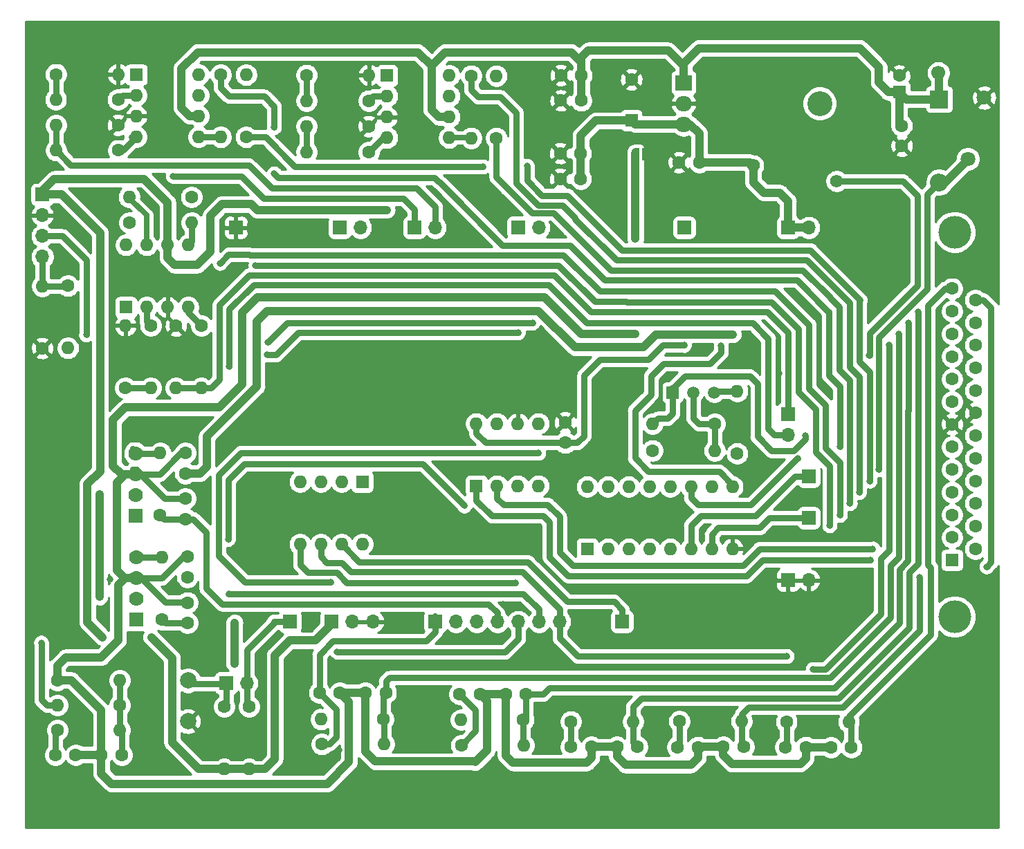
<source format=gbr>
%TF.GenerationSoftware,KiCad,Pcbnew,(5.1.6)-1*%
%TF.CreationDate,2023-01-06T15:30:18-08:00*%
%TF.ProjectId,Buggly SPD,42756767-6c79-4205-9350-442e6b696361,rev?*%
%TF.SameCoordinates,Original*%
%TF.FileFunction,Copper,L1,Top*%
%TF.FilePolarity,Positive*%
%FSLAX46Y46*%
G04 Gerber Fmt 4.6, Leading zero omitted, Abs format (unit mm)*
G04 Created by KiCad (PCBNEW (5.1.6)-1) date 2023-01-06 15:30:18*
%MOMM*%
%LPD*%
G01*
G04 APERTURE LIST*
%TA.AperFunction,ComponentPad*%
%ADD10O,1.600000X1.600000*%
%TD*%
%TA.AperFunction,ComponentPad*%
%ADD11C,1.600000*%
%TD*%
%TA.AperFunction,ComponentPad*%
%ADD12O,1.700000X1.700000*%
%TD*%
%TA.AperFunction,ComponentPad*%
%ADD13R,1.700000X1.700000*%
%TD*%
%TA.AperFunction,ComponentPad*%
%ADD14R,1.600000X1.600000*%
%TD*%
%TA.AperFunction,ComponentPad*%
%ADD15C,1.778000*%
%TD*%
%TA.AperFunction,ComponentPad*%
%ADD16R,1.778000X1.778000*%
%TD*%
%TA.AperFunction,ComponentPad*%
%ADD17R,1.500000X1.500000*%
%TD*%
%TA.AperFunction,ComponentPad*%
%ADD18C,1.500000*%
%TD*%
%TA.AperFunction,ComponentPad*%
%ADD19C,4.000000*%
%TD*%
%TA.AperFunction,SMDPad,CuDef*%
%ADD20C,0.100000*%
%TD*%
%TA.AperFunction,ComponentPad*%
%ADD21C,1.800000*%
%TD*%
%TA.AperFunction,ComponentPad*%
%ADD22C,1.560000*%
%TD*%
%TA.AperFunction,ComponentPad*%
%ADD23O,2.200000X2.200000*%
%TD*%
%TA.AperFunction,ComponentPad*%
%ADD24R,2.200000X2.200000*%
%TD*%
%TA.AperFunction,ComponentPad*%
%ADD25C,1.700000*%
%TD*%
%TA.AperFunction,ComponentPad*%
%ADD26O,2.000000X1.905000*%
%TD*%
%TA.AperFunction,ComponentPad*%
%ADD27R,2.000000X1.905000*%
%TD*%
%TA.AperFunction,ComponentPad*%
%ADD28C,3.048000*%
%TD*%
%TA.AperFunction,ComponentPad*%
%ADD29C,2.000000*%
%TD*%
%TA.AperFunction,ViaPad*%
%ADD30C,0.800000*%
%TD*%
%TA.AperFunction,Conductor*%
%ADD31C,1.016000*%
%TD*%
%TA.AperFunction,Conductor*%
%ADD32C,0.762000*%
%TD*%
%TA.AperFunction,Conductor*%
%ADD33C,0.635000*%
%TD*%
%TA.AperFunction,Conductor*%
%ADD34C,0.254000*%
%TD*%
G04 APERTURE END LIST*
D10*
%TO.P,R37,2*%
%TO.N,Net-(J18-Pad4)*%
X91338400Y-70891400D03*
D11*
%TO.P,R37,1*%
%TO.N,GND*%
X91338400Y-78511400D03*
%TD*%
D10*
%TO.P,R36,2*%
%TO.N,MCU-D1*%
X94488000Y-78486000D03*
D11*
%TO.P,R36,1*%
%TO.N,Net-(J18-Pad4)*%
X94488000Y-70866000D03*
%TD*%
D12*
%TO.P,J18,4*%
%TO.N,Net-(J18-Pad4)*%
X91338400Y-67310000D03*
%TO.P,J18,3*%
%TO.N,MCU-D0*%
X91338400Y-64770000D03*
%TO.P,J18,2*%
%TO.N,GND*%
X91338400Y-62230000D03*
D13*
%TO.P,J18,1*%
%TO.N,VDD*%
X91338400Y-59690000D03*
%TD*%
D12*
%TO.P,J17,2*%
%TO.N,MCU-D0*%
X152120600Y-63728600D03*
D13*
%TO.P,J17,1*%
%TO.N,MCU-D1*%
X149580600Y-63728600D03*
%TD*%
D10*
%TO.P,J16,8*%
%TO.N,VDDA*%
X130505200Y-102489000D03*
%TO.P,J16,4*%
%TO.N,SigRtn*%
X122885200Y-94869000D03*
%TO.P,J16,7*%
%TO.N,ADC-Clamp-8*%
X127965200Y-102489000D03*
%TO.P,J16,3*%
%TO.N,ADC-Clamp-2*%
X125425200Y-94869000D03*
%TO.P,J16,6*%
%TO.N,ADC-Clamp-6*%
X125425200Y-102489000D03*
%TO.P,J16,2*%
%TO.N,ADC-Clamp-1*%
X127965200Y-94869000D03*
%TO.P,J16,5*%
%TO.N,ADC-Clamp-4*%
X122885200Y-102489000D03*
D14*
%TO.P,J16,1*%
%TO.N,ADC-Clamp-0*%
X130505200Y-94869000D03*
%TD*%
D10*
%TO.P,R35,2*%
%TO.N,Net-(R35-Pad2)*%
X113182400Y-52654200D03*
D11*
%TO.P,R35,1*%
%TO.N,D5-control*%
X113182400Y-45034200D03*
%TD*%
D10*
%TO.P,R27,2*%
%TO.N,MCU-D5*%
X93014800Y-54279800D03*
D11*
%TO.P,R27,1*%
%TO.N,Net-(R27-Pad1)*%
X100634800Y-54279800D03*
%TD*%
D10*
%TO.P,R16,2*%
%TO.N,MCU-D5*%
X93014800Y-51181000D03*
D11*
%TO.P,R16,1*%
%TO.N,GND*%
X100634800Y-51181000D03*
%TD*%
D10*
%TO.P,R9,2*%
%TO.N,Spare-ADC*%
X190017400Y-124282200D03*
D11*
%TO.P,R9,1*%
%TO.N,ADC-Clamp-6*%
X182397400Y-124282200D03*
%TD*%
D12*
%TO.P,J6,7*%
%TO.N,ADC-Clamp-6*%
X154660600Y-111988600D03*
%TO.P,J6,6*%
%TO.N,MCU-A5*%
X152120600Y-111988600D03*
%TO.P,J6,5*%
%TO.N,ADC-Clamp-4*%
X149580600Y-111988600D03*
%TO.P,J6,4*%
%TO.N,MCU-A3*%
X147040600Y-111988600D03*
%TO.P,J6,3*%
%TO.N,ADC-Clamp-2*%
X144500600Y-111988600D03*
%TO.P,J6,2*%
%TO.N,ADC-Clamp-1*%
X141960600Y-111988600D03*
D13*
%TO.P,J6,1*%
%TO.N,ADC-Clamp-0*%
X139420600Y-111988600D03*
%TD*%
D12*
%TO.P,J5,2*%
%TO.N,MCU-D5*%
X139420600Y-63728600D03*
D13*
%TO.P,J5,1*%
%TO.N,MCU-D6*%
X136880600Y-63728600D03*
%TD*%
D11*
%TO.P,C13,2*%
%TO.N,SigRtn*%
X184770400Y-127355600D03*
%TO.P,C13,1*%
%TO.N,ADC-Clamp-6*%
X182270400Y-127355600D03*
%TD*%
%TO.P,C9,2*%
%TO.N,SigRtn*%
X187847600Y-127406400D03*
%TO.P,C9,1*%
%TO.N,Spare-ADC*%
X190347600Y-127406400D03*
%TD*%
D15*
%TO.P,U2,4*%
%TO.N,Net-(R6-Pad2)*%
X102819200Y-104089200D03*
%TO.P,U2,3*%
%TO.N,SigRtn*%
X102819200Y-106629200D03*
%TO.P,U2,2*%
%TO.N,VDDA*%
X102819200Y-109169200D03*
D16*
%TO.P,U2,1*%
%TO.N,Net-(U2-Pad1)*%
X102819200Y-111709200D03*
%TD*%
D15*
%TO.P,U1,4*%
%TO.N,Net-(R5-Pad2)*%
X102743000Y-91389200D03*
%TO.P,U1,3*%
%TO.N,SigRtn*%
X102743000Y-93929200D03*
%TO.P,U1,2*%
%TO.N,VDDA*%
X102743000Y-96469200D03*
D16*
%TO.P,U1,1*%
%TO.N,Net-(U1-Pad1)*%
X102743000Y-99009200D03*
%TD*%
D10*
%TO.P,R6,2*%
%TO.N,Net-(R6-Pad2)*%
X105943400Y-104114600D03*
D11*
%TO.P,R6,1*%
%TO.N,MCU-A5*%
X105943400Y-111734600D03*
%TD*%
D10*
%TO.P,R5,2*%
%TO.N,Net-(R5-Pad2)*%
X105765600Y-91338400D03*
D11*
%TO.P,R5,1*%
%TO.N,MCU-A3*%
X105765600Y-98958400D03*
%TD*%
D10*
%TO.P,R4,2*%
%TO.N,Net-(C4-Pad1)*%
X100812600Y-125272800D03*
D11*
%TO.P,R4,1*%
%TO.N,ADC-Clamp-4*%
X93192600Y-125272800D03*
%TD*%
D10*
%TO.P,R2,2*%
%TO.N,12V*%
X93192600Y-122224800D03*
D11*
%TO.P,R2,1*%
%TO.N,Net-(C4-Pad1)*%
X100812600Y-122224800D03*
%TD*%
D10*
%TO.P,R1,2*%
%TO.N,Net-(C4-Pad1)*%
X100812600Y-119176800D03*
D11*
%TO.P,R1,1*%
%TO.N,SigRtn*%
X93192600Y-119176800D03*
%TD*%
D12*
%TO.P,J13,2*%
%TO.N,GND*%
X185140600Y-106908600D03*
D13*
%TO.P,J13,1*%
X182600600Y-106908600D03*
%TD*%
%TO.P,J12,1*%
%TO.N,MCU-D49*%
X185140600Y-99288600D03*
%TD*%
%TO.P,J11,1*%
%TO.N,MCU-D45*%
X185140600Y-94208600D03*
%TD*%
D12*
%TO.P,J10,2*%
%TO.N,MCU-D40*%
X182600600Y-89128600D03*
D13*
%TO.P,J10,1*%
%TO.N,MCU-D38*%
X182600600Y-86588600D03*
%TD*%
D12*
%TO.P,J9,2*%
%TO.N,VDD*%
X185140600Y-63728600D03*
D13*
%TO.P,J9,1*%
X182600600Y-63728600D03*
%TD*%
%TO.P,J8,1*%
%TO.N,ADC-Clamp-8*%
X162280600Y-111988600D03*
%TD*%
%TO.P,J7,1*%
%TO.N,MCU-D19*%
X169900600Y-63728600D03*
%TD*%
D12*
%TO.P,J4,3*%
%TO.N,GND*%
X131800600Y-111988600D03*
%TO.P,J4,2*%
X129260600Y-111988600D03*
D13*
%TO.P,J4,1*%
%TO.N,VDD*%
X126720600Y-111988600D03*
%TD*%
D12*
%TO.P,J3,2*%
%TO.N,MCU-D8*%
X130276600Y-63728600D03*
D13*
%TO.P,J3,1*%
%TO.N,MCU-D9*%
X127736600Y-63728600D03*
%TD*%
%TO.P,J2,1*%
%TO.N,RESET*%
X121640600Y-111988600D03*
%TD*%
%TO.P,J1,1*%
%TO.N,GND*%
X115036600Y-63728600D03*
%TD*%
D11*
%TO.P,C16,2*%
%TO.N,SigRtn*%
X158532200Y-127330200D03*
%TO.P,C16,1*%
%TO.N,ADC-Clamp-2*%
X156032200Y-127330200D03*
%TD*%
%TO.P,C15,2*%
%TO.N,SigRtn*%
X144917800Y-120878600D03*
%TO.P,C15,1*%
%TO.N,ADC-Clamp-1*%
X142417800Y-120878600D03*
%TD*%
%TO.P,C14,2*%
%TO.N,SigRtn*%
X127747400Y-120700800D03*
%TO.P,C14,1*%
%TO.N,ADC-Clamp-0*%
X125247400Y-120700800D03*
%TD*%
%TO.P,C8,2*%
%TO.N,SigRtn*%
X109093000Y-109666400D03*
%TO.P,C8,1*%
%TO.N,MCU-A5*%
X109093000Y-112166400D03*
%TD*%
%TO.P,C7,2*%
%TO.N,SigRtn*%
X108839000Y-96915600D03*
%TO.P,C7,1*%
%TO.N,MCU-A3*%
X108839000Y-99415600D03*
%TD*%
%TO.P,C6,2*%
%TO.N,SigRtn*%
X95438600Y-128320800D03*
%TO.P,C6,1*%
%TO.N,ADC-Clamp-4*%
X92938600Y-128320800D03*
%TD*%
%TO.P,C5,2*%
%TO.N,SigRtn*%
X171562400Y-127355600D03*
%TO.P,C5,1*%
%TO.N,ADC-Clamp-8*%
X169062400Y-127355600D03*
%TD*%
%TO.P,C4,2*%
%TO.N,SigRtn*%
X98566600Y-128320800D03*
%TO.P,C4,1*%
%TO.N,Net-(C4-Pad1)*%
X101066600Y-128320800D03*
%TD*%
%TO.P,C2,2*%
%TO.N,VDDA*%
X109093000Y-106538400D03*
%TO.P,C2,1*%
%TO.N,SigRtn*%
X109093000Y-104038400D03*
%TD*%
%TO.P,C1,2*%
%TO.N,VDDA*%
X108839000Y-93838400D03*
%TO.P,C1,1*%
%TO.N,SigRtn*%
X108839000Y-91338400D03*
%TD*%
D10*
%TO.P,R34,2*%
%TO.N,MCU-D6*%
X92989400Y-48056800D03*
D11*
%TO.P,R34,1*%
%TO.N,Net-(R34-Pad1)*%
X100609400Y-48056800D03*
%TD*%
D10*
%TO.P,R33,2*%
%TO.N,MCU-D9*%
X123685300Y-54495700D03*
D11*
%TO.P,R33,1*%
%TO.N,Net-(R33-Pad1)*%
X131305300Y-54495700D03*
%TD*%
D10*
%TO.P,R32,2*%
%TO.N,MCU-D8*%
X123685300Y-48196500D03*
D11*
%TO.P,R32,1*%
%TO.N,Net-(R32-Pad1)*%
X131305300Y-48196500D03*
%TD*%
D10*
%TO.P,R31,2*%
%TO.N,MCU-D38*%
X110807500Y-83375500D03*
D11*
%TO.P,R31,1*%
%TO.N,Net-(R31-Pad1)*%
X110807500Y-75755500D03*
%TD*%
D10*
%TO.P,R30,2*%
%TO.N,MCU-D40*%
X104609900Y-83375500D03*
D11*
%TO.P,R30,1*%
%TO.N,Net-(R30-Pad1)*%
X104609900Y-75755500D03*
%TD*%
D10*
%TO.P,R29,2*%
%TO.N,MCU-D9*%
X123685300Y-51346100D03*
D11*
%TO.P,R29,1*%
%TO.N,GND*%
X131305300Y-51346100D03*
%TD*%
D10*
%TO.P,R28,2*%
%TO.N,GND*%
X131305300Y-45059600D03*
D11*
%TO.P,R28,1*%
%TO.N,MCU-D8*%
X123685300Y-45059600D03*
%TD*%
D10*
%TO.P,R26,2*%
%TO.N,GND*%
X100622100Y-44970700D03*
D11*
%TO.P,R26,1*%
%TO.N,MCU-D6*%
X93002100Y-44970700D03*
%TD*%
D10*
%TO.P,R25,2*%
%TO.N,MCU-D38*%
X107708700Y-83375500D03*
D11*
%TO.P,R25,1*%
%TO.N,GND*%
X107708700Y-75755500D03*
%TD*%
D10*
%TO.P,R24,2*%
%TO.N,GND*%
X101511100Y-75742800D03*
D11*
%TO.P,R24,1*%
%TO.N,MCU-D40*%
X101511100Y-83362800D03*
%TD*%
%TO.P,C21,2*%
%TO.N,12V*%
X157287600Y-48183800D03*
%TO.P,C21,1*%
%TO.N,GND*%
X154787600Y-48183800D03*
%TD*%
%TO.P,C20,2*%
%TO.N,VDD*%
X157236800Y-57759600D03*
%TO.P,C20,1*%
%TO.N,GND*%
X154736800Y-57759600D03*
%TD*%
%TO.P,C19,2*%
%TO.N,VDD*%
X157236800Y-54635400D03*
%TO.P,C19,1*%
%TO.N,GND*%
X154736800Y-54635400D03*
%TD*%
%TO.P,C18,2*%
%TO.N,12V*%
X157313000Y-45085000D03*
%TO.P,C18,1*%
%TO.N,GND*%
X154813000Y-45085000D03*
%TD*%
D10*
%TO.P,U3,8*%
%TO.N,Net-(U3-Pad8)*%
X141147800Y-45123100D03*
%TO.P,U3,4*%
%TO.N,Net-(R33-Pad1)*%
X133527800Y-52743100D03*
%TO.P,U3,7*%
%TO.N,Net-(R13-Pad2)*%
X141147800Y-47663100D03*
%TO.P,U3,3*%
%TO.N,GND*%
X133527800Y-50203100D03*
%TO.P,U3,6*%
%TO.N,12V*%
X141147800Y-50203100D03*
%TO.P,U3,2*%
%TO.N,Net-(R32-Pad1)*%
X133527800Y-47663100D03*
%TO.P,U3,5*%
%TO.N,Net-(R14-Pad2)*%
X141147800Y-52743100D03*
D14*
%TO.P,U3,1*%
%TO.N,Net-(U3-Pad1)*%
X133527800Y-45123100D03*
%TD*%
D10*
%TO.P,R15,2*%
%TO.N,Net-(R15-Pad2)*%
X116281200Y-45034200D03*
D11*
%TO.P,R15,1*%
%TO.N,D6-control*%
X116281200Y-52654200D03*
%TD*%
D10*
%TO.P,R14,2*%
%TO.N,Net-(R14-Pad2)*%
X143840200Y-52768500D03*
D11*
%TO.P,R14,1*%
%TO.N,D9-control*%
X143840200Y-45148500D03*
%TD*%
D10*
%TO.P,R13,2*%
%TO.N,Net-(R13-Pad2)*%
X146913600Y-45148500D03*
D11*
%TO.P,R13,1*%
%TO.N,D8-control*%
X146913600Y-52768500D03*
%TD*%
D10*
%TO.P,U4,8*%
%TO.N,Net-(U4-Pad8)*%
X110477300Y-45008800D03*
%TO.P,U4,4*%
%TO.N,Net-(R27-Pad1)*%
X102857300Y-52628800D03*
%TO.P,U4,7*%
%TO.N,Net-(R15-Pad2)*%
X110477300Y-47548800D03*
%TO.P,U4,3*%
%TO.N,GND*%
X102857300Y-50088800D03*
%TO.P,U4,6*%
%TO.N,12V*%
X110477300Y-50088800D03*
%TO.P,U4,2*%
%TO.N,Net-(R34-Pad1)*%
X102857300Y-47548800D03*
%TO.P,U4,5*%
%TO.N,Net-(R35-Pad2)*%
X110477300Y-52628800D03*
D14*
%TO.P,U4,1*%
%TO.N,Net-(U4-Pad1)*%
X102857300Y-45008800D03*
%TD*%
D10*
%TO.P,U5,8*%
%TO.N,Net-(U5-Pad8)*%
X101587300Y-65874900D03*
%TO.P,U5,4*%
%TO.N,Net-(R31-Pad1)*%
X109207300Y-73494900D03*
%TO.P,U5,7*%
%TO.N,Net-(R20-Pad2)*%
X104127300Y-65874900D03*
%TO.P,U5,3*%
%TO.N,GND*%
X106667300Y-73494900D03*
%TO.P,U5,6*%
%TO.N,VDD*%
X106667300Y-65874900D03*
%TO.P,U5,2*%
%TO.N,Net-(R30-Pad1)*%
X104127300Y-73494900D03*
%TO.P,U5,5*%
%TO.N,Net-(R21-Pad2)*%
X109207300Y-65874900D03*
D14*
%TO.P,U5,1*%
%TO.N,Net-(U5-Pad1)*%
X101587300Y-73494900D03*
%TD*%
D10*
%TO.P,R21,2*%
%TO.N,Net-(R21-Pad2)*%
X109639100Y-63131700D03*
D11*
%TO.P,R21,1*%
%TO.N,D38-control*%
X102019100Y-63131700D03*
%TD*%
D10*
%TO.P,R20,2*%
%TO.N,Net-(R20-Pad2)*%
X101968300Y-60007500D03*
D11*
%TO.P,R20,1*%
%TO.N,D40-control*%
X109588300Y-60007500D03*
%TD*%
D10*
%TO.P,R12,2*%
%TO.N,TPS-Sensor*%
X163652200Y-124231400D03*
D11*
%TO.P,R12,1*%
%TO.N,ADC-Clamp-2*%
X156032200Y-124231400D03*
%TD*%
D10*
%TO.P,R11,2*%
%TO.N,CLT-Sensor*%
X150241000Y-127127000D03*
D11*
%TO.P,R11,1*%
%TO.N,ADC-Clamp-1*%
X142621000Y-127127000D03*
%TD*%
D10*
%TO.P,R10,2*%
%TO.N,IAT-Sensor*%
X133146800Y-127000000D03*
D11*
%TO.P,R10,1*%
%TO.N,ADC-Clamp-0*%
X125526800Y-127000000D03*
%TD*%
D10*
%TO.P,R8,2*%
%TO.N,VDDA*%
X142595600Y-124002800D03*
D11*
%TO.P,R8,1*%
%TO.N,CLT-Sensor*%
X150215600Y-124002800D03*
%TD*%
D10*
%TO.P,R7,2*%
%TO.N,VDDA*%
X125450600Y-123952000D03*
D11*
%TO.P,R7,1*%
%TO.N,IAT-Sensor*%
X133070600Y-123952000D03*
%TD*%
D10*
%TO.P,R3,2*%
%TO.N,O2-Sensor*%
X176911000Y-124206000D03*
D11*
%TO.P,R3,1*%
%TO.N,ADC-Clamp-8*%
X169291000Y-124206000D03*
%TD*%
%TO.P,C12,2*%
%TO.N,SigRtn*%
X161660200Y-127330200D03*
%TO.P,C12,1*%
%TO.N,TPS-Sensor*%
X164160200Y-127330200D03*
%TD*%
%TO.P,C11,2*%
%TO.N,SigRtn*%
X148045800Y-120878600D03*
%TO.P,C11,1*%
%TO.N,CLT-Sensor*%
X150545800Y-120878600D03*
%TD*%
%TO.P,C10,2*%
%TO.N,SigRtn*%
X130875400Y-120700800D03*
%TO.P,C10,1*%
%TO.N,IAT-Sensor*%
X133375400Y-120700800D03*
%TD*%
%TO.P,C3,2*%
%TO.N,SigRtn*%
X174665000Y-127330200D03*
%TO.P,C3,1*%
%TO.N,O2-Sensor*%
X177165000Y-127330200D03*
%TD*%
D10*
%TO.P,IC1,8*%
%TO.N,MCU-D19*%
X144449800Y-87731600D03*
%TO.P,IC1,4*%
%TO.N,Net-(IC1-Pad4)*%
X152069800Y-95351600D03*
%TO.P,IC1,7*%
%TO.N,Net-(IC1-Pad7)*%
X146989800Y-87731600D03*
%TO.P,IC1,3*%
%TO.N,Net-(IC1-Pad3)*%
X149529800Y-95351600D03*
%TO.P,IC1,6*%
%TO.N,GND*%
X149529800Y-87731600D03*
%TO.P,IC1,2*%
%TO.N,CKP+*%
X146989800Y-95351600D03*
%TO.P,IC1,5*%
%TO.N,VDD*%
X152069800Y-87731600D03*
D14*
%TO.P,IC1,1*%
%TO.N,CKP-*%
X144449800Y-95351600D03*
%TD*%
D11*
%TO.P,C17,2*%
%TO.N,GND*%
X155321000Y-87593800D03*
%TO.P,C17,1*%
%TO.N,MCU-D19*%
X155321000Y-90093800D03*
%TD*%
%TO.P,C24,2*%
%TO.N,GND*%
X196514720Y-53741960D03*
%TO.P,C24,1*%
%TO.N,12V*%
X196514720Y-51241960D03*
%TD*%
D10*
%TO.P,U6,16*%
%TO.N,Net-(U6-Pad16)*%
X158013400Y-95453200D03*
%TO.P,U6,8*%
%TO.N,GND*%
X175793400Y-103073200D03*
%TO.P,U6,15*%
%TO.N,Net-(U6-Pad15)*%
X160553400Y-95453200D03*
%TO.P,U6,7*%
%TO.N,MCU-D49*%
X173253400Y-103073200D03*
%TO.P,U6,14*%
%TO.N,Net-(U6-Pad14)*%
X163093400Y-95453200D03*
%TO.P,U6,6*%
%TO.N,MCU-D45*%
X170713400Y-103073200D03*
%TO.P,U6,13*%
%TO.N,Net-(U6-Pad13)*%
X165633400Y-95453200D03*
%TO.P,U6,5*%
%TO.N,Net-(U6-Pad5)*%
X168173400Y-103073200D03*
%TO.P,U6,12*%
%TO.N,Net-(U6-Pad12)*%
X168173400Y-95453200D03*
%TO.P,U6,4*%
%TO.N,Net-(U6-Pad4)*%
X165633400Y-103073200D03*
%TO.P,U6,11*%
%TO.N,D45-control*%
X170713400Y-95453200D03*
%TO.P,U6,3*%
%TO.N,Net-(U6-Pad3)*%
X163093400Y-103073200D03*
%TO.P,U6,10*%
%TO.N,D49-control*%
X173253400Y-95453200D03*
%TO.P,U6,2*%
%TO.N,Net-(U6-Pad2)*%
X160553400Y-103073200D03*
%TO.P,U6,9*%
%TO.N,12V*%
X175793400Y-95453200D03*
D14*
%TO.P,U6,1*%
%TO.N,Net-(U6-Pad1)*%
X158013400Y-103073200D03*
%TD*%
D10*
%TO.P,R19,2*%
%TO.N,Net-(Q1-Pad3)*%
X176377600Y-83769200D03*
D11*
%TO.P,R19,1*%
%TO.N,Tachometer*%
X176377600Y-91389200D03*
%TD*%
D10*
%TO.P,R18,2*%
%TO.N,Net-(Q1-Pad2)*%
X173609000Y-91033600D03*
D11*
%TO.P,R18,1*%
%TO.N,D49-control*%
X165989000Y-91033600D03*
%TD*%
D10*
%TO.P,R17,2*%
%TO.N,F5-out*%
X166014400Y-87757000D03*
D11*
%TO.P,R17,1*%
%TO.N,Net-(Q1-Pad2)*%
X173634400Y-87757000D03*
%TD*%
D17*
%TO.P,Q1,1*%
%TO.N,F5-out*%
X168478200Y-83921600D03*
D18*
%TO.P,Q1,3*%
%TO.N,Net-(Q1-Pad3)*%
X173558200Y-83921600D03*
%TO.P,Q1,2*%
%TO.N,Net-(Q1-Pad2)*%
X171018200Y-83921600D03*
%TD*%
D19*
%TO.P,J15,0*%
%TO.N,N/C*%
X202976760Y-64284960D03*
X202976760Y-111384960D03*
D11*
%TO.P,J15,25*%
%TO.N,O2-Sensor*%
X205516760Y-72599960D03*
%TO.P,J15,24*%
%TO.N,CLT-Sensor*%
X205516760Y-75369960D03*
%TO.P,J15,23*%
%TO.N,SigRtn*%
X205516760Y-78139960D03*
%TO.P,J15,22*%
%TO.N,Net-(J15-Pad22)*%
X205516760Y-80909960D03*
%TO.P,J15,21*%
%TO.N,Net-(J15-Pad21)*%
X205516760Y-83679960D03*
%TO.P,J15,20*%
%TO.N,GND*%
X205516760Y-86449960D03*
%TO.P,J15,19*%
%TO.N,F5-out*%
X205516760Y-89219960D03*
%TO.P,J15,18*%
%TO.N,D45-control*%
X205516760Y-91989960D03*
%TO.P,J15,17*%
%TO.N,D6-control*%
X205516760Y-94759960D03*
%TO.P,J15,16*%
%TO.N,D8-control*%
X205516760Y-97529960D03*
%TO.P,J15,15*%
%TO.N,D40-control*%
X205516760Y-100299960D03*
%TO.P,J15,14*%
%TO.N,CKP+*%
X205516760Y-103069960D03*
%TO.P,J15,13*%
%TO.N,Spare-ADC*%
X202676760Y-71214960D03*
%TO.P,J15,12*%
%TO.N,TPS-Sensor*%
X202676760Y-73984960D03*
%TO.P,J15,11*%
%TO.N,IAT-Sensor*%
X202676760Y-76754960D03*
%TO.P,J15,10*%
%TO.N,VDDA*%
X202676760Y-79524960D03*
%TO.P,J15,9*%
%TO.N,Net-(J15-Pad9)*%
X202676760Y-82294960D03*
%TO.P,J15,8*%
%TO.N,Net-(J15-Pad8)*%
X202676760Y-85064960D03*
%TO.P,J15,7*%
%TO.N,GND*%
X202676760Y-87834960D03*
%TO.P,J15,6*%
%TO.N,D5-control*%
X202676760Y-90604960D03*
%TO.P,J15,5*%
%TO.N,12V-Raw*%
X202676760Y-93374960D03*
%TO.P,J15,4*%
%TO.N,D9-control*%
X202676760Y-96144960D03*
%TO.P,J15,3*%
%TO.N,D38-control*%
X202676760Y-98914960D03*
%TO.P,J15,2*%
%TO.N,Tachometer*%
X202676760Y-101684960D03*
D14*
%TO.P,J15,1*%
%TO.N,CKP-*%
X202676760Y-104454960D03*
%TD*%
%TA.AperFunction,SMDPad,CuDef*%
D20*
%TO.P,JP2,2*%
%TO.N,GND*%
G36*
X165227000Y-54013002D02*
G01*
X165251534Y-54013002D01*
X165300365Y-54017812D01*
X165348490Y-54027384D01*
X165395445Y-54041628D01*
X165440778Y-54060405D01*
X165484051Y-54083536D01*
X165524850Y-54110796D01*
X165562779Y-54141924D01*
X165597476Y-54176621D01*
X165628604Y-54214550D01*
X165655864Y-54255349D01*
X165678995Y-54298622D01*
X165697772Y-54343955D01*
X165712016Y-54390910D01*
X165721588Y-54439035D01*
X165726398Y-54487866D01*
X165726398Y-54512400D01*
X165727000Y-54512400D01*
X165727000Y-55012400D01*
X165726398Y-55012400D01*
X165726398Y-55036934D01*
X165721588Y-55085765D01*
X165712016Y-55133890D01*
X165697772Y-55180845D01*
X165678995Y-55226178D01*
X165655864Y-55269451D01*
X165628604Y-55310250D01*
X165597476Y-55348179D01*
X165562779Y-55382876D01*
X165524850Y-55414004D01*
X165484051Y-55441264D01*
X165440778Y-55464395D01*
X165395445Y-55483172D01*
X165348490Y-55497416D01*
X165300365Y-55506988D01*
X165251534Y-55511798D01*
X165227000Y-55511798D01*
X165227000Y-55512400D01*
X164727000Y-55512400D01*
X164727000Y-54012400D01*
X165227000Y-54012400D01*
X165227000Y-54013002D01*
G37*
%TD.AperFunction*%
%TA.AperFunction,SMDPad,CuDef*%
%TO.P,JP2,1*%
%TO.N,SigRtn*%
G36*
X164427000Y-55512400D02*
G01*
X163927000Y-55512400D01*
X163927000Y-55511798D01*
X163902466Y-55511798D01*
X163853635Y-55506988D01*
X163805510Y-55497416D01*
X163758555Y-55483172D01*
X163713222Y-55464395D01*
X163669949Y-55441264D01*
X163629150Y-55414004D01*
X163591221Y-55382876D01*
X163556524Y-55348179D01*
X163525396Y-55310250D01*
X163498136Y-55269451D01*
X163475005Y-55226178D01*
X163456228Y-55180845D01*
X163441984Y-55133890D01*
X163432412Y-55085765D01*
X163427602Y-55036934D01*
X163427602Y-55012400D01*
X163427000Y-55012400D01*
X163427000Y-54512400D01*
X163427602Y-54512400D01*
X163427602Y-54487866D01*
X163432412Y-54439035D01*
X163441984Y-54390910D01*
X163456228Y-54343955D01*
X163475005Y-54298622D01*
X163498136Y-54255349D01*
X163525396Y-54214550D01*
X163556524Y-54176621D01*
X163591221Y-54141924D01*
X163629150Y-54110796D01*
X163669949Y-54083536D01*
X163713222Y-54060405D01*
X163758555Y-54041628D01*
X163805510Y-54027384D01*
X163853635Y-54017812D01*
X163902466Y-54013002D01*
X163927000Y-54013002D01*
X163927000Y-54012400D01*
X164427000Y-54012400D01*
X164427000Y-55512400D01*
G37*
%TD.AperFunction*%
%TD*%
D21*
%TO.P,RV1,2*%
%TO.N,GND*%
X206597000Y-47846600D03*
%TO.P,RV1,1*%
%TO.N,12V-Raw*%
X204597000Y-55346600D03*
%TD*%
D22*
%TO.P,F1,1*%
%TO.N,VDDA*%
X188549280Y-58039000D03*
%TO.P,F1,2*%
%TO.N,VDD*%
X178349280Y-56139000D03*
%TD*%
D23*
%TO.P,D17,2*%
%TO.N,12V-Raw*%
X201086720Y-58191400D03*
D24*
%TO.P,D17,1*%
%TO.N,12V*%
X201086720Y-48031400D03*
%TD*%
D25*
%TO.P,J8,1*%
%TO.N,12V*%
X200990200Y-44780200D03*
%TD*%
D26*
%TO.P,U7,3*%
%TO.N,VDD*%
X169824400Y-51094640D03*
%TO.P,U7,2*%
%TO.N,GND*%
X169824400Y-48554640D03*
D27*
%TO.P,U7,1*%
%TO.N,12V*%
X169824400Y-46014640D03*
D28*
%TO.P,U7,*%
%TO.N,*%
X186484400Y-48554640D03*
%TD*%
D10*
%TO.P,R23,2*%
%TO.N,VDD*%
X113614200Y-130022600D03*
D11*
%TO.P,R23,1*%
%TO.N,Net-(C20-Pad1)*%
X113614200Y-122402600D03*
%TD*%
D10*
%TO.P,R22,2*%
%TO.N,VDD*%
X116662200Y-130022600D03*
D11*
%TO.P,R22,1*%
%TO.N,RESET*%
X116662200Y-122402600D03*
%TD*%
D12*
%TO.P,JP1,2*%
%TO.N,RESET*%
X116382800Y-119507000D03*
D13*
%TO.P,JP1,1*%
%TO.N,Net-(C20-Pad1)*%
X113842800Y-119507000D03*
%TD*%
D11*
%TO.P,C26,2*%
%TO.N,GND*%
X163428680Y-45606960D03*
D14*
%TO.P,C26,1*%
%TO.N,VDD*%
X163428680Y-50606960D03*
%TD*%
D11*
%TO.P,C25,2*%
%TO.N,GND*%
X169249720Y-55758080D03*
%TO.P,C25,1*%
%TO.N,VDD*%
X171749720Y-55758080D03*
%TD*%
D29*
%TO.P,C22,2*%
%TO.N,GND*%
X109169200Y-124202200D03*
%TO.P,C22,1*%
%TO.N,Net-(C20-Pad1)*%
X109169200Y-119202200D03*
%TD*%
D11*
%TO.P,C23,2*%
%TO.N,GND*%
X196209920Y-45132240D03*
D14*
%TO.P,C23,1*%
%TO.N,12V*%
X196209920Y-47132240D03*
%TD*%
D30*
%TO.N,VDD*%
X98679000Y-113893600D03*
X104673400Y-113893600D03*
X133502400Y-61595000D03*
X152044400Y-91338400D03*
X126619000Y-107137200D03*
%TO.N,SigRtn*%
X163927000Y-65070200D03*
X163927000Y-76754200D03*
X194945000Y-78155800D03*
X185674000Y-117805200D03*
%TO.N,ADC-Clamp-4*%
X127431800Y-115697000D03*
X149275800Y-107264200D03*
%TO.N,VDDA*%
X192506600Y-79400400D03*
X98348800Y-96418400D03*
X98348800Y-108966000D03*
X175869600Y-76835000D03*
X114833400Y-117119400D03*
X114884200Y-112115600D03*
%TO.N,12V*%
X174371000Y-78181200D03*
X91211400Y-114579400D03*
X114071400Y-101904800D03*
X142976600Y-97790000D03*
%TO.N,D8-control*%
X190169800Y-97485200D03*
%TO.N,D9-control*%
X191287400Y-96164400D03*
%TO.N,12V-Raw*%
X193725800Y-93319600D03*
%TO.N,GND*%
X166903400Y-54762400D03*
X181483000Y-81584800D03*
X162102800Y-90881200D03*
X203301600Y-108280200D03*
X146989800Y-114122200D03*
X96291400Y-125196600D03*
X99593400Y-106781600D03*
X124155200Y-111912400D03*
X113741200Y-126263400D03*
X92354400Y-40614600D03*
X139166600Y-39979600D03*
X170078400Y-39725600D03*
X184708800Y-73202800D03*
X187248800Y-83591400D03*
X177850800Y-79425800D03*
X169875200Y-87782400D03*
X176580800Y-87909400D03*
X181025800Y-92481400D03*
X177215800Y-93497400D03*
X188137800Y-110540800D03*
X167843200Y-112420400D03*
X193725800Y-68072000D03*
X206146400Y-68072000D03*
X143281400Y-113817400D03*
X187909200Y-124460000D03*
X184073800Y-125272800D03*
X179654200Y-125222000D03*
X173202600Y-124256800D03*
X166547800Y-124612400D03*
X159918400Y-124256800D03*
X153009600Y-124561600D03*
X137515600Y-123240800D03*
X147726400Y-109880400D03*
X172237400Y-100761800D03*
X127635000Y-127711200D03*
X123875800Y-117602000D03*
X121589800Y-129844800D03*
X104800400Y-129946400D03*
X104241600Y-118719600D03*
X99263200Y-120954800D03*
X96062800Y-117957600D03*
X92760800Y-115671600D03*
X107340400Y-113588800D03*
X118033800Y-111760000D03*
X111328200Y-110236000D03*
X111480600Y-97307400D03*
X172135800Y-78740000D03*
X166624000Y-85496400D03*
X147345400Y-63423800D03*
X154101800Y-64211200D03*
X144856200Y-58801000D03*
X108356400Y-61722000D03*
X94157800Y-68046600D03*
X106146600Y-88112600D03*
X104800400Y-60756800D03*
X98856800Y-111201200D03*
X151968200Y-82397600D03*
X136499600Y-82651600D03*
X122402600Y-82524600D03*
X92710000Y-84302600D03*
X92456000Y-101193600D03*
X203733400Y-133959600D03*
X93726000Y-134975600D03*
X126339600Y-135102600D03*
X162255200Y-134467600D03*
X203098400Y-120116600D03*
X205257400Y-40919400D03*
%TO.N,O2-Sensor*%
X206883000Y-105257600D03*
X198729600Y-106527600D03*
%TO.N,IAT-Sensor*%
X196113400Y-76733400D03*
%TO.N,CLT-Sensor*%
X197299040Y-75369960D03*
%TO.N,TPS-Sensor*%
X198526400Y-74015600D03*
%TO.N,CKP+*%
X192941640Y-103069960D03*
%TO.N,CKP-*%
X192648840Y-104454960D03*
%TO.N,F5-out*%
X184744440Y-89219960D03*
%TO.N,MCU-D19*%
X169875200Y-78155800D03*
%TO.N,Net-(R30-Pad1)*%
X104127300Y-73494900D03*
%TO.N,MCU-A5*%
X114198400Y-108559600D03*
%TO.N,MCU-D6*%
X107315000Y-57429400D03*
%TO.N,MCU-D40*%
X114211100Y-80772000D03*
%TO.N,D45-control*%
X183828640Y-91989960D03*
%TO.N,D6-control*%
X192590240Y-94759960D03*
X145262600Y-56286400D03*
X150647400Y-56184800D03*
%TO.N,D40-control*%
X187680600Y-100203000D03*
X117449600Y-68351400D03*
%TO.N,D38-control*%
X188950600Y-98933000D03*
X113080800Y-68097400D03*
%TO.N,ADC-Clamp-6*%
X182422800Y-116230400D03*
%TO.N,D5-control*%
X188947440Y-90604960D03*
X119710200Y-51435000D03*
X119710200Y-57124600D03*
%TO.N,MCU-D0*%
X96723200Y-76860400D03*
X118948200Y-77774800D03*
X151333200Y-75387200D03*
%TO.N,MCU-D1*%
X118821200Y-79298800D03*
X149555200Y-76606400D03*
%TD*%
D31*
%TO.N,VDD*%
X169824400Y-51094640D02*
X170157140Y-51094640D01*
X177968360Y-55758080D02*
X178349280Y-56139000D01*
X163916360Y-51094640D02*
X163428680Y-50606960D01*
X169824400Y-51094640D02*
X163916360Y-51094640D01*
X169824400Y-51094640D02*
X170601640Y-51094640D01*
X171749720Y-52242720D02*
X171749720Y-55758080D01*
X170601640Y-51094640D02*
X171749720Y-52242720D01*
X171749720Y-55758080D02*
X177968360Y-55758080D01*
X182600600Y-63728600D02*
X185140600Y-63728600D01*
X178349280Y-56139000D02*
X178349280Y-58181880D01*
X178349280Y-58181880D02*
X179654200Y-59486800D01*
X179654200Y-59486800D02*
X181584600Y-59486800D01*
X182600600Y-60502800D02*
X182600600Y-63728600D01*
X181584600Y-59486800D02*
X182600600Y-60502800D01*
X163428680Y-50606960D02*
X159095440Y-50606960D01*
X157236800Y-52465600D02*
X157236800Y-54635400D01*
X159095440Y-50606960D02*
X157236800Y-52465600D01*
X157236800Y-54635400D02*
X157236800Y-57759600D01*
X113614200Y-130022600D02*
X116662200Y-130022600D01*
D32*
X126720600Y-111988600D02*
X126720600Y-112318800D01*
D31*
X126720600Y-112318800D02*
X124764800Y-114274600D01*
X124764800Y-114274600D02*
X121615200Y-114274600D01*
X121615200Y-114274600D02*
X119786400Y-116103400D01*
X106667300Y-65874900D02*
X106667300Y-67475100D01*
D32*
X126669800Y-107188000D02*
X126619000Y-107137200D01*
D31*
X119786400Y-116103400D02*
X119786400Y-128803400D01*
X118567200Y-130022600D02*
X116662200Y-130022600D01*
X119786400Y-128803400D02*
X118567200Y-130022600D01*
X113614200Y-130022600D02*
X110464600Y-130022600D01*
X110464600Y-130022600D02*
X107238800Y-126796800D01*
X107238800Y-116459000D02*
X104673400Y-113893600D01*
X107238800Y-126796800D02*
X107238800Y-116459000D01*
D32*
X116103400Y-107137200D02*
X126619000Y-107137200D01*
X152044400Y-91338400D02*
X115620800Y-91338400D01*
X112903000Y-103936800D02*
X116103400Y-107137200D01*
X112903000Y-94056200D02*
X112903000Y-103936800D01*
X115620800Y-91338400D02*
X112903000Y-94056200D01*
D31*
X133502400Y-61595000D02*
X117652800Y-61595000D01*
X117652800Y-61595000D02*
X116941600Y-60883800D01*
X116941600Y-60883800D02*
X113334800Y-60883800D01*
X113334800Y-60883800D02*
X111912400Y-62306200D01*
X111912400Y-62306200D02*
X111912400Y-66725800D01*
X111912400Y-66725800D02*
X110337600Y-68300600D01*
X107492800Y-68300600D02*
X106667300Y-67475100D01*
X110337600Y-68300600D02*
X107492800Y-68300600D01*
X96850200Y-112064800D02*
X96850200Y-95173800D01*
X98425000Y-93599000D02*
X98425000Y-64389000D01*
X93726000Y-59690000D02*
X91338400Y-59690000D01*
X98425000Y-64389000D02*
X93726000Y-59690000D01*
X98679000Y-113893600D02*
X96850200Y-112064800D01*
X96850200Y-95173800D02*
X98425000Y-93599000D01*
X91338400Y-59690000D02*
X91338400Y-59232800D01*
X91338400Y-59232800D02*
X92786200Y-57785000D01*
X92786200Y-57785000D02*
X103809800Y-57785000D01*
X106667300Y-60642500D02*
X106667300Y-65874900D01*
X103809800Y-57785000D02*
X106667300Y-60642500D01*
D33*
%TO.N,SigRtn*%
X102908100Y-93395800D02*
X102397560Y-93395800D01*
X102397560Y-93395800D02*
X102397560Y-93456760D01*
X102252780Y-106436160D02*
X102252780Y-106370120D01*
D31*
X163927000Y-54762400D02*
X163927000Y-65070200D01*
X98566600Y-128320800D02*
X95438600Y-128320800D01*
X127747400Y-120700800D02*
X130875400Y-120700800D01*
X144917800Y-120878600D02*
X148045800Y-120878600D01*
X158532200Y-127330200D02*
X161660200Y-127330200D01*
X174639600Y-127355600D02*
X174665000Y-127330200D01*
X98566600Y-128320800D02*
X98566600Y-122849000D01*
X98566600Y-122849000D02*
X94894400Y-119176800D01*
X102626160Y-106436160D02*
X102819200Y-106629200D01*
X102819200Y-106629200D02*
X101422200Y-106629200D01*
X101422200Y-106629200D02*
X100482400Y-105689400D01*
X100482400Y-105689400D02*
X100482400Y-94945200D01*
X101498400Y-93929200D02*
X102743000Y-93929200D01*
X100482400Y-94945200D02*
X101498400Y-93929200D01*
D32*
X102743000Y-93929200D02*
X103378000Y-93929200D01*
X103378000Y-93929200D02*
X106324400Y-96875600D01*
X108799000Y-96875600D02*
X108839000Y-96915600D01*
X106324400Y-96875600D02*
X108799000Y-96875600D01*
X102819200Y-106629200D02*
X103428800Y-106629200D01*
X103428800Y-106629200D02*
X106400600Y-109601000D01*
X109027600Y-109601000D02*
X109093000Y-109666400D01*
X106400600Y-109601000D02*
X109027600Y-109601000D01*
X102819200Y-106629200D02*
X105994200Y-106629200D01*
X108585000Y-104038400D02*
X109093000Y-104038400D01*
X105994200Y-106629200D02*
X108585000Y-104038400D01*
X102743000Y-93929200D02*
X105714800Y-93929200D01*
X108305600Y-91338400D02*
X108839000Y-91338400D01*
X105714800Y-93929200D02*
X108305600Y-91338400D01*
X194945000Y-78155800D02*
X194945000Y-103301800D01*
X194945000Y-103301800D02*
X193929000Y-104317800D01*
X193929000Y-104317800D02*
X193929000Y-111048800D01*
X193929000Y-111048800D02*
X187172600Y-117805200D01*
X187172600Y-117805200D02*
X185674000Y-117805200D01*
X185674000Y-117805200D02*
X185674000Y-117805200D01*
D31*
X187796800Y-127355600D02*
X187847600Y-127406400D01*
X184770400Y-127355600D02*
X187796800Y-127355600D01*
X94894400Y-119176800D02*
X93192600Y-119176800D01*
X171587800Y-127330200D02*
X171562400Y-127355600D01*
X174665000Y-127330200D02*
X171587800Y-127330200D01*
X184770400Y-127355600D02*
X184770400Y-128741800D01*
X184770400Y-128741800D02*
X184099200Y-129413000D01*
X184099200Y-129413000D02*
X175717200Y-129413000D01*
X174665000Y-128360800D02*
X174665000Y-127330200D01*
X175717200Y-129413000D02*
X174665000Y-128360800D01*
X171562400Y-127355600D02*
X171562400Y-128691000D01*
X171562400Y-128691000D02*
X170738800Y-129514600D01*
X170738800Y-129514600D02*
X162687000Y-129514600D01*
X161660200Y-128487800D02*
X161660200Y-127330200D01*
X162687000Y-129514600D02*
X161660200Y-128487800D01*
X158532200Y-127330200D02*
X158532200Y-128691000D01*
X158532200Y-128691000D02*
X157962600Y-129260600D01*
X157962600Y-129260600D02*
X148920200Y-129260600D01*
X148045800Y-128386200D02*
X148045800Y-120878600D01*
X148920200Y-129260600D02*
X148045800Y-128386200D01*
X144917800Y-120878600D02*
X145770600Y-121731400D01*
X145770600Y-121731400D02*
X145770600Y-127736600D01*
X145770600Y-127736600D02*
X144297400Y-129209800D01*
X144297400Y-129209800D02*
X144195800Y-129108200D01*
X144195800Y-129108200D02*
X132080000Y-129108200D01*
X130875400Y-127903600D02*
X130875400Y-120700800D01*
X132080000Y-129108200D02*
X130875400Y-127903600D01*
X93192600Y-117373400D02*
X93192600Y-119176800D01*
X101473000Y-106629200D02*
X100634800Y-107467400D01*
X94183200Y-116382800D02*
X93192600Y-117373400D01*
X102819200Y-106629200D02*
X101473000Y-106629200D01*
X100634800Y-107467400D02*
X100634800Y-114300000D01*
X100634800Y-114300000D02*
X98552000Y-116382800D01*
X98552000Y-116382800D02*
X94183200Y-116382800D01*
X128879600Y-121833000D02*
X128879600Y-129184400D01*
X127747400Y-120700800D02*
X128879600Y-121833000D01*
X126212600Y-131851400D02*
X99822000Y-131851400D01*
X98566600Y-130596000D02*
X98566600Y-128320800D01*
X128879600Y-129184400D02*
X126212600Y-131851400D01*
X99822000Y-131851400D02*
X98566600Y-130596000D01*
X100012500Y-92900500D02*
X101041200Y-93929200D01*
X100012500Y-87299800D02*
X100012500Y-92900500D01*
X101536500Y-85775800D02*
X100012500Y-87299800D01*
X112979200Y-85775800D02*
X101536500Y-85775800D01*
X115798600Y-82956400D02*
X112979200Y-85775800D01*
X101041200Y-93929200D02*
X102743000Y-93929200D01*
X157272200Y-76754200D02*
X152781000Y-72263000D01*
X163927000Y-76754200D02*
X157272200Y-76754200D01*
X117678200Y-72263000D02*
X115798600Y-74142600D01*
X152781000Y-72263000D02*
X117678200Y-72263000D01*
X115798600Y-74142600D02*
X115798600Y-82956400D01*
D32*
%TO.N,ADC-Clamp-4*%
X92938600Y-125526800D02*
X93192600Y-125272800D01*
X92938600Y-128320800D02*
X92938600Y-125526800D01*
X149580600Y-111988600D02*
X149580600Y-114122200D01*
X149580600Y-114122200D02*
X148005800Y-115697000D01*
X148005800Y-115697000D02*
X127431800Y-115697000D01*
X122885200Y-102489000D02*
X122885200Y-105029000D01*
X122885200Y-105029000D02*
X123850400Y-105994200D01*
X123850400Y-105994200D02*
X127406400Y-105994200D01*
X127406400Y-105994200D02*
X128625600Y-107213400D01*
X128625600Y-107213400D02*
X149275800Y-107213400D01*
X149275800Y-107213400D02*
X149275800Y-107264200D01*
X149275800Y-107264200D02*
X149275800Y-107213400D01*
%TO.N,ADC-Clamp-2*%
X156032200Y-124231400D02*
X156032200Y-127330200D01*
%TO.N,Net-(C20-Pad1)*%
X113614200Y-119862600D02*
X113868200Y-119608600D01*
X109677200Y-119608600D02*
X109296200Y-119227600D01*
X113614200Y-122402600D02*
X113614200Y-122428000D01*
X113868200Y-122174000D02*
X113868200Y-119608600D01*
X113614200Y-122428000D02*
X113868200Y-122174000D01*
X113868200Y-119608600D02*
X109677200Y-119608600D01*
%TO.N,VDDA*%
X188549280Y-58039000D02*
X196621400Y-58039000D01*
X196621400Y-58039000D02*
X198399400Y-59817000D01*
X198399400Y-59817000D02*
X198399400Y-68961000D01*
X198399400Y-68961000D02*
X198399400Y-70840600D01*
X198399400Y-70840600D02*
X192557400Y-76682600D01*
X192557400Y-76682600D02*
X192557400Y-79349600D01*
X192557400Y-79349600D02*
X192506600Y-79400400D01*
D31*
X98348800Y-96418400D02*
X98348800Y-108966000D01*
X114833400Y-117119400D02*
X114833400Y-112166400D01*
X114833400Y-112166400D02*
X114884200Y-112115600D01*
X110657000Y-93838400D02*
X108839000Y-93838400D01*
X111480600Y-93014800D02*
X110657000Y-93838400D01*
X117576600Y-75209400D02*
X117576600Y-83210400D01*
X118846600Y-73939400D02*
X117576600Y-75209400D01*
X111480600Y-89306400D02*
X111480600Y-93014800D01*
X166471600Y-76835000D02*
X164896800Y-78409800D01*
X175869600Y-76835000D02*
X166471600Y-76835000D01*
X164896800Y-78409800D02*
X156540200Y-78409800D01*
X117576600Y-83210400D02*
X111480600Y-89306400D01*
X156540200Y-78409800D02*
X152069800Y-73939400D01*
X152069800Y-73939400D02*
X118846600Y-73939400D01*
D33*
%TO.N,12V*%
X110603660Y-49712240D02*
X110563660Y-49672240D01*
X141274160Y-49775740D02*
X141234160Y-49735740D01*
D31*
X201086720Y-44886880D02*
X201223880Y-44749720D01*
X201086720Y-48031400D02*
X201086720Y-44886880D01*
X197109080Y-48031400D02*
X196209920Y-47132240D01*
X201086720Y-48031400D02*
X197109080Y-48031400D01*
X196209920Y-50937160D02*
X196514720Y-51241960D01*
X196209920Y-47132240D02*
X196209920Y-50937160D01*
X196209920Y-47132240D02*
X194871340Y-47132240D01*
X194871340Y-47132240D02*
X193713100Y-45974000D01*
X193713100Y-45974000D02*
X193713100Y-44094400D01*
X193713100Y-44094400D02*
X191376300Y-41757600D01*
X191376300Y-41757600D02*
X171691300Y-41757600D01*
X169824400Y-43624500D02*
X169824400Y-46014640D01*
X171691300Y-41757600D02*
X169824400Y-43624500D01*
X169824400Y-46014640D02*
X169824400Y-43942000D01*
X169824400Y-43942000D02*
X167919400Y-42037000D01*
X167919400Y-42037000D02*
X158165800Y-42037000D01*
X157313000Y-42889800D02*
X157313000Y-45085000D01*
X158165800Y-42037000D02*
X157313000Y-42889800D01*
X157313000Y-48158400D02*
X157287600Y-48183800D01*
X157313000Y-45085000D02*
X157313000Y-48158400D01*
X157313000Y-45085000D02*
X157313000Y-43508300D01*
X157313000Y-43508300D02*
X156070300Y-42265600D01*
X156070300Y-42265600D02*
X140652500Y-42265600D01*
X140652500Y-42265600D02*
X138976100Y-43942000D01*
X138976100Y-43942000D02*
X138976100Y-49314100D01*
X139865100Y-50203100D02*
X141147800Y-50203100D01*
X138976100Y-49314100D02*
X139865100Y-50203100D01*
X110477300Y-50088800D02*
X109397800Y-50088800D01*
X109397800Y-50088800D02*
X108369100Y-49060100D01*
X108369100Y-49060100D02*
X108369100Y-44246800D01*
X108369100Y-44246800D02*
X110350300Y-42265600D01*
X137299700Y-42265600D02*
X138976100Y-43942000D01*
X110350300Y-42265600D02*
X137299700Y-42265600D01*
D32*
X174371000Y-78181200D02*
X174371000Y-79044800D01*
X174371000Y-79044800D02*
X173050200Y-80365600D01*
X173050200Y-80365600D02*
X167360600Y-80365600D01*
X167360600Y-80365600D02*
X165836600Y-81889600D01*
X165836600Y-81889600D02*
X165836600Y-84175600D01*
X165836600Y-84175600D02*
X163855400Y-86156800D01*
X163855400Y-86156800D02*
X163855400Y-91948000D01*
X163855400Y-91948000D02*
X165531800Y-93624400D01*
X165531800Y-93624400D02*
X174193200Y-93624400D01*
X174193200Y-93624400D02*
X175691800Y-95123000D01*
X93192600Y-122224800D02*
X91897200Y-122224800D01*
X91897200Y-122224800D02*
X91211400Y-121539000D01*
X91211400Y-121539000D02*
X91211400Y-114579400D01*
X116027200Y-92710000D02*
X114071400Y-94665800D01*
X142976600Y-97790000D02*
X137896600Y-92710000D01*
X114071400Y-94665800D02*
X114071400Y-101904800D01*
X137896600Y-92710000D02*
X116027200Y-92710000D01*
%TO.N,D8-control*%
X160909000Y-68961000D02*
X160909000Y-68948300D01*
X160909000Y-68948300D02*
X155854400Y-63893700D01*
X187756800Y-72313800D02*
X184404000Y-68961000D01*
X184404000Y-68961000D02*
X160909000Y-68961000D01*
X187756800Y-72313800D02*
X187756800Y-72339200D01*
X187756800Y-72339200D02*
X188899800Y-73482200D01*
X188899800Y-73482200D02*
X188899800Y-81178400D01*
X188899800Y-81178400D02*
X190169800Y-82448400D01*
X190169800Y-82448400D02*
X190169800Y-97485200D01*
X155854400Y-63893700D02*
X155816300Y-63893700D01*
X153870010Y-61947410D02*
X151253810Y-61947410D01*
X155816300Y-63893700D02*
X153870010Y-61947410D01*
X151253810Y-61947410D02*
X148310600Y-59004200D01*
X148310600Y-59004200D02*
X148310600Y-58978800D01*
X146913600Y-57581800D02*
X146913600Y-52768500D01*
X148310600Y-58978800D02*
X146913600Y-57581800D01*
%TO.N,D9-control*%
X143840200Y-46913800D02*
X143840200Y-45148500D01*
X147421600Y-47752000D02*
X144678400Y-47752000D01*
X149352000Y-49682400D02*
X147421600Y-47752000D01*
X184912000Y-67691000D02*
X174332900Y-67691000D01*
X161594800Y-67703700D02*
X156565600Y-62674500D01*
X188976000Y-71755000D02*
X184912000Y-67691000D01*
X174332900Y-67691000D02*
X174320200Y-67703700D01*
X144678400Y-47752000D02*
X143840200Y-46913800D01*
X174320200Y-67703700D02*
X161594800Y-67703700D01*
X188976000Y-71755000D02*
X188976000Y-71780400D01*
X188976000Y-71780400D02*
X190119000Y-72923400D01*
X190119000Y-72923400D02*
X190119000Y-80822800D01*
X190119000Y-80822800D02*
X191338200Y-82042000D01*
X191338200Y-82042000D02*
X191338200Y-96113600D01*
X191338200Y-96113600D02*
X191287400Y-96164400D01*
X156565600Y-62674500D02*
X156565600Y-62560200D01*
X156565600Y-62560200D02*
X154990800Y-60985400D01*
X154990800Y-60985400D02*
X152019000Y-60985400D01*
X149352000Y-58318400D02*
X149352000Y-49682400D01*
X152019000Y-60985400D02*
X149352000Y-58318400D01*
%TO.N,MCU-D9*%
X123685300Y-51346100D02*
X123685300Y-54495700D01*
%TO.N,MCU-D8*%
X123685300Y-45059600D02*
X123685300Y-48196500D01*
%TO.N,RESET*%
X116408200Y-122148600D02*
X116662200Y-122402600D01*
X116408200Y-119608600D02*
X116408200Y-122148600D01*
X121640600Y-111988600D02*
X119684800Y-111988600D01*
X116408200Y-115443000D02*
X116408200Y-119608600D01*
X119684800Y-112166400D02*
X116408200Y-115443000D01*
X119684800Y-111988600D02*
X119684800Y-112166400D01*
D33*
%TO.N,Net-(R5-Pad2)*%
X102448360Y-90805000D02*
X102397560Y-90855800D01*
D32*
X105714800Y-91389200D02*
X105765600Y-91338400D01*
X102743000Y-91389200D02*
X105714800Y-91389200D01*
%TO.N,Net-(R6-Pad2)*%
X105918000Y-104089200D02*
X105943400Y-104114600D01*
X102819200Y-104089200D02*
X105918000Y-104089200D01*
%TO.N,Net-(R21-Pad2)*%
X109639100Y-65443100D02*
X109207300Y-65874900D01*
X109639100Y-63131700D02*
X109639100Y-65443100D01*
D31*
%TO.N,12V-Raw*%
X201838560Y-58191400D02*
X204515720Y-55514240D01*
X201086720Y-58191400D02*
X201838560Y-58191400D01*
D32*
X199618600Y-59659520D02*
X201086720Y-58191400D01*
X199618600Y-69418200D02*
X199618600Y-59659520D01*
X199618600Y-69418200D02*
X199618600Y-71297800D01*
X199618600Y-71297800D02*
X193725800Y-77190600D01*
X193725800Y-77190600D02*
X193725800Y-93319600D01*
D33*
%TO.N,GND*%
X109528600Y-124460000D02*
X109296200Y-124227600D01*
D31*
X109296200Y-124227600D02*
X109368600Y-124227600D01*
X109368600Y-124227600D02*
X109601000Y-124460000D01*
X166903400Y-54762400D02*
X165227000Y-54762400D01*
D32*
%TO.N,O2-Sensor*%
X205516760Y-72599960D02*
X206457960Y-72599960D01*
X206457960Y-72599960D02*
X207416400Y-73558400D01*
X207416400Y-73558400D02*
X207416400Y-104013000D01*
X207416400Y-104013000D02*
X207416400Y-104724200D01*
X207416400Y-104724200D02*
X206883000Y-105257600D01*
X198729600Y-106527600D02*
X198729600Y-113055400D01*
X198729600Y-113055400D02*
X190347600Y-121437400D01*
X176911000Y-127076200D02*
X177165000Y-127330200D01*
X176911000Y-124206000D02*
X176911000Y-127076200D01*
X190347600Y-121437400D02*
X190347600Y-121462800D01*
X190347600Y-121462800D02*
X189331600Y-122478800D01*
X189331600Y-122478800D02*
X177774600Y-122478800D01*
X176911000Y-123342400D02*
X176911000Y-124206000D01*
X177774600Y-122478800D02*
X176911000Y-123342400D01*
%TO.N,IAT-Sensor*%
X133146800Y-124028200D02*
X133070600Y-123952000D01*
X133146800Y-127000000D02*
X133146800Y-124028200D01*
X133070600Y-121005600D02*
X133375400Y-120700800D01*
X133070600Y-123952000D02*
X133070600Y-121005600D01*
X133375400Y-120700800D02*
X133375400Y-119303800D01*
X133375400Y-119303800D02*
X133807200Y-118872000D01*
X133807200Y-118872000D02*
X187731400Y-118872000D01*
X187731400Y-118872000D02*
X195097400Y-111506000D01*
X195097400Y-111506000D02*
X195097400Y-106375200D01*
X195097400Y-106375200D02*
X195097400Y-105105200D01*
X195097400Y-105105200D02*
X196113400Y-104089200D01*
X196113400Y-104089200D02*
X196113400Y-76733400D01*
%TO.N,CLT-Sensor*%
X150241000Y-124028200D02*
X150215600Y-124002800D01*
X150545800Y-123672600D02*
X150215600Y-124002800D01*
X150545800Y-120878600D02*
X150545800Y-123672600D01*
X150215600Y-127101600D02*
X150241000Y-127127000D01*
X150215600Y-124002800D02*
X150215600Y-127101600D01*
X152628600Y-120878600D02*
X150545800Y-120878600D01*
X188290200Y-120116600D02*
X153390600Y-120116600D01*
X196240400Y-112166400D02*
X188290200Y-120116600D01*
X197299040Y-75369960D02*
X197299040Y-86164960D01*
X196240400Y-105613200D02*
X196240400Y-112166400D01*
X153390600Y-120116600D02*
X152628600Y-120878600D01*
X197299040Y-86164960D02*
X197281800Y-86182200D01*
X197281800Y-86182200D02*
X197281800Y-104571800D01*
X197281800Y-104571800D02*
X196240400Y-105613200D01*
%TO.N,TPS-Sensor*%
X163652200Y-126822200D02*
X164160200Y-127330200D01*
X163652200Y-124231400D02*
X163652200Y-126822200D01*
X163652200Y-122377200D02*
X163652200Y-124231400D01*
X164668200Y-121361200D02*
X163652200Y-122377200D01*
X198526400Y-104851200D02*
X197408800Y-105968800D01*
X197408800Y-105968800D02*
X197408800Y-112725200D01*
X198526400Y-74015600D02*
X198526400Y-104851200D01*
X188772800Y-121361200D02*
X164668200Y-121361200D01*
X197408800Y-112725200D02*
X188772800Y-121361200D01*
%TO.N,CKP+*%
X147777200Y-97663000D02*
X146989800Y-96875600D01*
X146989800Y-96875600D02*
X146989800Y-95351600D01*
X153162000Y-97663000D02*
X147777200Y-97663000D01*
X154635200Y-99136200D02*
X153162000Y-97663000D01*
X179124040Y-103069960D02*
X177088800Y-105105200D01*
X154635200Y-103479600D02*
X154635200Y-99136200D01*
X192941640Y-103069960D02*
X179124040Y-103069960D01*
X177088800Y-105105200D02*
X156260800Y-105105200D01*
X156260800Y-105105200D02*
X154635200Y-103479600D01*
%TO.N,CKP-*%
X144449800Y-97129600D02*
X144449800Y-95351600D01*
X152603200Y-99009200D02*
X146329400Y-99009200D01*
X146329400Y-99009200D02*
X144449800Y-97129600D01*
X153365200Y-99771200D02*
X152603200Y-99009200D01*
X179466240Y-104454960D02*
X177495200Y-106426000D01*
X153365200Y-104089200D02*
X153365200Y-99771200D01*
X192648840Y-104454960D02*
X179466240Y-104454960D01*
X177495200Y-106426000D02*
X155702000Y-106426000D01*
X155702000Y-106426000D02*
X153365200Y-104089200D01*
%TO.N,F5-out*%
X168478200Y-83921600D02*
X168478200Y-86512400D01*
X168478200Y-86512400D02*
X167868600Y-87122000D01*
X166649400Y-87122000D02*
X166014400Y-87757000D01*
X167868600Y-87122000D02*
X166649400Y-87122000D01*
X184744440Y-89622278D02*
X184744440Y-89219960D01*
X183282318Y-91084400D02*
X184744440Y-89622278D01*
X178841400Y-89331800D02*
X180594000Y-91084400D01*
X180594000Y-91084400D02*
X183282318Y-91084400D01*
D31*
X168478200Y-83921600D02*
X168478200Y-83515200D01*
D32*
X168478200Y-83921600D02*
X168478200Y-83413600D01*
X168478200Y-83413600D02*
X169951400Y-81940400D01*
X169951400Y-81940400D02*
X177927000Y-81940400D01*
X178841400Y-82854800D02*
X178841400Y-89331800D01*
X177927000Y-81940400D02*
X178841400Y-82854800D01*
%TO.N,Net-(Q1-Pad3)*%
X173558200Y-83921600D02*
X173507400Y-83921600D01*
X173659800Y-83769200D02*
X176377600Y-83769200D01*
X173507400Y-83921600D02*
X173659800Y-83769200D01*
%TO.N,Net-(Q1-Pad2)*%
X171018200Y-83921600D02*
X171018200Y-84251800D01*
X171018200Y-84251800D02*
X170992800Y-84277200D01*
X170992800Y-84277200D02*
X170992800Y-87071200D01*
X171678600Y-87757000D02*
X173634400Y-87757000D01*
X170992800Y-87071200D02*
X171678600Y-87757000D01*
X173634400Y-91008200D02*
X173609000Y-91033600D01*
X173634400Y-87757000D02*
X173634400Y-91008200D01*
%TO.N,MCU-D19*%
X144195800Y-87477600D02*
X144449800Y-87731600D01*
X155321000Y-90093800D02*
X145567400Y-90093800D01*
X144449800Y-88976200D02*
X144449800Y-87731600D01*
X145567400Y-90093800D02*
X144449800Y-88976200D01*
X169875200Y-78155800D02*
X167259000Y-78155800D01*
X167259000Y-78155800D02*
X165481000Y-79933800D01*
X165481000Y-79933800D02*
X159537400Y-79933800D01*
X159537400Y-79933800D02*
X157657800Y-81813400D01*
X157657800Y-81813400D02*
X157657800Y-89255600D01*
X156819600Y-90093800D02*
X155321000Y-90093800D01*
X157657800Y-89255600D02*
X156819600Y-90093800D01*
D33*
%TO.N,Net-(R20-Pad2)*%
X104091740Y-62232540D02*
X104091740Y-65788540D01*
X102008940Y-60149740D02*
X104091740Y-62232540D01*
%TO.N,Net-(R14-Pad2)*%
X141691360Y-52732940D02*
X141234160Y-52275740D01*
X143824960Y-52732940D02*
X141691360Y-52732940D01*
D32*
%TO.N,Net-(R30-Pad1)*%
X104127300Y-75272900D02*
X104609900Y-75755500D01*
X104127300Y-73494900D02*
X104127300Y-75272900D01*
%TO.N,Net-(R31-Pad1)*%
X109207300Y-74155300D02*
X110807500Y-75755500D01*
X109207300Y-73494900D02*
X109207300Y-74155300D01*
%TO.N,Net-(R32-Pad1)*%
X131838700Y-47663100D02*
X131305300Y-48196500D01*
X133527800Y-47663100D02*
X131838700Y-47663100D01*
%TO.N,Net-(R33-Pad1)*%
X133057900Y-52743100D02*
X131305300Y-54495700D01*
X133527800Y-52743100D02*
X133057900Y-52743100D01*
%TO.N,Net-(R34-Pad1)*%
X101117400Y-47548800D02*
X100609400Y-48056800D01*
X102857300Y-47548800D02*
X101117400Y-47548800D01*
%TO.N,Net-(C4-Pad1)*%
X100812600Y-119176800D02*
X100812600Y-122224800D01*
X100812600Y-122224800D02*
X100812600Y-125272800D01*
X101066600Y-125526800D02*
X100812600Y-125272800D01*
X101066600Y-128320800D02*
X101066600Y-125526800D01*
%TO.N,ADC-Clamp-8*%
X169291000Y-127127000D02*
X169062400Y-127355600D01*
X169291000Y-124206000D02*
X169291000Y-127127000D01*
X162280600Y-110515400D02*
X162280600Y-111988600D01*
X161315400Y-109550200D02*
X162280600Y-110515400D01*
X130149600Y-104673400D02*
X150749000Y-104673400D01*
X127965200Y-102489000D02*
X130149600Y-104673400D01*
X150749000Y-104724200D02*
X155575000Y-109550200D01*
X150749000Y-104673400D02*
X150749000Y-104724200D01*
X155575000Y-109550200D02*
X161315400Y-109550200D01*
%TO.N,MCU-A3*%
X111429800Y-101066600D02*
X109778800Y-99415600D01*
X147040600Y-110921800D02*
X145948400Y-109829600D01*
X109778800Y-99415600D02*
X108839000Y-99415600D01*
X145948400Y-109829600D02*
X113334800Y-109829600D01*
X147040600Y-111988600D02*
X147040600Y-110921800D01*
X113334800Y-109829600D02*
X111429800Y-107924600D01*
X111429800Y-107924600D02*
X111429800Y-101066600D01*
X106222800Y-99415600D02*
X105765600Y-98958400D01*
X108839000Y-99415600D02*
X106222800Y-99415600D01*
%TO.N,MCU-A5*%
X152120600Y-111988600D02*
X152120600Y-110464600D01*
X152120600Y-110464600D02*
X150215600Y-108559600D01*
X150215600Y-108559600D02*
X117983000Y-108559600D01*
X117983000Y-108559600D02*
X114198400Y-108559600D01*
X114198400Y-108559600D02*
X114096800Y-108559600D01*
X114198400Y-108559600D02*
X114198400Y-108559600D01*
X106375200Y-112166400D02*
X105943400Y-111734600D01*
X109093000Y-112166400D02*
X106375200Y-112166400D01*
D33*
%TO.N,ADC-Clamp-0*%
X139420600Y-111988600D02*
X139420600Y-111264700D01*
D32*
X126441200Y-127000000D02*
X125526800Y-127000000D01*
X127304800Y-126136400D02*
X126441200Y-127000000D01*
X125247400Y-120700800D02*
X127304800Y-122758200D01*
X127304800Y-122758200D02*
X127304800Y-126136400D01*
X139420600Y-111988600D02*
X139420600Y-113258600D01*
X139420600Y-113258600D02*
X138303000Y-114376200D01*
X138303000Y-114376200D02*
X126898400Y-114376200D01*
X125247400Y-116027200D02*
X125247400Y-120700800D01*
X126898400Y-114376200D02*
X125247400Y-116027200D01*
%TO.N,ADC-Clamp-1*%
X142417800Y-120878600D02*
X144373600Y-122834400D01*
X144373600Y-122834400D02*
X144373600Y-125399800D01*
X142646400Y-127127000D02*
X142621000Y-127127000D01*
X144373600Y-125399800D02*
X142646400Y-127127000D01*
%TO.N,MCU-D6*%
X93002100Y-48044100D02*
X92989400Y-48056800D01*
X93002100Y-44970700D02*
X93002100Y-48044100D01*
X136880600Y-63728600D02*
X136880600Y-61518800D01*
X136880600Y-61518800D02*
X135534400Y-60172600D01*
X135534400Y-60172600D02*
X118440200Y-60172600D01*
X118440200Y-60172600D02*
X115697000Y-57429400D01*
X115697000Y-57429400D02*
X107315000Y-57429400D01*
%TO.N,MCU-D40*%
X104597200Y-83362800D02*
X104609900Y-83375500D01*
X101511100Y-83362800D02*
X104597200Y-83362800D01*
X114211100Y-73748900D02*
X114211100Y-80772000D01*
X117230509Y-70729491D02*
X114211100Y-73748900D01*
X157937200Y-75387200D02*
X153279491Y-70729491D01*
X182600600Y-89128600D02*
X180949600Y-89128600D01*
X153279491Y-70729491D02*
X117230509Y-70729491D01*
X180949600Y-89128600D02*
X180187600Y-88366600D01*
X180187600Y-88366600D02*
X180187600Y-77317600D01*
X178257200Y-75387200D02*
X157937200Y-75387200D01*
X180187600Y-77317600D02*
X178257200Y-75387200D01*
%TO.N,MCU-D38*%
X107708700Y-83375500D02*
X110807500Y-83375500D01*
X113004600Y-73228200D02*
X113004600Y-82346800D01*
X116662200Y-69570600D02*
X113004600Y-73228200D01*
X182600600Y-76581000D02*
X180086000Y-74066400D01*
X153949400Y-69570600D02*
X116662200Y-69570600D01*
X113004600Y-82346800D02*
X111975900Y-83375500D01*
X182600600Y-86588600D02*
X182600600Y-76581000D01*
X111975900Y-83375500D02*
X110807500Y-83375500D01*
X180086000Y-74066400D02*
X158445200Y-74066400D01*
X158445200Y-74066400D02*
X153949400Y-69570600D01*
%TO.N,MCU-D45*%
X185140600Y-94208600D02*
X183438800Y-94208600D01*
X183438800Y-94208600D02*
X178638200Y-99009200D01*
X178638200Y-99009200D02*
X171932600Y-99009200D01*
X170713400Y-100228400D02*
X170713400Y-103073200D01*
X171932600Y-99009200D02*
X170713400Y-100228400D01*
%TO.N,MCU-D49*%
X185140600Y-99288600D02*
X180340000Y-99288600D01*
X180340000Y-99288600D02*
X179146200Y-100482400D01*
X179146200Y-100482400D02*
X174066200Y-100482400D01*
X173253400Y-101295200D02*
X173253400Y-103073200D01*
X174066200Y-100482400D02*
X173253400Y-101295200D01*
%TO.N,D45-control*%
X171577000Y-97688400D02*
X170713400Y-96824800D01*
X170713400Y-96824800D02*
X170713400Y-95453200D01*
X178038805Y-97688400D02*
X171577000Y-97688400D01*
X183828640Y-91989960D02*
X183737245Y-91989960D01*
X183737245Y-91989960D02*
X178038805Y-97688400D01*
%TO.N,D6-control*%
X192557400Y-81381600D02*
X192557400Y-94727120D01*
X191439800Y-72618600D02*
X191338200Y-72720200D01*
X162267900Y-66497200D02*
X185318400Y-66497200D01*
X191338200Y-80162400D02*
X192557400Y-81381600D01*
X191338200Y-72720200D02*
X191338200Y-80162400D01*
X185318400Y-66497200D02*
X191439800Y-72618600D01*
X192557400Y-94727120D02*
X192590240Y-94759960D01*
X157226000Y-61455300D02*
X162267900Y-66497200D01*
X116281200Y-52654200D02*
X118643400Y-52654200D01*
X118643400Y-52654200D02*
X122275600Y-56286400D01*
X122275600Y-56286400D02*
X145262600Y-56286400D01*
X157226000Y-61455300D02*
X157226000Y-61442600D01*
X157226000Y-61442600D02*
X155600400Y-59817000D01*
X155600400Y-59817000D02*
X152476200Y-59817000D01*
X150647400Y-57988200D02*
X150647400Y-56184800D01*
X152476200Y-59817000D02*
X150647400Y-57988200D01*
%TO.N,D40-control*%
X162814000Y-72796400D02*
X162864800Y-72847200D01*
X159232600Y-72796400D02*
X162814000Y-72796400D01*
X162864800Y-72847200D02*
X180594000Y-72847200D01*
X180594000Y-72847200D02*
X183896000Y-76149200D01*
X183896000Y-76149200D02*
X183896000Y-83845400D01*
X183896000Y-83845400D02*
X186029600Y-85979000D01*
X186029600Y-85979000D02*
X186029600Y-91262200D01*
X187680600Y-92913200D02*
X187680600Y-100203000D01*
X186029600Y-91262200D02*
X187680600Y-92913200D01*
X159232600Y-72796400D02*
X158953200Y-72796400D01*
X158953200Y-72796400D02*
X154508200Y-68351400D01*
X154508200Y-68351400D02*
X117449600Y-68351400D01*
X117449600Y-68351400D02*
X117449600Y-68351400D01*
%TO.N,D38-control*%
X188950600Y-92481400D02*
X188950600Y-98933000D01*
X155117800Y-67081400D02*
X159537400Y-71501000D01*
X113080800Y-68097400D02*
X114147600Y-67030600D01*
X114147600Y-67030600D02*
X116687600Y-67030600D01*
X187198000Y-85471000D02*
X187198000Y-90728800D01*
X116738400Y-67081400D02*
X155117800Y-67081400D01*
X159537400Y-71501000D02*
X181025800Y-71501000D01*
X181025800Y-71501000D02*
X185166000Y-75641200D01*
X185166000Y-75641200D02*
X185166000Y-83439000D01*
X185166000Y-83439000D02*
X187198000Y-85471000D01*
X116687600Y-67030600D02*
X116738400Y-67081400D01*
X187198000Y-90728800D02*
X188950600Y-92481400D01*
%TO.N,D49-control*%
X173177200Y-95377000D02*
X173253400Y-95453200D01*
%TO.N,Spare-ADC*%
X190347600Y-124612400D02*
X190017400Y-124282200D01*
X190347600Y-127406400D02*
X190347600Y-124612400D01*
X202676760Y-71214960D02*
X201809640Y-71214960D01*
X201809640Y-71214960D02*
X199694800Y-73329800D01*
X199694800Y-73329800D02*
X199694800Y-105029000D01*
X199694800Y-105029000D02*
X200050400Y-105384600D01*
X200050400Y-105384600D02*
X200050400Y-113563400D01*
X190017400Y-123596400D02*
X190017400Y-124282200D01*
X200050400Y-113563400D02*
X190017400Y-123596400D01*
%TO.N,ADC-Clamp-6*%
X182397400Y-127228600D02*
X182270400Y-127355600D01*
X182397400Y-124282200D02*
X182397400Y-127228600D01*
X154660600Y-114020600D02*
X154660600Y-111988600D01*
X156870400Y-116230400D02*
X154660600Y-114020600D01*
X182422800Y-116230400D02*
X156870400Y-116230400D01*
X125425200Y-102489000D02*
X125425200Y-104063800D01*
X125425200Y-104063800D02*
X126136400Y-104775000D01*
X126136400Y-104775000D02*
X128016000Y-104775000D01*
X128016000Y-104775000D02*
X129133600Y-105892600D01*
X129133600Y-105892600D02*
X150088600Y-105892600D01*
X154660600Y-110464600D02*
X154660600Y-111988600D01*
X150088600Y-105892600D02*
X154660600Y-110464600D01*
%TO.N,MCU-D5*%
X93014800Y-51181000D02*
X93014800Y-54279800D01*
X139420600Y-63728600D02*
X139420600Y-61163200D01*
X139420600Y-61163200D02*
X137160000Y-58902600D01*
X137160000Y-58902600D02*
X119405400Y-58902600D01*
X119405400Y-58902600D02*
X116611400Y-56108600D01*
X94843600Y-56108600D02*
X93014800Y-54279800D01*
X116611400Y-56108600D02*
X94843600Y-56108600D01*
%TO.N,D5-control*%
X113182400Y-45034200D02*
X113182400Y-46634400D01*
X113182400Y-46634400D02*
X114223800Y-47675800D01*
X114223800Y-47675800D02*
X118491000Y-47675800D01*
X119710200Y-48895000D02*
X119710200Y-51435000D01*
X118491000Y-47675800D02*
X119710200Y-48895000D01*
X160172400Y-70154800D02*
X155930600Y-65913000D01*
X188947440Y-83181840D02*
X187604400Y-81838800D01*
X188947440Y-90604960D02*
X188947440Y-83181840D01*
X187604400Y-81838800D02*
X187604400Y-74015600D01*
X183692800Y-70154800D02*
X160172400Y-70154800D01*
X187553600Y-74015600D02*
X183692800Y-70154800D01*
X187604400Y-74015600D02*
X187553600Y-74015600D01*
X155930600Y-65913000D02*
X147650200Y-65913000D01*
X147650200Y-65913000D02*
X139903200Y-58166000D01*
X139903200Y-58166000D02*
X139877800Y-58166000D01*
X139877800Y-58166000D02*
X139319000Y-57607200D01*
X120192800Y-57607200D02*
X119710200Y-57124600D01*
X139319000Y-57607200D02*
X120192800Y-57607200D01*
%TO.N,Net-(R27-Pad1)*%
X102857300Y-52628800D02*
X102285800Y-52628800D01*
X101206300Y-54279800D02*
X102857300Y-52628800D01*
X100634800Y-54279800D02*
X101206300Y-54279800D01*
%TO.N,Net-(R35-Pad2)*%
X110502700Y-52654200D02*
X110477300Y-52628800D01*
X113182400Y-52654200D02*
X110502700Y-52654200D01*
%TO.N,MCU-D0*%
X91338400Y-64770000D02*
X93776800Y-64770000D01*
X93776800Y-64770000D02*
X96723200Y-67716400D01*
X96723200Y-67716400D02*
X96723200Y-76860400D01*
X121234200Y-75488800D02*
X118948200Y-77774800D01*
X121335800Y-75387200D02*
X121234200Y-75488800D01*
X151333200Y-75387200D02*
X121335800Y-75387200D01*
%TO.N,MCU-D1*%
X149555200Y-76606400D02*
X122682000Y-76606400D01*
X119989600Y-79298800D02*
X118821200Y-79298800D01*
X122682000Y-76606400D02*
X119989600Y-79298800D01*
%TO.N,Net-(J18-Pad4)*%
X91338400Y-67310000D02*
X91338400Y-70891400D01*
X94462600Y-70891400D02*
X94488000Y-70866000D01*
X91338400Y-70891400D02*
X94462600Y-70891400D01*
%TD*%
D34*
%TO.N,GND*%
G36*
X208356601Y-73162098D02*
G01*
X208325661Y-73104214D01*
X208265260Y-72991210D01*
X208138296Y-72836504D01*
X208099533Y-72804692D01*
X207211672Y-71916832D01*
X207179856Y-71878064D01*
X207025150Y-71751100D01*
X206848647Y-71656758D01*
X206657131Y-71598662D01*
X206532592Y-71586396D01*
X206431519Y-71485323D01*
X206196487Y-71328280D01*
X205935334Y-71220107D01*
X205658095Y-71164960D01*
X205375425Y-71164960D01*
X205098186Y-71220107D01*
X204837033Y-71328280D01*
X204602001Y-71485323D01*
X204402123Y-71685201D01*
X204245080Y-71920233D01*
X204136907Y-72181386D01*
X204081760Y-72458625D01*
X204081760Y-72741295D01*
X204136907Y-73018534D01*
X204245080Y-73279687D01*
X204402123Y-73514719D01*
X204602001Y-73714597D01*
X204837033Y-73871640D01*
X205098186Y-73979813D01*
X205124061Y-73984960D01*
X205098186Y-73990107D01*
X204837033Y-74098280D01*
X204602001Y-74255323D01*
X204402123Y-74455201D01*
X204245080Y-74690233D01*
X204136907Y-74951386D01*
X204081760Y-75228625D01*
X204081760Y-75511295D01*
X204136907Y-75788534D01*
X204245080Y-76049687D01*
X204402123Y-76284719D01*
X204602001Y-76484597D01*
X204837033Y-76641640D01*
X205098186Y-76749813D01*
X205124061Y-76754960D01*
X205098186Y-76760107D01*
X204837033Y-76868280D01*
X204602001Y-77025323D01*
X204402123Y-77225201D01*
X204245080Y-77460233D01*
X204136907Y-77721386D01*
X204081760Y-77998625D01*
X204081760Y-78281295D01*
X204136907Y-78558534D01*
X204245080Y-78819687D01*
X204402123Y-79054719D01*
X204602001Y-79254597D01*
X204837033Y-79411640D01*
X205098186Y-79519813D01*
X205124061Y-79524960D01*
X205098186Y-79530107D01*
X204837033Y-79638280D01*
X204602001Y-79795323D01*
X204402123Y-79995201D01*
X204245080Y-80230233D01*
X204136907Y-80491386D01*
X204081760Y-80768625D01*
X204081760Y-81051295D01*
X204136907Y-81328534D01*
X204245080Y-81589687D01*
X204402123Y-81824719D01*
X204602001Y-82024597D01*
X204837033Y-82181640D01*
X205098186Y-82289813D01*
X205124061Y-82294960D01*
X205098186Y-82300107D01*
X204837033Y-82408280D01*
X204602001Y-82565323D01*
X204402123Y-82765201D01*
X204245080Y-83000233D01*
X204136907Y-83261386D01*
X204081760Y-83538625D01*
X204081760Y-83821295D01*
X204136907Y-84098534D01*
X204245080Y-84359687D01*
X204402123Y-84594719D01*
X204602001Y-84794597D01*
X204837033Y-84951640D01*
X205098186Y-85059813D01*
X205126642Y-85065473D01*
X204900468Y-85146357D01*
X204775246Y-85213289D01*
X204703663Y-85457258D01*
X205516760Y-86270355D01*
X205530903Y-86256213D01*
X205710508Y-86435818D01*
X205696365Y-86449960D01*
X205710508Y-86464103D01*
X205530903Y-86643708D01*
X205516760Y-86629565D01*
X204703663Y-87442662D01*
X204775246Y-87686631D01*
X205030756Y-87807531D01*
X205133049Y-87833172D01*
X205098186Y-87840107D01*
X204837033Y-87948280D01*
X204602001Y-88105323D01*
X204402123Y-88305201D01*
X204245080Y-88540233D01*
X204136907Y-88801386D01*
X204081760Y-89078625D01*
X204081760Y-89361295D01*
X204136907Y-89638534D01*
X204245080Y-89899687D01*
X204402123Y-90134719D01*
X204602001Y-90334597D01*
X204837033Y-90491640D01*
X205098186Y-90599813D01*
X205124061Y-90604960D01*
X205098186Y-90610107D01*
X204837033Y-90718280D01*
X204602001Y-90875323D01*
X204402123Y-91075201D01*
X204245080Y-91310233D01*
X204136907Y-91571386D01*
X204081760Y-91848625D01*
X204081760Y-92131295D01*
X204136907Y-92408534D01*
X204245080Y-92669687D01*
X204402123Y-92904719D01*
X204602001Y-93104597D01*
X204837033Y-93261640D01*
X205098186Y-93369813D01*
X205124061Y-93374960D01*
X205098186Y-93380107D01*
X204837033Y-93488280D01*
X204602001Y-93645323D01*
X204402123Y-93845201D01*
X204245080Y-94080233D01*
X204136907Y-94341386D01*
X204081760Y-94618625D01*
X204081760Y-94901295D01*
X204136907Y-95178534D01*
X204245080Y-95439687D01*
X204402123Y-95674719D01*
X204602001Y-95874597D01*
X204837033Y-96031640D01*
X205098186Y-96139813D01*
X205124061Y-96144960D01*
X205098186Y-96150107D01*
X204837033Y-96258280D01*
X204602001Y-96415323D01*
X204402123Y-96615201D01*
X204245080Y-96850233D01*
X204136907Y-97111386D01*
X204081760Y-97388625D01*
X204081760Y-97671295D01*
X204136907Y-97948534D01*
X204245080Y-98209687D01*
X204402123Y-98444719D01*
X204602001Y-98644597D01*
X204837033Y-98801640D01*
X205098186Y-98909813D01*
X205124061Y-98914960D01*
X205098186Y-98920107D01*
X204837033Y-99028280D01*
X204602001Y-99185323D01*
X204402123Y-99385201D01*
X204245080Y-99620233D01*
X204136907Y-99881386D01*
X204081760Y-100158625D01*
X204081760Y-100441295D01*
X204136907Y-100718534D01*
X204245080Y-100979687D01*
X204402123Y-101214719D01*
X204602001Y-101414597D01*
X204837033Y-101571640D01*
X205098186Y-101679813D01*
X205124061Y-101684960D01*
X205098186Y-101690107D01*
X204837033Y-101798280D01*
X204602001Y-101955323D01*
X204402123Y-102155201D01*
X204245080Y-102390233D01*
X204136907Y-102651386D01*
X204081760Y-102928625D01*
X204081760Y-103211295D01*
X204136907Y-103488534D01*
X204245080Y-103749687D01*
X204402123Y-103984719D01*
X204602001Y-104184597D01*
X204837033Y-104341640D01*
X205098186Y-104449813D01*
X205375425Y-104504960D01*
X205658095Y-104504960D01*
X205935334Y-104449813D01*
X206196487Y-104341640D01*
X206400400Y-104205390D01*
X206400400Y-104303360D01*
X206304206Y-104399554D01*
X206223226Y-104453663D01*
X206079063Y-104597826D01*
X205965795Y-104767344D01*
X205887774Y-104955702D01*
X205848000Y-105155661D01*
X205848000Y-105359539D01*
X205887774Y-105559498D01*
X205965795Y-105747856D01*
X206079063Y-105917374D01*
X206223226Y-106061537D01*
X206392744Y-106174805D01*
X206581102Y-106252826D01*
X206781061Y-106292600D01*
X206984939Y-106292600D01*
X207184898Y-106252826D01*
X207373256Y-106174805D01*
X207542774Y-106061537D01*
X207686937Y-105917374D01*
X207741046Y-105836394D01*
X208099527Y-105477913D01*
X208138296Y-105446096D01*
X208265260Y-105291390D01*
X208356600Y-105120503D01*
X208356600Y-137236600D01*
X89280600Y-137236600D01*
X89280600Y-79504102D01*
X90525303Y-79504102D01*
X90596886Y-79748071D01*
X90852396Y-79868971D01*
X91126584Y-79937700D01*
X91408912Y-79951617D01*
X91688530Y-79910187D01*
X91954692Y-79815003D01*
X92079914Y-79748071D01*
X92151497Y-79504102D01*
X91338400Y-78691005D01*
X90525303Y-79504102D01*
X89280600Y-79504102D01*
X89280600Y-78581912D01*
X89898183Y-78581912D01*
X89939613Y-78861530D01*
X90034797Y-79127692D01*
X90101729Y-79252914D01*
X90345698Y-79324497D01*
X91158795Y-78511400D01*
X91518005Y-78511400D01*
X92331102Y-79324497D01*
X92575071Y-79252914D01*
X92695971Y-78997404D01*
X92764700Y-78723216D01*
X92778617Y-78440888D01*
X92764360Y-78344665D01*
X93053000Y-78344665D01*
X93053000Y-78627335D01*
X93108147Y-78904574D01*
X93216320Y-79165727D01*
X93373363Y-79400759D01*
X93573241Y-79600637D01*
X93808273Y-79757680D01*
X94069426Y-79865853D01*
X94346665Y-79921000D01*
X94629335Y-79921000D01*
X94906574Y-79865853D01*
X95167727Y-79757680D01*
X95402759Y-79600637D01*
X95602637Y-79400759D01*
X95759680Y-79165727D01*
X95867853Y-78904574D01*
X95923000Y-78627335D01*
X95923000Y-78344665D01*
X95867853Y-78067426D01*
X95759680Y-77806273D01*
X95602637Y-77571241D01*
X95402759Y-77371363D01*
X95167727Y-77214320D01*
X94906574Y-77106147D01*
X94629335Y-77051000D01*
X94346665Y-77051000D01*
X94069426Y-77106147D01*
X93808273Y-77214320D01*
X93573241Y-77371363D01*
X93373363Y-77571241D01*
X93216320Y-77806273D01*
X93108147Y-78067426D01*
X93053000Y-78344665D01*
X92764360Y-78344665D01*
X92737187Y-78161270D01*
X92642003Y-77895108D01*
X92575071Y-77769886D01*
X92331102Y-77698303D01*
X91518005Y-78511400D01*
X91158795Y-78511400D01*
X90345698Y-77698303D01*
X90101729Y-77769886D01*
X89980829Y-78025396D01*
X89912100Y-78299584D01*
X89898183Y-78581912D01*
X89280600Y-78581912D01*
X89280600Y-77518698D01*
X90525303Y-77518698D01*
X91338400Y-78331795D01*
X92151497Y-77518698D01*
X92079914Y-77274729D01*
X91824404Y-77153829D01*
X91550216Y-77085100D01*
X91267888Y-77071183D01*
X90988270Y-77112613D01*
X90722108Y-77207797D01*
X90596886Y-77274729D01*
X90525303Y-77518698D01*
X89280600Y-77518698D01*
X89280600Y-58840000D01*
X89850328Y-58840000D01*
X89850328Y-60540000D01*
X89862588Y-60664482D01*
X89898898Y-60784180D01*
X89957863Y-60894494D01*
X90037215Y-60991185D01*
X90133906Y-61070537D01*
X90244220Y-61129502D01*
X90324866Y-61153966D01*
X90240812Y-61229731D01*
X90066759Y-61463080D01*
X89941575Y-61725901D01*
X89896924Y-61873110D01*
X90018245Y-62103000D01*
X91211400Y-62103000D01*
X91211400Y-62083000D01*
X91465400Y-62083000D01*
X91465400Y-62103000D01*
X92658555Y-62103000D01*
X92779876Y-61873110D01*
X92735225Y-61725901D01*
X92610041Y-61463080D01*
X92435988Y-61229731D01*
X92351934Y-61153966D01*
X92432580Y-61129502D01*
X92542894Y-61070537D01*
X92639585Y-60991185D01*
X92718937Y-60894494D01*
X92751807Y-60833000D01*
X93252555Y-60833000D01*
X97282001Y-64862447D01*
X97282001Y-66838360D01*
X94530512Y-64086872D01*
X94498696Y-64048104D01*
X94343990Y-63921140D01*
X94167487Y-63826798D01*
X93975971Y-63768702D01*
X93826702Y-63754000D01*
X93776800Y-63749085D01*
X93726898Y-63754000D01*
X92422507Y-63754000D01*
X92285032Y-63616525D01*
X92102866Y-63494805D01*
X92219755Y-63425178D01*
X92435988Y-63230269D01*
X92610041Y-62996920D01*
X92735225Y-62734099D01*
X92779876Y-62586890D01*
X92658555Y-62357000D01*
X91465400Y-62357000D01*
X91465400Y-62377000D01*
X91211400Y-62377000D01*
X91211400Y-62357000D01*
X90018245Y-62357000D01*
X89896924Y-62586890D01*
X89941575Y-62734099D01*
X90066759Y-62996920D01*
X90240812Y-63230269D01*
X90457045Y-63425178D01*
X90573934Y-63494805D01*
X90391768Y-63616525D01*
X90184925Y-63823368D01*
X90022410Y-64066589D01*
X89910468Y-64336842D01*
X89853400Y-64623740D01*
X89853400Y-64916260D01*
X89910468Y-65203158D01*
X90022410Y-65473411D01*
X90184925Y-65716632D01*
X90391768Y-65923475D01*
X90566160Y-66040000D01*
X90391768Y-66156525D01*
X90184925Y-66363368D01*
X90022410Y-66606589D01*
X89910468Y-66876842D01*
X89853400Y-67163740D01*
X89853400Y-67456260D01*
X89910468Y-67743158D01*
X90022410Y-68013411D01*
X90184925Y-68256632D01*
X90322400Y-68394107D01*
X90322401Y-69878003D01*
X90223763Y-69976641D01*
X90066720Y-70211673D01*
X89958547Y-70472826D01*
X89903400Y-70750065D01*
X89903400Y-71032735D01*
X89958547Y-71309974D01*
X90066720Y-71571127D01*
X90223763Y-71806159D01*
X90423641Y-72006037D01*
X90658673Y-72163080D01*
X90919826Y-72271253D01*
X91197065Y-72326400D01*
X91479735Y-72326400D01*
X91756974Y-72271253D01*
X92018127Y-72163080D01*
X92253159Y-72006037D01*
X92351796Y-71907400D01*
X93500004Y-71907400D01*
X93573241Y-71980637D01*
X93808273Y-72137680D01*
X94069426Y-72245853D01*
X94346665Y-72301000D01*
X94629335Y-72301000D01*
X94906574Y-72245853D01*
X95167727Y-72137680D01*
X95402759Y-71980637D01*
X95602637Y-71780759D01*
X95707200Y-71624268D01*
X95707201Y-76662936D01*
X95688200Y-76758461D01*
X95688200Y-76962339D01*
X95727974Y-77162298D01*
X95805995Y-77350656D01*
X95919263Y-77520174D01*
X96063426Y-77664337D01*
X96232944Y-77777605D01*
X96421302Y-77855626D01*
X96621261Y-77895400D01*
X96825139Y-77895400D01*
X97025098Y-77855626D01*
X97213456Y-77777605D01*
X97282001Y-77731805D01*
X97282000Y-93125554D01*
X96081678Y-94325877D01*
X96038068Y-94361667D01*
X96002278Y-94405277D01*
X96002276Y-94405279D01*
X95984353Y-94427118D01*
X95895233Y-94535711D01*
X95816556Y-94682906D01*
X95789098Y-94734277D01*
X95723739Y-94949733D01*
X95701671Y-95173800D01*
X95707201Y-95229949D01*
X95707200Y-112008661D01*
X95701671Y-112064800D01*
X95707200Y-112120939D01*
X95707200Y-112120945D01*
X95723739Y-112288866D01*
X95789097Y-112504322D01*
X95895232Y-112702888D01*
X96038067Y-112876933D01*
X96081682Y-112912727D01*
X97910478Y-114741524D01*
X98040911Y-114848567D01*
X98239476Y-114954702D01*
X98334751Y-114983604D01*
X98078555Y-115239800D01*
X94239339Y-115239800D01*
X94183200Y-115234271D01*
X94127061Y-115239800D01*
X94127054Y-115239800D01*
X93979717Y-115254312D01*
X93959132Y-115256339D01*
X93893774Y-115276165D01*
X93743677Y-115321697D01*
X93545111Y-115427832D01*
X93371067Y-115570667D01*
X93335277Y-115614277D01*
X92424082Y-116525473D01*
X92380467Y-116561267D01*
X92237632Y-116735312D01*
X92227400Y-116754455D01*
X92227400Y-114776859D01*
X92246400Y-114681339D01*
X92246400Y-114477461D01*
X92206626Y-114277502D01*
X92128605Y-114089144D01*
X92015337Y-113919626D01*
X91871174Y-113775463D01*
X91701656Y-113662195D01*
X91513298Y-113584174D01*
X91313339Y-113544400D01*
X91109461Y-113544400D01*
X90909502Y-113584174D01*
X90721144Y-113662195D01*
X90551626Y-113775463D01*
X90407463Y-113919626D01*
X90294195Y-114089144D01*
X90216174Y-114277502D01*
X90176400Y-114477461D01*
X90176400Y-114681339D01*
X90195401Y-114776864D01*
X90195400Y-121489098D01*
X90190485Y-121539000D01*
X90195400Y-121588901D01*
X90210102Y-121738170D01*
X90268198Y-121929686D01*
X90362540Y-122106190D01*
X90489504Y-122260896D01*
X90528272Y-122292712D01*
X91143492Y-122907933D01*
X91175304Y-122946696D01*
X91296293Y-123045989D01*
X91330010Y-123073660D01*
X91506513Y-123168002D01*
X91698029Y-123226098D01*
X91897200Y-123245715D01*
X91947102Y-123240800D01*
X92179204Y-123240800D01*
X92277841Y-123339437D01*
X92512873Y-123496480D01*
X92774026Y-123604653D01*
X93051265Y-123659800D01*
X93333935Y-123659800D01*
X93611174Y-123604653D01*
X93872327Y-123496480D01*
X94107359Y-123339437D01*
X94307237Y-123139559D01*
X94464280Y-122904527D01*
X94572453Y-122643374D01*
X94627600Y-122366135D01*
X94627600Y-122083465D01*
X94572453Y-121806226D01*
X94464280Y-121545073D01*
X94307237Y-121310041D01*
X94107359Y-121110163D01*
X93872327Y-120953120D01*
X93611174Y-120844947D01*
X93333935Y-120789800D01*
X93051265Y-120789800D01*
X92774026Y-120844947D01*
X92512873Y-120953120D01*
X92277841Y-121110163D01*
X92248622Y-121139382D01*
X92227400Y-121118160D01*
X92227400Y-120240996D01*
X92277841Y-120291437D01*
X92512873Y-120448480D01*
X92774026Y-120556653D01*
X93051265Y-120611800D01*
X93333935Y-120611800D01*
X93611174Y-120556653D01*
X93872327Y-120448480D01*
X94064911Y-120319800D01*
X94420955Y-120319800D01*
X97423601Y-123322447D01*
X97423600Y-127177800D01*
X96310911Y-127177800D01*
X96118327Y-127049120D01*
X95857174Y-126940947D01*
X95579935Y-126885800D01*
X95297265Y-126885800D01*
X95020026Y-126940947D01*
X94758873Y-127049120D01*
X94523841Y-127206163D01*
X94323963Y-127406041D01*
X94188600Y-127608627D01*
X94053237Y-127406041D01*
X93954600Y-127307404D01*
X93954600Y-126489507D01*
X94107359Y-126387437D01*
X94307237Y-126187559D01*
X94464280Y-125952527D01*
X94572453Y-125691374D01*
X94627600Y-125414135D01*
X94627600Y-125131465D01*
X94572453Y-124854226D01*
X94464280Y-124593073D01*
X94307237Y-124358041D01*
X94107359Y-124158163D01*
X93872327Y-124001120D01*
X93611174Y-123892947D01*
X93333935Y-123837800D01*
X93051265Y-123837800D01*
X92774026Y-123892947D01*
X92512873Y-124001120D01*
X92277841Y-124158163D01*
X92077963Y-124358041D01*
X91920920Y-124593073D01*
X91812747Y-124854226D01*
X91757600Y-125131465D01*
X91757600Y-125414135D01*
X91812747Y-125691374D01*
X91920920Y-125952527D01*
X91922601Y-125955043D01*
X91922600Y-127307404D01*
X91823963Y-127406041D01*
X91666920Y-127641073D01*
X91558747Y-127902226D01*
X91503600Y-128179465D01*
X91503600Y-128462135D01*
X91558747Y-128739374D01*
X91666920Y-129000527D01*
X91823963Y-129235559D01*
X92023841Y-129435437D01*
X92258873Y-129592480D01*
X92520026Y-129700653D01*
X92797265Y-129755800D01*
X93079935Y-129755800D01*
X93357174Y-129700653D01*
X93618327Y-129592480D01*
X93853359Y-129435437D01*
X94053237Y-129235559D01*
X94188600Y-129032973D01*
X94323963Y-129235559D01*
X94523841Y-129435437D01*
X94758873Y-129592480D01*
X95020026Y-129700653D01*
X95297265Y-129755800D01*
X95579935Y-129755800D01*
X95857174Y-129700653D01*
X96118327Y-129592480D01*
X96310911Y-129463800D01*
X97423600Y-129463800D01*
X97423600Y-130539861D01*
X97418071Y-130596000D01*
X97423600Y-130652139D01*
X97423600Y-130652145D01*
X97440139Y-130820066D01*
X97505497Y-131035522D01*
X97611632Y-131234088D01*
X97754467Y-131408133D01*
X97798082Y-131443927D01*
X98974077Y-132619923D01*
X99009867Y-132663533D01*
X99183911Y-132806368D01*
X99313311Y-132875533D01*
X99382476Y-132912503D01*
X99597932Y-132977861D01*
X99618517Y-132979888D01*
X99765854Y-132994400D01*
X99765861Y-132994400D01*
X99822000Y-132999929D01*
X99878139Y-132994400D01*
X126156461Y-132994400D01*
X126212600Y-132999929D01*
X126268739Y-132994400D01*
X126268746Y-132994400D01*
X126436667Y-132977861D01*
X126652123Y-132912503D01*
X126850689Y-132806368D01*
X127024733Y-132663533D01*
X127060527Y-132619918D01*
X129648123Y-130032323D01*
X129691733Y-129996533D01*
X129834568Y-129822489D01*
X129931558Y-129641033D01*
X129940703Y-129623924D01*
X130006061Y-129408467D01*
X130008876Y-129379889D01*
X130022600Y-129240546D01*
X130022600Y-129240539D01*
X130028129Y-129184400D01*
X130022600Y-129128261D01*
X130022600Y-128666180D01*
X130063267Y-128715733D01*
X130106882Y-128751527D01*
X131232075Y-129876721D01*
X131267867Y-129920333D01*
X131441911Y-130063168D01*
X131526767Y-130108524D01*
X131640476Y-130169303D01*
X131855932Y-130234661D01*
X131876517Y-130236688D01*
X132023854Y-130251200D01*
X132023861Y-130251200D01*
X132080000Y-130256729D01*
X132136139Y-130251200D01*
X143821017Y-130251200D01*
X143857877Y-130270902D01*
X144073333Y-130336261D01*
X144297399Y-130358329D01*
X144297400Y-130358329D01*
X144521467Y-130336261D01*
X144736923Y-130270902D01*
X144935488Y-130164767D01*
X145004021Y-130108524D01*
X145109533Y-130021933D01*
X145145325Y-129978320D01*
X146539123Y-128584523D01*
X146582733Y-128548733D01*
X146725568Y-128374689D01*
X146831703Y-128176123D01*
X146897061Y-127960667D01*
X146902800Y-127902398D01*
X146902800Y-128330061D01*
X146897271Y-128386200D01*
X146902800Y-128442339D01*
X146902800Y-128442345D01*
X146913889Y-128554929D01*
X146919339Y-128610267D01*
X146937058Y-128668677D01*
X146984697Y-128825722D01*
X147090832Y-129024288D01*
X147233667Y-129198333D01*
X147277282Y-129234127D01*
X148072281Y-130029128D01*
X148108067Y-130072733D01*
X148151671Y-130108518D01*
X148151677Y-130108524D01*
X148219196Y-130163935D01*
X148282111Y-130215568D01*
X148480677Y-130321703D01*
X148615242Y-130362523D01*
X148696132Y-130387061D01*
X148718800Y-130389294D01*
X148864054Y-130403600D01*
X148864060Y-130403600D01*
X148920199Y-130409129D01*
X148976338Y-130403600D01*
X157906461Y-130403600D01*
X157962600Y-130409129D01*
X158018739Y-130403600D01*
X158018746Y-130403600D01*
X158186667Y-130387061D01*
X158402123Y-130321703D01*
X158600689Y-130215568D01*
X158774733Y-130072733D01*
X158810528Y-130029117D01*
X159300717Y-129538928D01*
X159344333Y-129503133D01*
X159487168Y-129329089D01*
X159593303Y-129130523D01*
X159638835Y-128980426D01*
X159658661Y-128915068D01*
X159664226Y-128858568D01*
X159675200Y-128747146D01*
X159675200Y-128747140D01*
X159680729Y-128691001D01*
X159675200Y-128634862D01*
X159675200Y-128473200D01*
X160513109Y-128473200D01*
X160511671Y-128487800D01*
X160517200Y-128543939D01*
X160517200Y-128543945D01*
X160525408Y-128627280D01*
X160533702Y-128711486D01*
X160533739Y-128711866D01*
X160599097Y-128927322D01*
X160705232Y-129125888D01*
X160848067Y-129299933D01*
X160891682Y-129335727D01*
X161839077Y-130283123D01*
X161874867Y-130326733D01*
X162048911Y-130469568D01*
X162247477Y-130575703D01*
X162397574Y-130621235D01*
X162462932Y-130641061D01*
X162485600Y-130643294D01*
X162630854Y-130657600D01*
X162630860Y-130657600D01*
X162686999Y-130663129D01*
X162743138Y-130657600D01*
X170682661Y-130657600D01*
X170738800Y-130663129D01*
X170794939Y-130657600D01*
X170794946Y-130657600D01*
X170962867Y-130641061D01*
X171178323Y-130575703D01*
X171376889Y-130469568D01*
X171550933Y-130326733D01*
X171586727Y-130283118D01*
X172330928Y-129538919D01*
X172374533Y-129503133D01*
X172410318Y-129459529D01*
X172410324Y-129459523D01*
X172517367Y-129329090D01*
X172517368Y-129329089D01*
X172623503Y-129130523D01*
X172669035Y-128980426D01*
X172688861Y-128915068D01*
X172694426Y-128858568D01*
X172705400Y-128747146D01*
X172705400Y-128747140D01*
X172710929Y-128691001D01*
X172705400Y-128634862D01*
X172705400Y-128473200D01*
X173527541Y-128473200D01*
X173531927Y-128517733D01*
X173538539Y-128584867D01*
X173549959Y-128622512D01*
X173603897Y-128800322D01*
X173710032Y-128998888D01*
X173852867Y-129172933D01*
X173896482Y-129208727D01*
X174869277Y-130181523D01*
X174905067Y-130225133D01*
X175079111Y-130367968D01*
X175208511Y-130437133D01*
X175277676Y-130474103D01*
X175493133Y-130539461D01*
X175661054Y-130556000D01*
X175661061Y-130556000D01*
X175717200Y-130561529D01*
X175773339Y-130556000D01*
X184043061Y-130556000D01*
X184099200Y-130561529D01*
X184155339Y-130556000D01*
X184155346Y-130556000D01*
X184323267Y-130539461D01*
X184538723Y-130474103D01*
X184737289Y-130367968D01*
X184911333Y-130225133D01*
X184947128Y-130181517D01*
X185538917Y-129589728D01*
X185582533Y-129553933D01*
X185725368Y-129379889D01*
X185831503Y-129181323D01*
X185896861Y-128965867D01*
X185913400Y-128797946D01*
X185913400Y-128797940D01*
X185918929Y-128741801D01*
X185913400Y-128685662D01*
X185913400Y-128498600D01*
X186910404Y-128498600D01*
X186932841Y-128521037D01*
X187167873Y-128678080D01*
X187429026Y-128786253D01*
X187706265Y-128841400D01*
X187988935Y-128841400D01*
X188266174Y-128786253D01*
X188527327Y-128678080D01*
X188762359Y-128521037D01*
X188962237Y-128321159D01*
X189097600Y-128118573D01*
X189232963Y-128321159D01*
X189432841Y-128521037D01*
X189667873Y-128678080D01*
X189929026Y-128786253D01*
X190206265Y-128841400D01*
X190488935Y-128841400D01*
X190766174Y-128786253D01*
X191027327Y-128678080D01*
X191262359Y-128521037D01*
X191462237Y-128321159D01*
X191619280Y-128086127D01*
X191727453Y-127824974D01*
X191782600Y-127547735D01*
X191782600Y-127265065D01*
X191727453Y-126987826D01*
X191619280Y-126726673D01*
X191462237Y-126491641D01*
X191363600Y-126393004D01*
X191363600Y-124782020D01*
X191397253Y-124700774D01*
X191452400Y-124423535D01*
X191452400Y-124140865D01*
X191397253Y-123863626D01*
X191335675Y-123714965D01*
X200733533Y-114317108D01*
X200772296Y-114285296D01*
X200899260Y-114130590D01*
X200993602Y-113954087D01*
X201051698Y-113762571D01*
X201066400Y-113613302D01*
X201071315Y-113563400D01*
X201066400Y-113513498D01*
X201066400Y-113201053D01*
X201297045Y-113431698D01*
X201728619Y-113720067D01*
X202208159Y-113918699D01*
X202717235Y-114019960D01*
X203236285Y-114019960D01*
X203745361Y-113918699D01*
X204224901Y-113720067D01*
X204656475Y-113431698D01*
X205023498Y-113064675D01*
X205311867Y-112633101D01*
X205510499Y-112153561D01*
X205611760Y-111644485D01*
X205611760Y-111125435D01*
X205510499Y-110616359D01*
X205311867Y-110136819D01*
X205023498Y-109705245D01*
X204656475Y-109338222D01*
X204224901Y-109049853D01*
X203745361Y-108851221D01*
X203236285Y-108749960D01*
X202717235Y-108749960D01*
X202208159Y-108851221D01*
X201728619Y-109049853D01*
X201297045Y-109338222D01*
X201066400Y-109568867D01*
X201066400Y-105434493D01*
X201071314Y-105384599D01*
X201066400Y-105334705D01*
X201066400Y-105334698D01*
X201051698Y-105185429D01*
X201049098Y-105176856D01*
X201030253Y-105114734D01*
X200993602Y-104993913D01*
X200899260Y-104817410D01*
X200772296Y-104662704D01*
X200733527Y-104630887D01*
X200710800Y-104608160D01*
X200710800Y-103654960D01*
X201238688Y-103654960D01*
X201238688Y-105254960D01*
X201250948Y-105379442D01*
X201287258Y-105499140D01*
X201346223Y-105609454D01*
X201425575Y-105706145D01*
X201522266Y-105785497D01*
X201632580Y-105844462D01*
X201752278Y-105880772D01*
X201876760Y-105893032D01*
X203476760Y-105893032D01*
X203601242Y-105880772D01*
X203720940Y-105844462D01*
X203831254Y-105785497D01*
X203927945Y-105706145D01*
X204007297Y-105609454D01*
X204066262Y-105499140D01*
X204102572Y-105379442D01*
X204114832Y-105254960D01*
X204114832Y-103654960D01*
X204102572Y-103530478D01*
X204066262Y-103410780D01*
X204007297Y-103300466D01*
X203927945Y-103203775D01*
X203831254Y-103124423D01*
X203720940Y-103065458D01*
X203601242Y-103029148D01*
X203476760Y-103016888D01*
X203211035Y-103016888D01*
X203356487Y-102956640D01*
X203591519Y-102799597D01*
X203791397Y-102599719D01*
X203948440Y-102364687D01*
X204056613Y-102103534D01*
X204111760Y-101826295D01*
X204111760Y-101543625D01*
X204056613Y-101266386D01*
X203948440Y-101005233D01*
X203791397Y-100770201D01*
X203591519Y-100570323D01*
X203356487Y-100413280D01*
X203095334Y-100305107D01*
X203069459Y-100299960D01*
X203095334Y-100294813D01*
X203356487Y-100186640D01*
X203591519Y-100029597D01*
X203791397Y-99829719D01*
X203948440Y-99594687D01*
X204056613Y-99333534D01*
X204111760Y-99056295D01*
X204111760Y-98773625D01*
X204056613Y-98496386D01*
X203948440Y-98235233D01*
X203791397Y-98000201D01*
X203591519Y-97800323D01*
X203356487Y-97643280D01*
X203095334Y-97535107D01*
X203069459Y-97529960D01*
X203095334Y-97524813D01*
X203356487Y-97416640D01*
X203591519Y-97259597D01*
X203791397Y-97059719D01*
X203948440Y-96824687D01*
X204056613Y-96563534D01*
X204111760Y-96286295D01*
X204111760Y-96003625D01*
X204056613Y-95726386D01*
X203948440Y-95465233D01*
X203791397Y-95230201D01*
X203591519Y-95030323D01*
X203356487Y-94873280D01*
X203095334Y-94765107D01*
X203069459Y-94759960D01*
X203095334Y-94754813D01*
X203356487Y-94646640D01*
X203591519Y-94489597D01*
X203791397Y-94289719D01*
X203948440Y-94054687D01*
X204056613Y-93793534D01*
X204111760Y-93516295D01*
X204111760Y-93233625D01*
X204056613Y-92956386D01*
X203948440Y-92695233D01*
X203791397Y-92460201D01*
X203591519Y-92260323D01*
X203356487Y-92103280D01*
X203095334Y-91995107D01*
X203069459Y-91989960D01*
X203095334Y-91984813D01*
X203356487Y-91876640D01*
X203591519Y-91719597D01*
X203791397Y-91519719D01*
X203948440Y-91284687D01*
X204056613Y-91023534D01*
X204111760Y-90746295D01*
X204111760Y-90463625D01*
X204056613Y-90186386D01*
X203948440Y-89925233D01*
X203791397Y-89690201D01*
X203591519Y-89490323D01*
X203356487Y-89333280D01*
X203095334Y-89225107D01*
X203066878Y-89219447D01*
X203293052Y-89138563D01*
X203418274Y-89071631D01*
X203489857Y-88827662D01*
X202676760Y-88014565D01*
X201863663Y-88827662D01*
X201935246Y-89071631D01*
X202190756Y-89192531D01*
X202293049Y-89218172D01*
X202258186Y-89225107D01*
X201997033Y-89333280D01*
X201762001Y-89490323D01*
X201562123Y-89690201D01*
X201405080Y-89925233D01*
X201296907Y-90186386D01*
X201241760Y-90463625D01*
X201241760Y-90746295D01*
X201296907Y-91023534D01*
X201405080Y-91284687D01*
X201562123Y-91519719D01*
X201762001Y-91719597D01*
X201997033Y-91876640D01*
X202258186Y-91984813D01*
X202284061Y-91989960D01*
X202258186Y-91995107D01*
X201997033Y-92103280D01*
X201762001Y-92260323D01*
X201562123Y-92460201D01*
X201405080Y-92695233D01*
X201296907Y-92956386D01*
X201241760Y-93233625D01*
X201241760Y-93516295D01*
X201296907Y-93793534D01*
X201405080Y-94054687D01*
X201562123Y-94289719D01*
X201762001Y-94489597D01*
X201997033Y-94646640D01*
X202258186Y-94754813D01*
X202284061Y-94759960D01*
X202258186Y-94765107D01*
X201997033Y-94873280D01*
X201762001Y-95030323D01*
X201562123Y-95230201D01*
X201405080Y-95465233D01*
X201296907Y-95726386D01*
X201241760Y-96003625D01*
X201241760Y-96286295D01*
X201296907Y-96563534D01*
X201405080Y-96824687D01*
X201562123Y-97059719D01*
X201762001Y-97259597D01*
X201997033Y-97416640D01*
X202258186Y-97524813D01*
X202284061Y-97529960D01*
X202258186Y-97535107D01*
X201997033Y-97643280D01*
X201762001Y-97800323D01*
X201562123Y-98000201D01*
X201405080Y-98235233D01*
X201296907Y-98496386D01*
X201241760Y-98773625D01*
X201241760Y-99056295D01*
X201296907Y-99333534D01*
X201405080Y-99594687D01*
X201562123Y-99829719D01*
X201762001Y-100029597D01*
X201997033Y-100186640D01*
X202258186Y-100294813D01*
X202284061Y-100299960D01*
X202258186Y-100305107D01*
X201997033Y-100413280D01*
X201762001Y-100570323D01*
X201562123Y-100770201D01*
X201405080Y-101005233D01*
X201296907Y-101266386D01*
X201241760Y-101543625D01*
X201241760Y-101826295D01*
X201296907Y-102103534D01*
X201405080Y-102364687D01*
X201562123Y-102599719D01*
X201762001Y-102799597D01*
X201997033Y-102956640D01*
X202142485Y-103016888D01*
X201876760Y-103016888D01*
X201752278Y-103029148D01*
X201632580Y-103065458D01*
X201522266Y-103124423D01*
X201425575Y-103203775D01*
X201346223Y-103300466D01*
X201287258Y-103410780D01*
X201250948Y-103530478D01*
X201238688Y-103654960D01*
X200710800Y-103654960D01*
X200710800Y-87905472D01*
X201236543Y-87905472D01*
X201277973Y-88185090D01*
X201373157Y-88451252D01*
X201440089Y-88576474D01*
X201684058Y-88648057D01*
X202497155Y-87834960D01*
X202856365Y-87834960D01*
X203669462Y-88648057D01*
X203913431Y-88576474D01*
X204034331Y-88320964D01*
X204103060Y-88046776D01*
X204116977Y-87764448D01*
X204075547Y-87484830D01*
X203980363Y-87218668D01*
X203913431Y-87093446D01*
X203669462Y-87021863D01*
X202856365Y-87834960D01*
X202497155Y-87834960D01*
X201684058Y-87021863D01*
X201440089Y-87093446D01*
X201319189Y-87348956D01*
X201250460Y-87623144D01*
X201236543Y-87905472D01*
X200710800Y-87905472D01*
X200710800Y-73750640D01*
X201983706Y-72477735D01*
X201997033Y-72486640D01*
X202258186Y-72594813D01*
X202284061Y-72599960D01*
X202258186Y-72605107D01*
X201997033Y-72713280D01*
X201762001Y-72870323D01*
X201562123Y-73070201D01*
X201405080Y-73305233D01*
X201296907Y-73566386D01*
X201241760Y-73843625D01*
X201241760Y-74126295D01*
X201296907Y-74403534D01*
X201405080Y-74664687D01*
X201562123Y-74899719D01*
X201762001Y-75099597D01*
X201997033Y-75256640D01*
X202258186Y-75364813D01*
X202284061Y-75369960D01*
X202258186Y-75375107D01*
X201997033Y-75483280D01*
X201762001Y-75640323D01*
X201562123Y-75840201D01*
X201405080Y-76075233D01*
X201296907Y-76336386D01*
X201241760Y-76613625D01*
X201241760Y-76896295D01*
X201296907Y-77173534D01*
X201405080Y-77434687D01*
X201562123Y-77669719D01*
X201762001Y-77869597D01*
X201997033Y-78026640D01*
X202258186Y-78134813D01*
X202284061Y-78139960D01*
X202258186Y-78145107D01*
X201997033Y-78253280D01*
X201762001Y-78410323D01*
X201562123Y-78610201D01*
X201405080Y-78845233D01*
X201296907Y-79106386D01*
X201241760Y-79383625D01*
X201241760Y-79666295D01*
X201296907Y-79943534D01*
X201405080Y-80204687D01*
X201562123Y-80439719D01*
X201762001Y-80639597D01*
X201997033Y-80796640D01*
X202258186Y-80904813D01*
X202284061Y-80909960D01*
X202258186Y-80915107D01*
X201997033Y-81023280D01*
X201762001Y-81180323D01*
X201562123Y-81380201D01*
X201405080Y-81615233D01*
X201296907Y-81876386D01*
X201241760Y-82153625D01*
X201241760Y-82436295D01*
X201296907Y-82713534D01*
X201405080Y-82974687D01*
X201562123Y-83209719D01*
X201762001Y-83409597D01*
X201997033Y-83566640D01*
X202258186Y-83674813D01*
X202284061Y-83679960D01*
X202258186Y-83685107D01*
X201997033Y-83793280D01*
X201762001Y-83950323D01*
X201562123Y-84150201D01*
X201405080Y-84385233D01*
X201296907Y-84646386D01*
X201241760Y-84923625D01*
X201241760Y-85206295D01*
X201296907Y-85483534D01*
X201405080Y-85744687D01*
X201562123Y-85979719D01*
X201762001Y-86179597D01*
X201997033Y-86336640D01*
X202258186Y-86444813D01*
X202286642Y-86450473D01*
X202060468Y-86531357D01*
X201935246Y-86598289D01*
X201863663Y-86842258D01*
X202676760Y-87655355D01*
X203489857Y-86842258D01*
X203418274Y-86598289D01*
X203253816Y-86520472D01*
X204076543Y-86520472D01*
X204117973Y-86800090D01*
X204213157Y-87066252D01*
X204280089Y-87191474D01*
X204524058Y-87263057D01*
X205337155Y-86449960D01*
X204524058Y-85636863D01*
X204280089Y-85708446D01*
X204159189Y-85963956D01*
X204090460Y-86238144D01*
X204076543Y-86520472D01*
X203253816Y-86520472D01*
X203162764Y-86477389D01*
X203060471Y-86451748D01*
X203095334Y-86444813D01*
X203356487Y-86336640D01*
X203591519Y-86179597D01*
X203791397Y-85979719D01*
X203948440Y-85744687D01*
X204056613Y-85483534D01*
X204111760Y-85206295D01*
X204111760Y-84923625D01*
X204056613Y-84646386D01*
X203948440Y-84385233D01*
X203791397Y-84150201D01*
X203591519Y-83950323D01*
X203356487Y-83793280D01*
X203095334Y-83685107D01*
X203069459Y-83679960D01*
X203095334Y-83674813D01*
X203356487Y-83566640D01*
X203591519Y-83409597D01*
X203791397Y-83209719D01*
X203948440Y-82974687D01*
X204056613Y-82713534D01*
X204111760Y-82436295D01*
X204111760Y-82153625D01*
X204056613Y-81876386D01*
X203948440Y-81615233D01*
X203791397Y-81380201D01*
X203591519Y-81180323D01*
X203356487Y-81023280D01*
X203095334Y-80915107D01*
X203069459Y-80909960D01*
X203095334Y-80904813D01*
X203356487Y-80796640D01*
X203591519Y-80639597D01*
X203791397Y-80439719D01*
X203948440Y-80204687D01*
X204056613Y-79943534D01*
X204111760Y-79666295D01*
X204111760Y-79383625D01*
X204056613Y-79106386D01*
X203948440Y-78845233D01*
X203791397Y-78610201D01*
X203591519Y-78410323D01*
X203356487Y-78253280D01*
X203095334Y-78145107D01*
X203069459Y-78139960D01*
X203095334Y-78134813D01*
X203356487Y-78026640D01*
X203591519Y-77869597D01*
X203791397Y-77669719D01*
X203948440Y-77434687D01*
X204056613Y-77173534D01*
X204111760Y-76896295D01*
X204111760Y-76613625D01*
X204056613Y-76336386D01*
X203948440Y-76075233D01*
X203791397Y-75840201D01*
X203591519Y-75640323D01*
X203356487Y-75483280D01*
X203095334Y-75375107D01*
X203069459Y-75369960D01*
X203095334Y-75364813D01*
X203356487Y-75256640D01*
X203591519Y-75099597D01*
X203791397Y-74899719D01*
X203948440Y-74664687D01*
X204056613Y-74403534D01*
X204111760Y-74126295D01*
X204111760Y-73843625D01*
X204056613Y-73566386D01*
X203948440Y-73305233D01*
X203791397Y-73070201D01*
X203591519Y-72870323D01*
X203356487Y-72713280D01*
X203095334Y-72605107D01*
X203069459Y-72599960D01*
X203095334Y-72594813D01*
X203356487Y-72486640D01*
X203591519Y-72329597D01*
X203791397Y-72129719D01*
X203948440Y-71894687D01*
X204056613Y-71633534D01*
X204111760Y-71356295D01*
X204111760Y-71073625D01*
X204056613Y-70796386D01*
X203948440Y-70535233D01*
X203791397Y-70300201D01*
X203591519Y-70100323D01*
X203356487Y-69943280D01*
X203095334Y-69835107D01*
X202818095Y-69779960D01*
X202535425Y-69779960D01*
X202258186Y-69835107D01*
X201997033Y-69943280D01*
X201762001Y-70100323D01*
X201652835Y-70209489D01*
X201630663Y-70211673D01*
X201610468Y-70213662D01*
X201552372Y-70231286D01*
X201418953Y-70271758D01*
X201242450Y-70366100D01*
X201087744Y-70493064D01*
X201055932Y-70531827D01*
X200634600Y-70953159D01*
X200634600Y-65516074D01*
X200641653Y-65533101D01*
X200930022Y-65964675D01*
X201297045Y-66331698D01*
X201728619Y-66620067D01*
X202208159Y-66818699D01*
X202717235Y-66919960D01*
X203236285Y-66919960D01*
X203745361Y-66818699D01*
X204224901Y-66620067D01*
X204656475Y-66331698D01*
X205023498Y-65964675D01*
X205311867Y-65533101D01*
X205510499Y-65053561D01*
X205611760Y-64544485D01*
X205611760Y-64025435D01*
X205510499Y-63516359D01*
X205311867Y-63036819D01*
X205023498Y-62605245D01*
X204656475Y-62238222D01*
X204224901Y-61949853D01*
X203745361Y-61751221D01*
X203236285Y-61649960D01*
X202717235Y-61649960D01*
X202208159Y-61751221D01*
X201728619Y-61949853D01*
X201297045Y-62238222D01*
X200930022Y-62605245D01*
X200641653Y-63036819D01*
X200634600Y-63053846D01*
X200634600Y-60080360D01*
X200809677Y-59905283D01*
X200915837Y-59926400D01*
X201257603Y-59926400D01*
X201592801Y-59859725D01*
X201908551Y-59728937D01*
X202192718Y-59539063D01*
X202434383Y-59297398D01*
X202606507Y-59039796D01*
X202650693Y-59003533D01*
X202686487Y-58959918D01*
X204768933Y-56877473D01*
X205044743Y-56822611D01*
X205324095Y-56706899D01*
X205575505Y-56538912D01*
X205789312Y-56325105D01*
X205957299Y-56073695D01*
X206073011Y-55794343D01*
X206132000Y-55497784D01*
X206132000Y-55195416D01*
X206073011Y-54898857D01*
X205957299Y-54619505D01*
X205789312Y-54368095D01*
X205575505Y-54154288D01*
X205324095Y-53986301D01*
X205044743Y-53870589D01*
X204748184Y-53811600D01*
X204445816Y-53811600D01*
X204149257Y-53870589D01*
X203869905Y-53986301D01*
X203618495Y-54154288D01*
X203404688Y-54368095D01*
X203236701Y-54619505D01*
X203120989Y-54898857D01*
X203062000Y-55195416D01*
X203062000Y-55351514D01*
X201803263Y-56610251D01*
X201592801Y-56523075D01*
X201257603Y-56456400D01*
X200915837Y-56456400D01*
X200580639Y-56523075D01*
X200264889Y-56653863D01*
X199980722Y-56843737D01*
X199739057Y-57085402D01*
X199549183Y-57369569D01*
X199418395Y-57685319D01*
X199351720Y-58020517D01*
X199351720Y-58362283D01*
X199372837Y-58468443D01*
X198935468Y-58905812D01*
X198929748Y-58910507D01*
X197375112Y-57355872D01*
X197343296Y-57317104D01*
X197188590Y-57190140D01*
X197012087Y-57095798D01*
X196820571Y-57037702D01*
X196671302Y-57023000D01*
X196621400Y-57018085D01*
X196571498Y-57023000D01*
X189534393Y-57023000D01*
X189451290Y-56939897D01*
X189219534Y-56785043D01*
X188962020Y-56678377D01*
X188688645Y-56624000D01*
X188409915Y-56624000D01*
X188136540Y-56678377D01*
X187879026Y-56785043D01*
X187647270Y-56939897D01*
X187450177Y-57136990D01*
X187295323Y-57368746D01*
X187188657Y-57626260D01*
X187134280Y-57899635D01*
X187134280Y-58178365D01*
X187188657Y-58451740D01*
X187295323Y-58709254D01*
X187450177Y-58941010D01*
X187647270Y-59138103D01*
X187879026Y-59292957D01*
X188136540Y-59399623D01*
X188409915Y-59454000D01*
X188688645Y-59454000D01*
X188962020Y-59399623D01*
X189219534Y-59292957D01*
X189451290Y-59138103D01*
X189534393Y-59055000D01*
X196200560Y-59055000D01*
X197383400Y-60237841D01*
X197383401Y-68911089D01*
X197383400Y-68911099D01*
X197383401Y-70419758D01*
X192354200Y-75448960D01*
X192354200Y-73063171D01*
X192383002Y-73009287D01*
X192441098Y-72817770D01*
X192457816Y-72648030D01*
X192460715Y-72618601D01*
X192460380Y-72615198D01*
X192441098Y-72419429D01*
X192383002Y-72227912D01*
X192288659Y-72051410D01*
X192193506Y-71935465D01*
X192193498Y-71935457D01*
X192161695Y-71896705D01*
X192122943Y-71864902D01*
X186072112Y-65814072D01*
X186040296Y-65775304D01*
X185885590Y-65648340D01*
X185709087Y-65553998D01*
X185517571Y-65495902D01*
X185368302Y-65481200D01*
X185318400Y-65476285D01*
X185268498Y-65481200D01*
X164996755Y-65481200D01*
X165053461Y-65294267D01*
X165070000Y-65126346D01*
X165070000Y-62878600D01*
X168412528Y-62878600D01*
X168412528Y-64578600D01*
X168424788Y-64703082D01*
X168461098Y-64822780D01*
X168520063Y-64933094D01*
X168599415Y-65029785D01*
X168696106Y-65109137D01*
X168806420Y-65168102D01*
X168926118Y-65204412D01*
X169050600Y-65216672D01*
X170750600Y-65216672D01*
X170875082Y-65204412D01*
X170994780Y-65168102D01*
X171105094Y-65109137D01*
X171201785Y-65029785D01*
X171281137Y-64933094D01*
X171340102Y-64822780D01*
X171376412Y-64703082D01*
X171388672Y-64578600D01*
X171388672Y-62878600D01*
X171376412Y-62754118D01*
X171340102Y-62634420D01*
X171281137Y-62524106D01*
X171201785Y-62427415D01*
X171105094Y-62348063D01*
X170994780Y-62289098D01*
X170875082Y-62252788D01*
X170750600Y-62240528D01*
X169050600Y-62240528D01*
X168926118Y-62252788D01*
X168806420Y-62289098D01*
X168696106Y-62348063D01*
X168599415Y-62427415D01*
X168520063Y-62524106D01*
X168461098Y-62634420D01*
X168424788Y-62754118D01*
X168412528Y-62878600D01*
X165070000Y-62878600D01*
X165070000Y-56750782D01*
X168436623Y-56750782D01*
X168508206Y-56994751D01*
X168763716Y-57115651D01*
X169037904Y-57184380D01*
X169320232Y-57198297D01*
X169599850Y-57156867D01*
X169866012Y-57061683D01*
X169991234Y-56994751D01*
X170062817Y-56750782D01*
X169249720Y-55937685D01*
X168436623Y-56750782D01*
X165070000Y-56750782D01*
X165070000Y-55828592D01*
X167809503Y-55828592D01*
X167850933Y-56108210D01*
X167946117Y-56374372D01*
X168013049Y-56499594D01*
X168257018Y-56571177D01*
X169070115Y-55758080D01*
X168257018Y-54944983D01*
X168013049Y-55016566D01*
X167892149Y-55272076D01*
X167823420Y-55546264D01*
X167809503Y-55828592D01*
X165070000Y-55828592D01*
X165070000Y-54765378D01*
X168436623Y-54765378D01*
X169249720Y-55578475D01*
X170062817Y-54765378D01*
X169991234Y-54521409D01*
X169735724Y-54400509D01*
X169461536Y-54331780D01*
X169179208Y-54317863D01*
X168899590Y-54359293D01*
X168633428Y-54454477D01*
X168508206Y-54521409D01*
X168436623Y-54765378D01*
X165070000Y-54765378D01*
X165070000Y-54706254D01*
X165065072Y-54656220D01*
X165065072Y-54012400D01*
X165052812Y-53887918D01*
X165016502Y-53768220D01*
X164957537Y-53657906D01*
X164878185Y-53561215D01*
X164781494Y-53481863D01*
X164671180Y-53422898D01*
X164551482Y-53386588D01*
X164427000Y-53374328D01*
X163927000Y-53374328D01*
X163902550Y-53376736D01*
X163877991Y-53376736D01*
X163753510Y-53388996D01*
X163657377Y-53408118D01*
X163537681Y-53444427D01*
X163447125Y-53481936D01*
X163336808Y-53540902D01*
X163255309Y-53595358D01*
X163158618Y-53674710D01*
X163089310Y-53744018D01*
X163009958Y-53840709D01*
X162955502Y-53922208D01*
X162896536Y-54032525D01*
X162859027Y-54123081D01*
X162822718Y-54242777D01*
X162803596Y-54338910D01*
X162791336Y-54463391D01*
X162791336Y-54487950D01*
X162788928Y-54512400D01*
X162788928Y-54656221D01*
X162784000Y-54706255D01*
X162784001Y-65126346D01*
X162800540Y-65294267D01*
X162857246Y-65481200D01*
X162688741Y-65481200D01*
X158037834Y-60830294D01*
X157998912Y-60782867D01*
X157947896Y-60720704D01*
X157909133Y-60688892D01*
X156354112Y-59133872D01*
X156322296Y-59095104D01*
X156167590Y-58968140D01*
X155991087Y-58873798D01*
X155799571Y-58815702D01*
X155650302Y-58801000D01*
X155600400Y-58796085D01*
X155550498Y-58801000D01*
X155535609Y-58801000D01*
X155549897Y-58752302D01*
X154736800Y-57939205D01*
X153923703Y-58752302D01*
X153937991Y-58801000D01*
X152897041Y-58801000D01*
X151926153Y-57830112D01*
X153296583Y-57830112D01*
X153338013Y-58109730D01*
X153433197Y-58375892D01*
X153500129Y-58501114D01*
X153744098Y-58572697D01*
X154557195Y-57759600D01*
X153744098Y-56946503D01*
X153500129Y-57018086D01*
X153379229Y-57273596D01*
X153310500Y-57547784D01*
X153296583Y-57830112D01*
X151926153Y-57830112D01*
X151663400Y-57567360D01*
X151663400Y-56766898D01*
X153923703Y-56766898D01*
X154736800Y-57579995D01*
X155549897Y-56766898D01*
X155478314Y-56522929D01*
X155222804Y-56402029D01*
X154948616Y-56333300D01*
X154666288Y-56319383D01*
X154386670Y-56360813D01*
X154120508Y-56455997D01*
X153995286Y-56522929D01*
X153923703Y-56766898D01*
X151663400Y-56766898D01*
X151663400Y-56382259D01*
X151682400Y-56286739D01*
X151682400Y-56082861D01*
X151642626Y-55882902D01*
X151564605Y-55694544D01*
X151520210Y-55628102D01*
X153923703Y-55628102D01*
X153995286Y-55872071D01*
X154250796Y-55992971D01*
X154524984Y-56061700D01*
X154807312Y-56075617D01*
X155086930Y-56034187D01*
X155353092Y-55939003D01*
X155478314Y-55872071D01*
X155549897Y-55628102D01*
X154736800Y-54815005D01*
X153923703Y-55628102D01*
X151520210Y-55628102D01*
X151451337Y-55525026D01*
X151307174Y-55380863D01*
X151137656Y-55267595D01*
X150949298Y-55189574D01*
X150749339Y-55149800D01*
X150545461Y-55149800D01*
X150368000Y-55185099D01*
X150368000Y-54705912D01*
X153296583Y-54705912D01*
X153338013Y-54985530D01*
X153433197Y-55251692D01*
X153500129Y-55376914D01*
X153744098Y-55448497D01*
X154557195Y-54635400D01*
X154916405Y-54635400D01*
X155729502Y-55448497D01*
X155973471Y-55376914D01*
X155987124Y-55348059D01*
X156093800Y-55507711D01*
X156093801Y-56887288D01*
X155988108Y-57045469D01*
X155973471Y-57018086D01*
X155729502Y-56946503D01*
X154916405Y-57759600D01*
X155729502Y-58572697D01*
X155973471Y-58501114D01*
X155987124Y-58472259D01*
X156122163Y-58674359D01*
X156322041Y-58874237D01*
X156557073Y-59031280D01*
X156818226Y-59139453D01*
X157095465Y-59194600D01*
X157378135Y-59194600D01*
X157655374Y-59139453D01*
X157916527Y-59031280D01*
X158151559Y-58874237D01*
X158351437Y-58674359D01*
X158508480Y-58439327D01*
X158616653Y-58178174D01*
X158671800Y-57900935D01*
X158671800Y-57618265D01*
X158616653Y-57341026D01*
X158508480Y-57079873D01*
X158379800Y-56887289D01*
X158379800Y-55507711D01*
X158508480Y-55315127D01*
X158616653Y-55053974D01*
X158671800Y-54776735D01*
X158671800Y-54494065D01*
X158616653Y-54216826D01*
X158508480Y-53955673D01*
X158379800Y-53763089D01*
X158379800Y-52939045D01*
X159568886Y-51749960D01*
X162091999Y-51749960D01*
X162098143Y-51761454D01*
X162177495Y-51858145D01*
X162274186Y-51937497D01*
X162384500Y-51996462D01*
X162504198Y-52032772D01*
X162628680Y-52045032D01*
X163272695Y-52045032D01*
X163278271Y-52049608D01*
X163425539Y-52128324D01*
X163476836Y-52155743D01*
X163692292Y-52221101D01*
X163707543Y-52222603D01*
X163860214Y-52237640D01*
X163860221Y-52237640D01*
X163916360Y-52243169D01*
X163972499Y-52237640D01*
X168667260Y-52237640D01*
X168890665Y-52420985D01*
X169166451Y-52568395D01*
X169465696Y-52659170D01*
X169698914Y-52682140D01*
X169949886Y-52682140D01*
X170183104Y-52659170D01*
X170464395Y-52573841D01*
X170606720Y-52716167D01*
X170606721Y-54885768D01*
X170501028Y-55043949D01*
X170486391Y-55016566D01*
X170242422Y-54944983D01*
X169429325Y-55758080D01*
X170242422Y-56571177D01*
X170486391Y-56499594D01*
X170500044Y-56470739D01*
X170635083Y-56672839D01*
X170834961Y-56872717D01*
X171069993Y-57029760D01*
X171331146Y-57137933D01*
X171608385Y-57193080D01*
X171891055Y-57193080D01*
X172168294Y-57137933D01*
X172429447Y-57029760D01*
X172622031Y-56901080D01*
X177156679Y-56901080D01*
X177206280Y-56975314D01*
X177206281Y-58125732D01*
X177200751Y-58181880D01*
X177222819Y-58405947D01*
X177278080Y-58588114D01*
X177288178Y-58621403D01*
X177394313Y-58819969D01*
X177537148Y-58994013D01*
X177580758Y-59029803D01*
X178806275Y-60255321D01*
X178842067Y-60298933D01*
X179016111Y-60441768D01*
X179123930Y-60499398D01*
X179214676Y-60547903D01*
X179430133Y-60613261D01*
X179598054Y-60629800D01*
X179598061Y-60629800D01*
X179654200Y-60635329D01*
X179710339Y-60629800D01*
X181111155Y-60629800D01*
X181457600Y-60976246D01*
X181457601Y-62315193D01*
X181396106Y-62348063D01*
X181299415Y-62427415D01*
X181220063Y-62524106D01*
X181161098Y-62634420D01*
X181124788Y-62754118D01*
X181112528Y-62878600D01*
X181112528Y-64578600D01*
X181124788Y-64703082D01*
X181161098Y-64822780D01*
X181220063Y-64933094D01*
X181299415Y-65029785D01*
X181396106Y-65109137D01*
X181506420Y-65168102D01*
X181626118Y-65204412D01*
X181750600Y-65216672D01*
X183450600Y-65216672D01*
X183575082Y-65204412D01*
X183694780Y-65168102D01*
X183805094Y-65109137D01*
X183901785Y-65029785D01*
X183981137Y-64933094D01*
X184014007Y-64871600D01*
X184183493Y-64871600D01*
X184193968Y-64882075D01*
X184437189Y-65044590D01*
X184707442Y-65156532D01*
X184994340Y-65213600D01*
X185286860Y-65213600D01*
X185573758Y-65156532D01*
X185844011Y-65044590D01*
X186087232Y-64882075D01*
X186294075Y-64675232D01*
X186456590Y-64432011D01*
X186568532Y-64161758D01*
X186625600Y-63874860D01*
X186625600Y-63582340D01*
X186568532Y-63295442D01*
X186456590Y-63025189D01*
X186294075Y-62781968D01*
X186087232Y-62575125D01*
X185844011Y-62412610D01*
X185573758Y-62300668D01*
X185286860Y-62243600D01*
X184994340Y-62243600D01*
X184707442Y-62300668D01*
X184437189Y-62412610D01*
X184193968Y-62575125D01*
X184183493Y-62585600D01*
X184014007Y-62585600D01*
X183981137Y-62524106D01*
X183901785Y-62427415D01*
X183805094Y-62348063D01*
X183743600Y-62315193D01*
X183743600Y-60558939D01*
X183749129Y-60502800D01*
X183743600Y-60446661D01*
X183743600Y-60446654D01*
X183727061Y-60278733D01*
X183722442Y-60263504D01*
X183694866Y-60172600D01*
X183661703Y-60063277D01*
X183555568Y-59864711D01*
X183412733Y-59690667D01*
X183369124Y-59654878D01*
X182432527Y-58718282D01*
X182396733Y-58674667D01*
X182222689Y-58531832D01*
X182024123Y-58425697D01*
X181808667Y-58360339D01*
X181640746Y-58343800D01*
X181640739Y-58343800D01*
X181584600Y-58338271D01*
X181528461Y-58343800D01*
X180127646Y-58343800D01*
X179492280Y-57708435D01*
X179492280Y-56975313D01*
X179603237Y-56809254D01*
X179709903Y-56551740D01*
X179764280Y-56278365D01*
X179764280Y-55999635D01*
X179709903Y-55726260D01*
X179603237Y-55468746D01*
X179448383Y-55236990D01*
X179251290Y-55039897D01*
X179019534Y-54885043D01*
X178762020Y-54778377D01*
X178542248Y-54734662D01*
X195701623Y-54734662D01*
X195773206Y-54978631D01*
X196028716Y-55099531D01*
X196302904Y-55168260D01*
X196585232Y-55182177D01*
X196864850Y-55140747D01*
X197131012Y-55045563D01*
X197256234Y-54978631D01*
X197327817Y-54734662D01*
X196514720Y-53921565D01*
X195701623Y-54734662D01*
X178542248Y-54734662D01*
X178488645Y-54724000D01*
X178458440Y-54724000D01*
X178407883Y-54696977D01*
X178192427Y-54631619D01*
X178024506Y-54615080D01*
X178024499Y-54615080D01*
X177968360Y-54609551D01*
X177912221Y-54615080D01*
X172892720Y-54615080D01*
X172892720Y-53812472D01*
X195074503Y-53812472D01*
X195115933Y-54092090D01*
X195211117Y-54358252D01*
X195278049Y-54483474D01*
X195522018Y-54555057D01*
X196335115Y-53741960D01*
X196694325Y-53741960D01*
X197507422Y-54555057D01*
X197751391Y-54483474D01*
X197872291Y-54227964D01*
X197941020Y-53953776D01*
X197954937Y-53671448D01*
X197913507Y-53391830D01*
X197818323Y-53125668D01*
X197751391Y-53000446D01*
X197507422Y-52928863D01*
X196694325Y-53741960D01*
X196335115Y-53741960D01*
X195522018Y-52928863D01*
X195278049Y-53000446D01*
X195157149Y-53255956D01*
X195088420Y-53530144D01*
X195074503Y-53812472D01*
X172892720Y-53812472D01*
X172892720Y-52298858D01*
X172898249Y-52242719D01*
X172892720Y-52186580D01*
X172892720Y-52186574D01*
X172876181Y-52018653D01*
X172869450Y-51996462D01*
X172853100Y-51942564D01*
X172810823Y-51803197D01*
X172704688Y-51604631D01*
X172675560Y-51569139D01*
X172597644Y-51474197D01*
X172597638Y-51474191D01*
X172561853Y-51430587D01*
X172518249Y-51394802D01*
X171449567Y-50326122D01*
X171413773Y-50282507D01*
X171239729Y-50139672D01*
X171065339Y-50046459D01*
X170999863Y-49966677D01*
X170820501Y-49819477D01*
X171005715Y-49664077D01*
X171200369Y-49421563D01*
X171343971Y-49145734D01*
X171414963Y-48927620D01*
X171294994Y-48681640D01*
X169951400Y-48681640D01*
X169951400Y-48701640D01*
X169697400Y-48701640D01*
X169697400Y-48681640D01*
X168353806Y-48681640D01*
X168233837Y-48927620D01*
X168304829Y-49145734D01*
X168448431Y-49421563D01*
X168643085Y-49664077D01*
X168828299Y-49819477D01*
X168667260Y-49951640D01*
X164866752Y-49951640D01*
X164866752Y-49806960D01*
X164854492Y-49682478D01*
X164818182Y-49562780D01*
X164759217Y-49452466D01*
X164679865Y-49355775D01*
X164583174Y-49276423D01*
X164472860Y-49217458D01*
X164353162Y-49181148D01*
X164228680Y-49168888D01*
X162628680Y-49168888D01*
X162504198Y-49181148D01*
X162384500Y-49217458D01*
X162274186Y-49276423D01*
X162177495Y-49355775D01*
X162098143Y-49452466D01*
X162091999Y-49463960D01*
X159151579Y-49463960D01*
X159095440Y-49458431D01*
X159039301Y-49463960D01*
X159039294Y-49463960D01*
X158891957Y-49478472D01*
X158871372Y-49480499D01*
X158808333Y-49499622D01*
X158655917Y-49545857D01*
X158457351Y-49651992D01*
X158355304Y-49735740D01*
X158332202Y-49754700D01*
X158283307Y-49794827D01*
X158247517Y-49838437D01*
X156468282Y-51617673D01*
X156424667Y-51653467D01*
X156281832Y-51827512D01*
X156175697Y-52026078D01*
X156136067Y-52156719D01*
X156111377Y-52238113D01*
X156110339Y-52241534D01*
X156093800Y-52409455D01*
X156093800Y-52409461D01*
X156088271Y-52465600D01*
X156093800Y-52521739D01*
X156093801Y-53763088D01*
X155988108Y-53921269D01*
X155973471Y-53893886D01*
X155729502Y-53822303D01*
X154916405Y-54635400D01*
X154557195Y-54635400D01*
X153744098Y-53822303D01*
X153500129Y-53893886D01*
X153379229Y-54149396D01*
X153310500Y-54423584D01*
X153296583Y-54705912D01*
X150368000Y-54705912D01*
X150368000Y-53642698D01*
X153923703Y-53642698D01*
X154736800Y-54455795D01*
X155549897Y-53642698D01*
X155478314Y-53398729D01*
X155222804Y-53277829D01*
X154948616Y-53209100D01*
X154666288Y-53195183D01*
X154386670Y-53236613D01*
X154120508Y-53331797D01*
X153995286Y-53398729D01*
X153923703Y-53642698D01*
X150368000Y-53642698D01*
X150368000Y-49732302D01*
X150372915Y-49682400D01*
X150353298Y-49483229D01*
X150295202Y-49291712D01*
X150235453Y-49179930D01*
X150233621Y-49176502D01*
X153974503Y-49176502D01*
X154046086Y-49420471D01*
X154301596Y-49541371D01*
X154575784Y-49610100D01*
X154858112Y-49624017D01*
X155137730Y-49582587D01*
X155403892Y-49487403D01*
X155529114Y-49420471D01*
X155600697Y-49176502D01*
X154787600Y-48363405D01*
X153974503Y-49176502D01*
X150233621Y-49176502D01*
X150200860Y-49115210D01*
X150073896Y-48960504D01*
X150035133Y-48928692D01*
X149360753Y-48254312D01*
X153347383Y-48254312D01*
X153388813Y-48533930D01*
X153483997Y-48800092D01*
X153550929Y-48925314D01*
X153794898Y-48996897D01*
X154607995Y-48183800D01*
X153794898Y-47370703D01*
X153550929Y-47442286D01*
X153430029Y-47697796D01*
X153361300Y-47971984D01*
X153347383Y-48254312D01*
X149360753Y-48254312D01*
X148297539Y-47191098D01*
X153974503Y-47191098D01*
X154787600Y-48004195D01*
X155600697Y-47191098D01*
X155529114Y-46947129D01*
X155273604Y-46826229D01*
X154999416Y-46757500D01*
X154717088Y-46743583D01*
X154437470Y-46785013D01*
X154171308Y-46880197D01*
X154046086Y-46947129D01*
X153974503Y-47191098D01*
X148297539Y-47191098D01*
X148175312Y-47068872D01*
X148143496Y-47030104D01*
X147988790Y-46903140D01*
X147812287Y-46808798D01*
X147620771Y-46750702D01*
X147471502Y-46736000D01*
X147421600Y-46731085D01*
X147371698Y-46736000D01*
X145099241Y-46736000D01*
X144856200Y-46492960D01*
X144856200Y-46161896D01*
X144954837Y-46063259D01*
X145111880Y-45828227D01*
X145220053Y-45567074D01*
X145275200Y-45289835D01*
X145275200Y-45007165D01*
X145478600Y-45007165D01*
X145478600Y-45289835D01*
X145533747Y-45567074D01*
X145641920Y-45828227D01*
X145798963Y-46063259D01*
X145998841Y-46263137D01*
X146233873Y-46420180D01*
X146495026Y-46528353D01*
X146772265Y-46583500D01*
X147054935Y-46583500D01*
X147332174Y-46528353D01*
X147593327Y-46420180D01*
X147828359Y-46263137D01*
X148013794Y-46077702D01*
X153999903Y-46077702D01*
X154071486Y-46321671D01*
X154326996Y-46442571D01*
X154601184Y-46511300D01*
X154883512Y-46525217D01*
X155163130Y-46483787D01*
X155429292Y-46388603D01*
X155554514Y-46321671D01*
X155626097Y-46077702D01*
X154813000Y-45264605D01*
X153999903Y-46077702D01*
X148013794Y-46077702D01*
X148028237Y-46063259D01*
X148185280Y-45828227D01*
X148293453Y-45567074D01*
X148348600Y-45289835D01*
X148348600Y-45155512D01*
X153372783Y-45155512D01*
X153414213Y-45435130D01*
X153509397Y-45701292D01*
X153576329Y-45826514D01*
X153820298Y-45898097D01*
X154633395Y-45085000D01*
X153820298Y-44271903D01*
X153576329Y-44343486D01*
X153455429Y-44598996D01*
X153386700Y-44873184D01*
X153372783Y-45155512D01*
X148348600Y-45155512D01*
X148348600Y-45007165D01*
X148293453Y-44729926D01*
X148185280Y-44468773D01*
X148028237Y-44233741D01*
X147886794Y-44092298D01*
X153999903Y-44092298D01*
X154813000Y-44905395D01*
X155626097Y-44092298D01*
X155554514Y-43848329D01*
X155299004Y-43727429D01*
X155024816Y-43658700D01*
X154742488Y-43644783D01*
X154462870Y-43686213D01*
X154196708Y-43781397D01*
X154071486Y-43848329D01*
X153999903Y-44092298D01*
X147886794Y-44092298D01*
X147828359Y-44033863D01*
X147593327Y-43876820D01*
X147332174Y-43768647D01*
X147054935Y-43713500D01*
X146772265Y-43713500D01*
X146495026Y-43768647D01*
X146233873Y-43876820D01*
X145998841Y-44033863D01*
X145798963Y-44233741D01*
X145641920Y-44468773D01*
X145533747Y-44729926D01*
X145478600Y-45007165D01*
X145275200Y-45007165D01*
X145220053Y-44729926D01*
X145111880Y-44468773D01*
X144954837Y-44233741D01*
X144754959Y-44033863D01*
X144519927Y-43876820D01*
X144258774Y-43768647D01*
X143981535Y-43713500D01*
X143698865Y-43713500D01*
X143421626Y-43768647D01*
X143160473Y-43876820D01*
X142925441Y-44033863D01*
X142725563Y-44233741D01*
X142568520Y-44468773D01*
X142499261Y-44635980D01*
X142419480Y-44443373D01*
X142262437Y-44208341D01*
X142062559Y-44008463D01*
X141827527Y-43851420D01*
X141566374Y-43743247D01*
X141289135Y-43688100D01*
X141006465Y-43688100D01*
X140806712Y-43727834D01*
X141125946Y-43408600D01*
X155596855Y-43408600D01*
X156170000Y-43981746D01*
X156170000Y-44212689D01*
X156064308Y-44370869D01*
X156049671Y-44343486D01*
X155805702Y-44271903D01*
X154992605Y-45085000D01*
X155805702Y-45898097D01*
X156049671Y-45826514D01*
X156063324Y-45797659D01*
X156170000Y-45957311D01*
X156170001Y-47273474D01*
X156038908Y-47469669D01*
X156024271Y-47442286D01*
X155780302Y-47370703D01*
X154967205Y-48183800D01*
X155780302Y-48996897D01*
X156024271Y-48925314D01*
X156037924Y-48896459D01*
X156172963Y-49098559D01*
X156372841Y-49298437D01*
X156607873Y-49455480D01*
X156869026Y-49563653D01*
X157146265Y-49618800D01*
X157428935Y-49618800D01*
X157706174Y-49563653D01*
X157967327Y-49455480D01*
X158202359Y-49298437D01*
X158402237Y-49098559D01*
X158559280Y-48863527D01*
X158667453Y-48602374D01*
X158722600Y-48325135D01*
X158722600Y-48042465D01*
X158667453Y-47765226D01*
X158559280Y-47504073D01*
X158456000Y-47349503D01*
X158456000Y-46599662D01*
X162615583Y-46599662D01*
X162687166Y-46843631D01*
X162942676Y-46964531D01*
X163216864Y-47033260D01*
X163499192Y-47047177D01*
X163778810Y-47005747D01*
X164044972Y-46910563D01*
X164170194Y-46843631D01*
X164241777Y-46599662D01*
X163428680Y-45786565D01*
X162615583Y-46599662D01*
X158456000Y-46599662D01*
X158456000Y-45957311D01*
X158584680Y-45764727D01*
X158620822Y-45677472D01*
X161988463Y-45677472D01*
X162029893Y-45957090D01*
X162125077Y-46223252D01*
X162192009Y-46348474D01*
X162435978Y-46420057D01*
X163249075Y-45606960D01*
X163608285Y-45606960D01*
X164421382Y-46420057D01*
X164665351Y-46348474D01*
X164786251Y-46092964D01*
X164854980Y-45818776D01*
X164868897Y-45536448D01*
X164827467Y-45256830D01*
X164732283Y-44990668D01*
X164665351Y-44865446D01*
X164421382Y-44793863D01*
X163608285Y-45606960D01*
X163249075Y-45606960D01*
X162435978Y-44793863D01*
X162192009Y-44865446D01*
X162071109Y-45120956D01*
X162002380Y-45395144D01*
X161988463Y-45677472D01*
X158620822Y-45677472D01*
X158692853Y-45503574D01*
X158748000Y-45226335D01*
X158748000Y-44943665D01*
X158692853Y-44666426D01*
X158671245Y-44614258D01*
X162615583Y-44614258D01*
X163428680Y-45427355D01*
X164241777Y-44614258D01*
X164170194Y-44370289D01*
X163914684Y-44249389D01*
X163640496Y-44180660D01*
X163358168Y-44166743D01*
X163078550Y-44208173D01*
X162812388Y-44303357D01*
X162687166Y-44370289D01*
X162615583Y-44614258D01*
X158671245Y-44614258D01*
X158584680Y-44405273D01*
X158456000Y-44212689D01*
X158456000Y-43564438D01*
X158461529Y-43508299D01*
X158456000Y-43452160D01*
X158456000Y-43363246D01*
X158639246Y-43180000D01*
X167445955Y-43180000D01*
X168681400Y-44415446D01*
X168681400Y-44441945D01*
X168580220Y-44472638D01*
X168469906Y-44531603D01*
X168373215Y-44610955D01*
X168293863Y-44707646D01*
X168234898Y-44817960D01*
X168198588Y-44937658D01*
X168186328Y-45062140D01*
X168186328Y-46967140D01*
X168198588Y-47091622D01*
X168234898Y-47211320D01*
X168293863Y-47321634D01*
X168373215Y-47418325D01*
X168469906Y-47497677D01*
X168561619Y-47546699D01*
X168448431Y-47687717D01*
X168304829Y-47963546D01*
X168233837Y-48181660D01*
X168353806Y-48427640D01*
X169697400Y-48427640D01*
X169697400Y-48407640D01*
X169951400Y-48407640D01*
X169951400Y-48427640D01*
X171294994Y-48427640D01*
X171336763Y-48341997D01*
X184325400Y-48341997D01*
X184325400Y-48767283D01*
X184408370Y-49184397D01*
X184571119Y-49577310D01*
X184807396Y-49930922D01*
X185108118Y-50231644D01*
X185461730Y-50467921D01*
X185854643Y-50630670D01*
X186271757Y-50713640D01*
X186697043Y-50713640D01*
X187114157Y-50630670D01*
X187507070Y-50467921D01*
X187860682Y-50231644D01*
X188161404Y-49930922D01*
X188397681Y-49577310D01*
X188560430Y-49184397D01*
X188643400Y-48767283D01*
X188643400Y-48341997D01*
X188560430Y-47924883D01*
X188397681Y-47531970D01*
X188161404Y-47178358D01*
X187860682Y-46877636D01*
X187507070Y-46641359D01*
X187114157Y-46478610D01*
X186697043Y-46395640D01*
X186271757Y-46395640D01*
X185854643Y-46478610D01*
X185461730Y-46641359D01*
X185108118Y-46877636D01*
X184807396Y-47178358D01*
X184571119Y-47531970D01*
X184408370Y-47924883D01*
X184325400Y-48341997D01*
X171336763Y-48341997D01*
X171414963Y-48181660D01*
X171343971Y-47963546D01*
X171200369Y-47687717D01*
X171087181Y-47546699D01*
X171178894Y-47497677D01*
X171275585Y-47418325D01*
X171354937Y-47321634D01*
X171413902Y-47211320D01*
X171450212Y-47091622D01*
X171462472Y-46967140D01*
X171462472Y-45062140D01*
X171450212Y-44937658D01*
X171413902Y-44817960D01*
X171354937Y-44707646D01*
X171275585Y-44610955D01*
X171178894Y-44531603D01*
X171068580Y-44472638D01*
X170967400Y-44441945D01*
X170967400Y-44097945D01*
X172164747Y-42900600D01*
X190902855Y-42900600D01*
X192570101Y-44567847D01*
X192570100Y-45917861D01*
X192564571Y-45974000D01*
X192570100Y-46030139D01*
X192570100Y-46030145D01*
X192579254Y-46123085D01*
X192586639Y-46198067D01*
X192600486Y-46243713D01*
X192651997Y-46413522D01*
X192758132Y-46612088D01*
X192900967Y-46786133D01*
X192944582Y-46821927D01*
X194023415Y-47900761D01*
X194059207Y-47944373D01*
X194233251Y-48087208D01*
X194337046Y-48142687D01*
X194431816Y-48193343D01*
X194647272Y-48258701D01*
X194667857Y-48260728D01*
X194815194Y-48275240D01*
X194815201Y-48275240D01*
X194871340Y-48280769D01*
X194875952Y-48280315D01*
X194879383Y-48286734D01*
X194958735Y-48383425D01*
X195055426Y-48462777D01*
X195066920Y-48468921D01*
X195066921Y-50881012D01*
X195061391Y-50937160D01*
X195079720Y-51123263D01*
X195079720Y-51383295D01*
X195134867Y-51660534D01*
X195243040Y-51921687D01*
X195400083Y-52156719D01*
X195599961Y-52356597D01*
X195800589Y-52490652D01*
X195773206Y-52505289D01*
X195701623Y-52749258D01*
X196514720Y-53562355D01*
X197327817Y-52749258D01*
X197256234Y-52505289D01*
X197227379Y-52491636D01*
X197429479Y-52356597D01*
X197629357Y-52156719D01*
X197786400Y-51921687D01*
X197894573Y-51660534D01*
X197949720Y-51383295D01*
X197949720Y-51100625D01*
X197894573Y-50823386D01*
X197786400Y-50562233D01*
X197629357Y-50327201D01*
X197429479Y-50127323D01*
X197352920Y-50076168D01*
X197352920Y-49174400D01*
X199352883Y-49174400D01*
X199360908Y-49255882D01*
X199397218Y-49375580D01*
X199456183Y-49485894D01*
X199535535Y-49582585D01*
X199632226Y-49661937D01*
X199742540Y-49720902D01*
X199862238Y-49757212D01*
X199986720Y-49769472D01*
X202186720Y-49769472D01*
X202311202Y-49757212D01*
X202430900Y-49720902D01*
X202541214Y-49661937D01*
X202637905Y-49582585D01*
X202717257Y-49485894D01*
X202776222Y-49375580D01*
X202812532Y-49255882D01*
X202824792Y-49131400D01*
X202824792Y-48910680D01*
X205712525Y-48910680D01*
X205796208Y-49164861D01*
X206068775Y-49295758D01*
X206361642Y-49370965D01*
X206663553Y-49387591D01*
X206962907Y-49344997D01*
X207248199Y-49244822D01*
X207397792Y-49164861D01*
X207481475Y-48910680D01*
X206597000Y-48026205D01*
X205712525Y-48910680D01*
X202824792Y-48910680D01*
X202824792Y-47913153D01*
X205056009Y-47913153D01*
X205098603Y-48212507D01*
X205198778Y-48497799D01*
X205278739Y-48647392D01*
X205532920Y-48731075D01*
X206417395Y-47846600D01*
X206776605Y-47846600D01*
X207661080Y-48731075D01*
X207915261Y-48647392D01*
X208046158Y-48374825D01*
X208121365Y-48081958D01*
X208137991Y-47780047D01*
X208095397Y-47480693D01*
X207995222Y-47195401D01*
X207915261Y-47045808D01*
X207661080Y-46962125D01*
X206776605Y-47846600D01*
X206417395Y-47846600D01*
X205532920Y-46962125D01*
X205278739Y-47045808D01*
X205147842Y-47318375D01*
X205072635Y-47611242D01*
X205056009Y-47913153D01*
X202824792Y-47913153D01*
X202824792Y-46931400D01*
X202812532Y-46806918D01*
X202805131Y-46782520D01*
X205712525Y-46782520D01*
X206597000Y-47666995D01*
X207481475Y-46782520D01*
X207397792Y-46528339D01*
X207125225Y-46397442D01*
X206832358Y-46322235D01*
X206530447Y-46305609D01*
X206231093Y-46348203D01*
X205945801Y-46448378D01*
X205796208Y-46528339D01*
X205712525Y-46782520D01*
X202805131Y-46782520D01*
X202776222Y-46687220D01*
X202717257Y-46576906D01*
X202637905Y-46480215D01*
X202541214Y-46400863D01*
X202430900Y-46341898D01*
X202311202Y-46305588D01*
X202229720Y-46297563D01*
X202229720Y-45598056D01*
X202306190Y-45483611D01*
X202418132Y-45213358D01*
X202475200Y-44926460D01*
X202475200Y-44633940D01*
X202418132Y-44347042D01*
X202306190Y-44076789D01*
X202143675Y-43833568D01*
X201936832Y-43626725D01*
X201693611Y-43464210D01*
X201423358Y-43352268D01*
X201136460Y-43295200D01*
X200843940Y-43295200D01*
X200557042Y-43352268D01*
X200286789Y-43464210D01*
X200043568Y-43626725D01*
X199836725Y-43833568D01*
X199674210Y-44076789D01*
X199562268Y-44347042D01*
X199505200Y-44633940D01*
X199505200Y-44926460D01*
X199562268Y-45213358D01*
X199674210Y-45483611D01*
X199836725Y-45726832D01*
X199943721Y-45833828D01*
X199943721Y-46297563D01*
X199862238Y-46305588D01*
X199742540Y-46341898D01*
X199632226Y-46400863D01*
X199535535Y-46480215D01*
X199456183Y-46576906D01*
X199397218Y-46687220D01*
X199360908Y-46806918D01*
X199352883Y-46888400D01*
X197647992Y-46888400D01*
X197647992Y-46332240D01*
X197635732Y-46207758D01*
X197599422Y-46088060D01*
X197540457Y-45977746D01*
X197461105Y-45881055D01*
X197448162Y-45870433D01*
X197567491Y-45618244D01*
X197636220Y-45344056D01*
X197650137Y-45061728D01*
X197608707Y-44782110D01*
X197513523Y-44515948D01*
X197446591Y-44390726D01*
X197202622Y-44319143D01*
X196389525Y-45132240D01*
X196403668Y-45146383D01*
X196224063Y-45325988D01*
X196209920Y-45311845D01*
X196195778Y-45325988D01*
X196016173Y-45146383D01*
X196030315Y-45132240D01*
X195217218Y-44319143D01*
X194973249Y-44390726D01*
X194856100Y-44638309D01*
X194856100Y-44150538D01*
X194857183Y-44139538D01*
X195396823Y-44139538D01*
X196209920Y-44952635D01*
X197023017Y-44139538D01*
X196951434Y-43895569D01*
X196695924Y-43774669D01*
X196421736Y-43705940D01*
X196139408Y-43692023D01*
X195859790Y-43733453D01*
X195593628Y-43828637D01*
X195468406Y-43895569D01*
X195396823Y-44139538D01*
X194857183Y-44139538D01*
X194861629Y-44094399D01*
X194856100Y-44038260D01*
X194856100Y-44038254D01*
X194839561Y-43870333D01*
X194832959Y-43848567D01*
X194815970Y-43792563D01*
X194774203Y-43654877D01*
X194668068Y-43456311D01*
X194650305Y-43434667D01*
X194561024Y-43325877D01*
X194561018Y-43325871D01*
X194525233Y-43282267D01*
X194481628Y-43246481D01*
X192224227Y-40989082D01*
X192188433Y-40945467D01*
X192014389Y-40802632D01*
X191815823Y-40696497D01*
X191600367Y-40631139D01*
X191432446Y-40614600D01*
X191432439Y-40614600D01*
X191376300Y-40609071D01*
X191320161Y-40614600D01*
X171747438Y-40614600D01*
X171691299Y-40609071D01*
X171635160Y-40614600D01*
X171635154Y-40614600D01*
X171489900Y-40628906D01*
X171467232Y-40631139D01*
X171401874Y-40650965D01*
X171251777Y-40696497D01*
X171053211Y-40802632D01*
X171053209Y-40802633D01*
X171053210Y-40802633D01*
X170922777Y-40909676D01*
X170922771Y-40909682D01*
X170879167Y-40945467D01*
X170843381Y-40989072D01*
X169665650Y-42166804D01*
X168767327Y-41268482D01*
X168731533Y-41224867D01*
X168557489Y-41082032D01*
X168358923Y-40975897D01*
X168143467Y-40910539D01*
X167975546Y-40894000D01*
X167975539Y-40894000D01*
X167919400Y-40888471D01*
X167863261Y-40894000D01*
X158221938Y-40894000D01*
X158165799Y-40888471D01*
X158109660Y-40894000D01*
X158109654Y-40894000D01*
X157964400Y-40908306D01*
X157941732Y-40910539D01*
X157876374Y-40930365D01*
X157726277Y-40975897D01*
X157527711Y-41082032D01*
X157527709Y-41082033D01*
X157527710Y-41082033D01*
X157397277Y-41189076D01*
X157397271Y-41189082D01*
X157353667Y-41224867D01*
X157317881Y-41268472D01*
X157003749Y-41582604D01*
X156918227Y-41497082D01*
X156882433Y-41453467D01*
X156708389Y-41310632D01*
X156509823Y-41204497D01*
X156294367Y-41139139D01*
X156126446Y-41122600D01*
X156126439Y-41122600D01*
X156070300Y-41117071D01*
X156014161Y-41122600D01*
X140708639Y-41122600D01*
X140652500Y-41117071D01*
X140596361Y-41122600D01*
X140596354Y-41122600D01*
X140449017Y-41137112D01*
X140428432Y-41139139D01*
X140212976Y-41204497D01*
X140174867Y-41224867D01*
X140014411Y-41310632D01*
X139840367Y-41453467D01*
X139804577Y-41497077D01*
X138976100Y-42325554D01*
X138147627Y-41497082D01*
X138111833Y-41453467D01*
X137937789Y-41310632D01*
X137739223Y-41204497D01*
X137523767Y-41139139D01*
X137355846Y-41122600D01*
X137355839Y-41122600D01*
X137299700Y-41117071D01*
X137243561Y-41122600D01*
X110406439Y-41122600D01*
X110350300Y-41117071D01*
X110294161Y-41122600D01*
X110294154Y-41122600D01*
X110146817Y-41137112D01*
X110126232Y-41139139D01*
X110060874Y-41158965D01*
X109910777Y-41204497D01*
X109712211Y-41310632D01*
X109538167Y-41453467D01*
X109502377Y-41497077D01*
X107600578Y-43398877D01*
X107556968Y-43434667D01*
X107414133Y-43608711D01*
X107317780Y-43788976D01*
X107307998Y-43807277D01*
X107242639Y-44022733D01*
X107220571Y-44246800D01*
X107226101Y-44302949D01*
X107226100Y-49003961D01*
X107220571Y-49060100D01*
X107226100Y-49116239D01*
X107226100Y-49116245D01*
X107234743Y-49204000D01*
X107242639Y-49284167D01*
X107257249Y-49332329D01*
X107307997Y-49499622D01*
X107414132Y-49698188D01*
X107556967Y-49872233D01*
X107600582Y-49908027D01*
X108549877Y-50857323D01*
X108585667Y-50900933D01*
X108759711Y-51043768D01*
X108958277Y-51149903D01*
X109102986Y-51193800D01*
X109173732Y-51215261D01*
X109196400Y-51217494D01*
X109341654Y-51231800D01*
X109341660Y-51231800D01*
X109397799Y-51237329D01*
X109453938Y-51231800D01*
X109604989Y-51231800D01*
X109795059Y-51358800D01*
X109562541Y-51514163D01*
X109362663Y-51714041D01*
X109205620Y-51949073D01*
X109097447Y-52210226D01*
X109042300Y-52487465D01*
X109042300Y-52770135D01*
X109097447Y-53047374D01*
X109205620Y-53308527D01*
X109362663Y-53543559D01*
X109562541Y-53743437D01*
X109797573Y-53900480D01*
X110058726Y-54008653D01*
X110335965Y-54063800D01*
X110618635Y-54063800D01*
X110895874Y-54008653D01*
X111157027Y-53900480D01*
X111392059Y-53743437D01*
X111465296Y-53670200D01*
X112169004Y-53670200D01*
X112267641Y-53768837D01*
X112502673Y-53925880D01*
X112763826Y-54034053D01*
X113041065Y-54089200D01*
X113323735Y-54089200D01*
X113600974Y-54034053D01*
X113862127Y-53925880D01*
X114097159Y-53768837D01*
X114297037Y-53568959D01*
X114454080Y-53333927D01*
X114562253Y-53072774D01*
X114617400Y-52795535D01*
X114617400Y-52512865D01*
X114562253Y-52235626D01*
X114454080Y-51974473D01*
X114297037Y-51739441D01*
X114097159Y-51539563D01*
X113862127Y-51382520D01*
X113600974Y-51274347D01*
X113323735Y-51219200D01*
X113041065Y-51219200D01*
X112763826Y-51274347D01*
X112502673Y-51382520D01*
X112267641Y-51539563D01*
X112169004Y-51638200D01*
X111516096Y-51638200D01*
X111392059Y-51514163D01*
X111159541Y-51358800D01*
X111392059Y-51203437D01*
X111591937Y-51003559D01*
X111748980Y-50768527D01*
X111857153Y-50507374D01*
X111912300Y-50230135D01*
X111912300Y-49947465D01*
X111857153Y-49670226D01*
X111748980Y-49409073D01*
X111591937Y-49174041D01*
X111392059Y-48974163D01*
X111159541Y-48818800D01*
X111392059Y-48663437D01*
X111591937Y-48463559D01*
X111748980Y-48228527D01*
X111857153Y-47967374D01*
X111912300Y-47690135D01*
X111912300Y-47407465D01*
X111857153Y-47130226D01*
X111748980Y-46869073D01*
X111591937Y-46634041D01*
X111392059Y-46434163D01*
X111159541Y-46278800D01*
X111392059Y-46123437D01*
X111591937Y-45923559D01*
X111748980Y-45688527D01*
X111824589Y-45505989D01*
X111910720Y-45713927D01*
X112067763Y-45948959D01*
X112166401Y-46047597D01*
X112166401Y-46584489D01*
X112161485Y-46634400D01*
X112181102Y-46833570D01*
X112226545Y-46983373D01*
X112239199Y-47025087D01*
X112333541Y-47201590D01*
X112460505Y-47356296D01*
X112499268Y-47388108D01*
X113470092Y-48358933D01*
X113501904Y-48397696D01*
X113656610Y-48524660D01*
X113833113Y-48619002D01*
X113999546Y-48669489D01*
X114024629Y-48677098D01*
X114223799Y-48696715D01*
X114273701Y-48691800D01*
X118070160Y-48691800D01*
X118694200Y-49315841D01*
X118694201Y-51237536D01*
X118675200Y-51333061D01*
X118675200Y-51536939D01*
X118695383Y-51638405D01*
X118693302Y-51638200D01*
X118643400Y-51633285D01*
X118593498Y-51638200D01*
X117294596Y-51638200D01*
X117195959Y-51539563D01*
X116960927Y-51382520D01*
X116699774Y-51274347D01*
X116422535Y-51219200D01*
X116139865Y-51219200D01*
X115862626Y-51274347D01*
X115601473Y-51382520D01*
X115366441Y-51539563D01*
X115166563Y-51739441D01*
X115009520Y-51974473D01*
X114901347Y-52235626D01*
X114846200Y-52512865D01*
X114846200Y-52795535D01*
X114901347Y-53072774D01*
X115009520Y-53333927D01*
X115166563Y-53568959D01*
X115366441Y-53768837D01*
X115601473Y-53925880D01*
X115862626Y-54034053D01*
X116139865Y-54089200D01*
X116422535Y-54089200D01*
X116699774Y-54034053D01*
X116960927Y-53925880D01*
X117195959Y-53768837D01*
X117294596Y-53670200D01*
X118222560Y-53670200D01*
X121143559Y-56591200D01*
X120613640Y-56591200D01*
X120568246Y-56545806D01*
X120514137Y-56464826D01*
X120369974Y-56320663D01*
X120200456Y-56207395D01*
X120012098Y-56129374D01*
X119812139Y-56089600D01*
X119608261Y-56089600D01*
X119408302Y-56129374D01*
X119219944Y-56207395D01*
X119050426Y-56320663D01*
X118906263Y-56464826D01*
X118792995Y-56634344D01*
X118728848Y-56789207D01*
X117365112Y-55425472D01*
X117333296Y-55386704D01*
X117178590Y-55259740D01*
X117002087Y-55165398D01*
X116810571Y-55107302D01*
X116661302Y-55092600D01*
X116611400Y-55087685D01*
X116561498Y-55092600D01*
X101817564Y-55092600D01*
X101817727Y-55092356D01*
X101928196Y-55001696D01*
X101960012Y-54962928D01*
X102859141Y-54063800D01*
X102998635Y-54063800D01*
X103275874Y-54008653D01*
X103537027Y-53900480D01*
X103772059Y-53743437D01*
X103971937Y-53543559D01*
X104128980Y-53308527D01*
X104237153Y-53047374D01*
X104292300Y-52770135D01*
X104292300Y-52487465D01*
X104237153Y-52210226D01*
X104128980Y-51949073D01*
X103971937Y-51714041D01*
X103772059Y-51514163D01*
X103537027Y-51357120D01*
X103526435Y-51352733D01*
X103712431Y-51241185D01*
X103920819Y-51052214D01*
X104088337Y-50826220D01*
X104208546Y-50571887D01*
X104249204Y-50437839D01*
X104127215Y-50215800D01*
X102984300Y-50215800D01*
X102984300Y-50235800D01*
X102730300Y-50235800D01*
X102730300Y-50215800D01*
X101587385Y-50215800D01*
X101465396Y-50437839D01*
X101486846Y-50508559D01*
X100814405Y-51181000D01*
X100828548Y-51195143D01*
X100648943Y-51374748D01*
X100634800Y-51360605D01*
X99821703Y-52173702D01*
X99893286Y-52417671D01*
X100148796Y-52538571D01*
X100422984Y-52607300D01*
X100705312Y-52621217D01*
X100984930Y-52579787D01*
X101251092Y-52484603D01*
X101280643Y-52468808D01*
X101264885Y-52628800D01*
X101278834Y-52770425D01*
X101121213Y-52928047D01*
X101053374Y-52899947D01*
X100776135Y-52844800D01*
X100493465Y-52844800D01*
X100216226Y-52899947D01*
X99955073Y-53008120D01*
X99720041Y-53165163D01*
X99520163Y-53365041D01*
X99363120Y-53600073D01*
X99254947Y-53861226D01*
X99199800Y-54138465D01*
X99199800Y-54421135D01*
X99254947Y-54698374D01*
X99363120Y-54959527D01*
X99452036Y-55092600D01*
X95264441Y-55092600D01*
X94449800Y-54277960D01*
X94449800Y-54138465D01*
X94394653Y-53861226D01*
X94286480Y-53600073D01*
X94129437Y-53365041D01*
X94030800Y-53266404D01*
X94030800Y-52194396D01*
X94129437Y-52095759D01*
X94286480Y-51860727D01*
X94394653Y-51599574D01*
X94449800Y-51322335D01*
X94449800Y-51251512D01*
X99194583Y-51251512D01*
X99236013Y-51531130D01*
X99331197Y-51797292D01*
X99398129Y-51922514D01*
X99642098Y-51994097D01*
X100455195Y-51181000D01*
X99642098Y-50367903D01*
X99398129Y-50439486D01*
X99277229Y-50694996D01*
X99208500Y-50969184D01*
X99194583Y-51251512D01*
X94449800Y-51251512D01*
X94449800Y-51039665D01*
X94394653Y-50762426D01*
X94286480Y-50501273D01*
X94129437Y-50266241D01*
X94051494Y-50188298D01*
X99821703Y-50188298D01*
X100634800Y-51001395D01*
X101447897Y-50188298D01*
X101376314Y-49944329D01*
X101120804Y-49823429D01*
X100846616Y-49754700D01*
X100564288Y-49740783D01*
X100284670Y-49782213D01*
X100018508Y-49877397D01*
X99893286Y-49944329D01*
X99821703Y-50188298D01*
X94051494Y-50188298D01*
X93929559Y-50066363D01*
X93694527Y-49909320D01*
X93433374Y-49801147D01*
X93156135Y-49746000D01*
X92873465Y-49746000D01*
X92596226Y-49801147D01*
X92335073Y-49909320D01*
X92100041Y-50066363D01*
X91900163Y-50266241D01*
X91743120Y-50501273D01*
X91634947Y-50762426D01*
X91579800Y-51039665D01*
X91579800Y-51322335D01*
X91634947Y-51599574D01*
X91743120Y-51860727D01*
X91900163Y-52095759D01*
X91998800Y-52194396D01*
X91998801Y-53266403D01*
X91900163Y-53365041D01*
X91743120Y-53600073D01*
X91634947Y-53861226D01*
X91579800Y-54138465D01*
X91579800Y-54421135D01*
X91634947Y-54698374D01*
X91743120Y-54959527D01*
X91900163Y-55194559D01*
X92100041Y-55394437D01*
X92335073Y-55551480D01*
X92596226Y-55659653D01*
X92873465Y-55714800D01*
X93012960Y-55714800D01*
X93940159Y-56642000D01*
X92842338Y-56642000D01*
X92786199Y-56636471D01*
X92730060Y-56642000D01*
X92730054Y-56642000D01*
X92584800Y-56656306D01*
X92562132Y-56658539D01*
X92514992Y-56672839D01*
X92346677Y-56723897D01*
X92148111Y-56830032D01*
X91974067Y-56972867D01*
X91938277Y-57016477D01*
X90752827Y-58201928D01*
X90488400Y-58201928D01*
X90363918Y-58214188D01*
X90244220Y-58250498D01*
X90133906Y-58309463D01*
X90037215Y-58388815D01*
X89957863Y-58485506D01*
X89898898Y-58595820D01*
X89862588Y-58715518D01*
X89850328Y-58840000D01*
X89280600Y-58840000D01*
X89280600Y-47915465D01*
X91554400Y-47915465D01*
X91554400Y-48198135D01*
X91609547Y-48475374D01*
X91717720Y-48736527D01*
X91874763Y-48971559D01*
X92074641Y-49171437D01*
X92309673Y-49328480D01*
X92570826Y-49436653D01*
X92848065Y-49491800D01*
X93130735Y-49491800D01*
X93407974Y-49436653D01*
X93669127Y-49328480D01*
X93904159Y-49171437D01*
X94104037Y-48971559D01*
X94261080Y-48736527D01*
X94369253Y-48475374D01*
X94424400Y-48198135D01*
X94424400Y-47915465D01*
X99174400Y-47915465D01*
X99174400Y-48198135D01*
X99229547Y-48475374D01*
X99337720Y-48736527D01*
X99494763Y-48971559D01*
X99694641Y-49171437D01*
X99929673Y-49328480D01*
X100190826Y-49436653D01*
X100468065Y-49491800D01*
X100750735Y-49491800D01*
X101027974Y-49436653D01*
X101289127Y-49328480D01*
X101524159Y-49171437D01*
X101724037Y-48971559D01*
X101881080Y-48736527D01*
X101920489Y-48641385D01*
X101942541Y-48663437D01*
X102177573Y-48820480D01*
X102188165Y-48824867D01*
X102002169Y-48936415D01*
X101793781Y-49125386D01*
X101626263Y-49351380D01*
X101506054Y-49605713D01*
X101465396Y-49739761D01*
X101587385Y-49961800D01*
X102730300Y-49961800D01*
X102730300Y-49941800D01*
X102984300Y-49941800D01*
X102984300Y-49961800D01*
X104127215Y-49961800D01*
X104249204Y-49739761D01*
X104208546Y-49605713D01*
X104088337Y-49351380D01*
X103920819Y-49125386D01*
X103712431Y-48936415D01*
X103526435Y-48824867D01*
X103537027Y-48820480D01*
X103772059Y-48663437D01*
X103971937Y-48463559D01*
X104128980Y-48228527D01*
X104237153Y-47967374D01*
X104292300Y-47690135D01*
X104292300Y-47407465D01*
X104237153Y-47130226D01*
X104128980Y-46869073D01*
X103971937Y-46634041D01*
X103773339Y-46435443D01*
X103781782Y-46434612D01*
X103901480Y-46398302D01*
X104011794Y-46339337D01*
X104108485Y-46259985D01*
X104187837Y-46163294D01*
X104246802Y-46052980D01*
X104283112Y-45933282D01*
X104295372Y-45808800D01*
X104295372Y-44208800D01*
X104283112Y-44084318D01*
X104246802Y-43964620D01*
X104187837Y-43854306D01*
X104108485Y-43757615D01*
X104011794Y-43678263D01*
X103901480Y-43619298D01*
X103781782Y-43582988D01*
X103657300Y-43570728D01*
X102057300Y-43570728D01*
X101932818Y-43582988D01*
X101813120Y-43619298D01*
X101702806Y-43678263D01*
X101606115Y-43757615D01*
X101526763Y-43854306D01*
X101523550Y-43860318D01*
X101477231Y-43818315D01*
X101235981Y-43673630D01*
X100971140Y-43578791D01*
X100749100Y-43700076D01*
X100749100Y-44843700D01*
X100769100Y-44843700D01*
X100769100Y-45097700D01*
X100749100Y-45097700D01*
X100749100Y-46241324D01*
X100971140Y-46362609D01*
X101235981Y-46267770D01*
X101477231Y-46123085D01*
X101496116Y-46105959D01*
X101526763Y-46163294D01*
X101606115Y-46259985D01*
X101702806Y-46339337D01*
X101813120Y-46398302D01*
X101932818Y-46434612D01*
X101941261Y-46435443D01*
X101843904Y-46532800D01*
X101167293Y-46532800D01*
X101117399Y-46527886D01*
X101067505Y-46532800D01*
X101067498Y-46532800D01*
X100937577Y-46545596D01*
X100918228Y-46547502D01*
X100873165Y-46561172D01*
X100726713Y-46605598D01*
X100696401Y-46621800D01*
X100468065Y-46621800D01*
X100190826Y-46676947D01*
X99929673Y-46785120D01*
X99694641Y-46942163D01*
X99494763Y-47142041D01*
X99337720Y-47377073D01*
X99229547Y-47638226D01*
X99174400Y-47915465D01*
X94424400Y-47915465D01*
X94369253Y-47638226D01*
X94261080Y-47377073D01*
X94104037Y-47142041D01*
X94018100Y-47056104D01*
X94018100Y-45984096D01*
X94116737Y-45885459D01*
X94273780Y-45650427D01*
X94381953Y-45389274D01*
X94395784Y-45319739D01*
X99230196Y-45319739D01*
X99270854Y-45453787D01*
X99391063Y-45708120D01*
X99558581Y-45934114D01*
X99766969Y-46123085D01*
X100008219Y-46267770D01*
X100273060Y-46362609D01*
X100495100Y-46241324D01*
X100495100Y-45097700D01*
X99352185Y-45097700D01*
X99230196Y-45319739D01*
X94395784Y-45319739D01*
X94437100Y-45112035D01*
X94437100Y-44829365D01*
X94395785Y-44621661D01*
X99230196Y-44621661D01*
X99352185Y-44843700D01*
X100495100Y-44843700D01*
X100495100Y-43700076D01*
X100273060Y-43578791D01*
X100008219Y-43673630D01*
X99766969Y-43818315D01*
X99558581Y-44007286D01*
X99391063Y-44233280D01*
X99270854Y-44487613D01*
X99230196Y-44621661D01*
X94395785Y-44621661D01*
X94381953Y-44552126D01*
X94273780Y-44290973D01*
X94116737Y-44055941D01*
X93916859Y-43856063D01*
X93681827Y-43699020D01*
X93420674Y-43590847D01*
X93143435Y-43535700D01*
X92860765Y-43535700D01*
X92583526Y-43590847D01*
X92322373Y-43699020D01*
X92087341Y-43856063D01*
X91887463Y-44055941D01*
X91730420Y-44290973D01*
X91622247Y-44552126D01*
X91567100Y-44829365D01*
X91567100Y-45112035D01*
X91622247Y-45389274D01*
X91730420Y-45650427D01*
X91887463Y-45885459D01*
X91986100Y-45984096D01*
X91986101Y-47030703D01*
X91874763Y-47142041D01*
X91717720Y-47377073D01*
X91609547Y-47638226D01*
X91554400Y-47915465D01*
X89280600Y-47915465D01*
X89280600Y-38480600D01*
X208356601Y-38480600D01*
X208356601Y-73162098D01*
G37*
X208356601Y-73162098D02*
X208325661Y-73104214D01*
X208265260Y-72991210D01*
X208138296Y-72836504D01*
X208099533Y-72804692D01*
X207211672Y-71916832D01*
X207179856Y-71878064D01*
X207025150Y-71751100D01*
X206848647Y-71656758D01*
X206657131Y-71598662D01*
X206532592Y-71586396D01*
X206431519Y-71485323D01*
X206196487Y-71328280D01*
X205935334Y-71220107D01*
X205658095Y-71164960D01*
X205375425Y-71164960D01*
X205098186Y-71220107D01*
X204837033Y-71328280D01*
X204602001Y-71485323D01*
X204402123Y-71685201D01*
X204245080Y-71920233D01*
X204136907Y-72181386D01*
X204081760Y-72458625D01*
X204081760Y-72741295D01*
X204136907Y-73018534D01*
X204245080Y-73279687D01*
X204402123Y-73514719D01*
X204602001Y-73714597D01*
X204837033Y-73871640D01*
X205098186Y-73979813D01*
X205124061Y-73984960D01*
X205098186Y-73990107D01*
X204837033Y-74098280D01*
X204602001Y-74255323D01*
X204402123Y-74455201D01*
X204245080Y-74690233D01*
X204136907Y-74951386D01*
X204081760Y-75228625D01*
X204081760Y-75511295D01*
X204136907Y-75788534D01*
X204245080Y-76049687D01*
X204402123Y-76284719D01*
X204602001Y-76484597D01*
X204837033Y-76641640D01*
X205098186Y-76749813D01*
X205124061Y-76754960D01*
X205098186Y-76760107D01*
X204837033Y-76868280D01*
X204602001Y-77025323D01*
X204402123Y-77225201D01*
X204245080Y-77460233D01*
X204136907Y-77721386D01*
X204081760Y-77998625D01*
X204081760Y-78281295D01*
X204136907Y-78558534D01*
X204245080Y-78819687D01*
X204402123Y-79054719D01*
X204602001Y-79254597D01*
X204837033Y-79411640D01*
X205098186Y-79519813D01*
X205124061Y-79524960D01*
X205098186Y-79530107D01*
X204837033Y-79638280D01*
X204602001Y-79795323D01*
X204402123Y-79995201D01*
X204245080Y-80230233D01*
X204136907Y-80491386D01*
X204081760Y-80768625D01*
X204081760Y-81051295D01*
X204136907Y-81328534D01*
X204245080Y-81589687D01*
X204402123Y-81824719D01*
X204602001Y-82024597D01*
X204837033Y-82181640D01*
X205098186Y-82289813D01*
X205124061Y-82294960D01*
X205098186Y-82300107D01*
X204837033Y-82408280D01*
X204602001Y-82565323D01*
X204402123Y-82765201D01*
X204245080Y-83000233D01*
X204136907Y-83261386D01*
X204081760Y-83538625D01*
X204081760Y-83821295D01*
X204136907Y-84098534D01*
X204245080Y-84359687D01*
X204402123Y-84594719D01*
X204602001Y-84794597D01*
X204837033Y-84951640D01*
X205098186Y-85059813D01*
X205126642Y-85065473D01*
X204900468Y-85146357D01*
X204775246Y-85213289D01*
X204703663Y-85457258D01*
X205516760Y-86270355D01*
X205530903Y-86256213D01*
X205710508Y-86435818D01*
X205696365Y-86449960D01*
X205710508Y-86464103D01*
X205530903Y-86643708D01*
X205516760Y-86629565D01*
X204703663Y-87442662D01*
X204775246Y-87686631D01*
X205030756Y-87807531D01*
X205133049Y-87833172D01*
X205098186Y-87840107D01*
X204837033Y-87948280D01*
X204602001Y-88105323D01*
X204402123Y-88305201D01*
X204245080Y-88540233D01*
X204136907Y-88801386D01*
X204081760Y-89078625D01*
X204081760Y-89361295D01*
X204136907Y-89638534D01*
X204245080Y-89899687D01*
X204402123Y-90134719D01*
X204602001Y-90334597D01*
X204837033Y-90491640D01*
X205098186Y-90599813D01*
X205124061Y-90604960D01*
X205098186Y-90610107D01*
X204837033Y-90718280D01*
X204602001Y-90875323D01*
X204402123Y-91075201D01*
X204245080Y-91310233D01*
X204136907Y-91571386D01*
X204081760Y-91848625D01*
X204081760Y-92131295D01*
X204136907Y-92408534D01*
X204245080Y-92669687D01*
X204402123Y-92904719D01*
X204602001Y-93104597D01*
X204837033Y-93261640D01*
X205098186Y-93369813D01*
X205124061Y-93374960D01*
X205098186Y-93380107D01*
X204837033Y-93488280D01*
X204602001Y-93645323D01*
X204402123Y-93845201D01*
X204245080Y-94080233D01*
X204136907Y-94341386D01*
X204081760Y-94618625D01*
X204081760Y-94901295D01*
X204136907Y-95178534D01*
X204245080Y-95439687D01*
X204402123Y-95674719D01*
X204602001Y-95874597D01*
X204837033Y-96031640D01*
X205098186Y-96139813D01*
X205124061Y-96144960D01*
X205098186Y-96150107D01*
X204837033Y-96258280D01*
X204602001Y-96415323D01*
X204402123Y-96615201D01*
X204245080Y-96850233D01*
X204136907Y-97111386D01*
X204081760Y-97388625D01*
X204081760Y-97671295D01*
X204136907Y-97948534D01*
X204245080Y-98209687D01*
X204402123Y-98444719D01*
X204602001Y-98644597D01*
X204837033Y-98801640D01*
X205098186Y-98909813D01*
X205124061Y-98914960D01*
X205098186Y-98920107D01*
X204837033Y-99028280D01*
X204602001Y-99185323D01*
X204402123Y-99385201D01*
X204245080Y-99620233D01*
X204136907Y-99881386D01*
X204081760Y-100158625D01*
X204081760Y-100441295D01*
X204136907Y-100718534D01*
X204245080Y-100979687D01*
X204402123Y-101214719D01*
X204602001Y-101414597D01*
X204837033Y-101571640D01*
X205098186Y-101679813D01*
X205124061Y-101684960D01*
X205098186Y-101690107D01*
X204837033Y-101798280D01*
X204602001Y-101955323D01*
X204402123Y-102155201D01*
X204245080Y-102390233D01*
X204136907Y-102651386D01*
X204081760Y-102928625D01*
X204081760Y-103211295D01*
X204136907Y-103488534D01*
X204245080Y-103749687D01*
X204402123Y-103984719D01*
X204602001Y-104184597D01*
X204837033Y-104341640D01*
X205098186Y-104449813D01*
X205375425Y-104504960D01*
X205658095Y-104504960D01*
X205935334Y-104449813D01*
X206196487Y-104341640D01*
X206400400Y-104205390D01*
X206400400Y-104303360D01*
X206304206Y-104399554D01*
X206223226Y-104453663D01*
X206079063Y-104597826D01*
X205965795Y-104767344D01*
X205887774Y-104955702D01*
X205848000Y-105155661D01*
X205848000Y-105359539D01*
X205887774Y-105559498D01*
X205965795Y-105747856D01*
X206079063Y-105917374D01*
X206223226Y-106061537D01*
X206392744Y-106174805D01*
X206581102Y-106252826D01*
X206781061Y-106292600D01*
X206984939Y-106292600D01*
X207184898Y-106252826D01*
X207373256Y-106174805D01*
X207542774Y-106061537D01*
X207686937Y-105917374D01*
X207741046Y-105836394D01*
X208099527Y-105477913D01*
X208138296Y-105446096D01*
X208265260Y-105291390D01*
X208356600Y-105120503D01*
X208356600Y-137236600D01*
X89280600Y-137236600D01*
X89280600Y-79504102D01*
X90525303Y-79504102D01*
X90596886Y-79748071D01*
X90852396Y-79868971D01*
X91126584Y-79937700D01*
X91408912Y-79951617D01*
X91688530Y-79910187D01*
X91954692Y-79815003D01*
X92079914Y-79748071D01*
X92151497Y-79504102D01*
X91338400Y-78691005D01*
X90525303Y-79504102D01*
X89280600Y-79504102D01*
X89280600Y-78581912D01*
X89898183Y-78581912D01*
X89939613Y-78861530D01*
X90034797Y-79127692D01*
X90101729Y-79252914D01*
X90345698Y-79324497D01*
X91158795Y-78511400D01*
X91518005Y-78511400D01*
X92331102Y-79324497D01*
X92575071Y-79252914D01*
X92695971Y-78997404D01*
X92764700Y-78723216D01*
X92778617Y-78440888D01*
X92764360Y-78344665D01*
X93053000Y-78344665D01*
X93053000Y-78627335D01*
X93108147Y-78904574D01*
X93216320Y-79165727D01*
X93373363Y-79400759D01*
X93573241Y-79600637D01*
X93808273Y-79757680D01*
X94069426Y-79865853D01*
X94346665Y-79921000D01*
X94629335Y-79921000D01*
X94906574Y-79865853D01*
X95167727Y-79757680D01*
X95402759Y-79600637D01*
X95602637Y-79400759D01*
X95759680Y-79165727D01*
X95867853Y-78904574D01*
X95923000Y-78627335D01*
X95923000Y-78344665D01*
X95867853Y-78067426D01*
X95759680Y-77806273D01*
X95602637Y-77571241D01*
X95402759Y-77371363D01*
X95167727Y-77214320D01*
X94906574Y-77106147D01*
X94629335Y-77051000D01*
X94346665Y-77051000D01*
X94069426Y-77106147D01*
X93808273Y-77214320D01*
X93573241Y-77371363D01*
X93373363Y-77571241D01*
X93216320Y-77806273D01*
X93108147Y-78067426D01*
X93053000Y-78344665D01*
X92764360Y-78344665D01*
X92737187Y-78161270D01*
X92642003Y-77895108D01*
X92575071Y-77769886D01*
X92331102Y-77698303D01*
X91518005Y-78511400D01*
X91158795Y-78511400D01*
X90345698Y-77698303D01*
X90101729Y-77769886D01*
X89980829Y-78025396D01*
X89912100Y-78299584D01*
X89898183Y-78581912D01*
X89280600Y-78581912D01*
X89280600Y-77518698D01*
X90525303Y-77518698D01*
X91338400Y-78331795D01*
X92151497Y-77518698D01*
X92079914Y-77274729D01*
X91824404Y-77153829D01*
X91550216Y-77085100D01*
X91267888Y-77071183D01*
X90988270Y-77112613D01*
X90722108Y-77207797D01*
X90596886Y-77274729D01*
X90525303Y-77518698D01*
X89280600Y-77518698D01*
X89280600Y-58840000D01*
X89850328Y-58840000D01*
X89850328Y-60540000D01*
X89862588Y-60664482D01*
X89898898Y-60784180D01*
X89957863Y-60894494D01*
X90037215Y-60991185D01*
X90133906Y-61070537D01*
X90244220Y-61129502D01*
X90324866Y-61153966D01*
X90240812Y-61229731D01*
X90066759Y-61463080D01*
X89941575Y-61725901D01*
X89896924Y-61873110D01*
X90018245Y-62103000D01*
X91211400Y-62103000D01*
X91211400Y-62083000D01*
X91465400Y-62083000D01*
X91465400Y-62103000D01*
X92658555Y-62103000D01*
X92779876Y-61873110D01*
X92735225Y-61725901D01*
X92610041Y-61463080D01*
X92435988Y-61229731D01*
X92351934Y-61153966D01*
X92432580Y-61129502D01*
X92542894Y-61070537D01*
X92639585Y-60991185D01*
X92718937Y-60894494D01*
X92751807Y-60833000D01*
X93252555Y-60833000D01*
X97282001Y-64862447D01*
X97282001Y-66838360D01*
X94530512Y-64086872D01*
X94498696Y-64048104D01*
X94343990Y-63921140D01*
X94167487Y-63826798D01*
X93975971Y-63768702D01*
X93826702Y-63754000D01*
X93776800Y-63749085D01*
X93726898Y-63754000D01*
X92422507Y-63754000D01*
X92285032Y-63616525D01*
X92102866Y-63494805D01*
X92219755Y-63425178D01*
X92435988Y-63230269D01*
X92610041Y-62996920D01*
X92735225Y-62734099D01*
X92779876Y-62586890D01*
X92658555Y-62357000D01*
X91465400Y-62357000D01*
X91465400Y-62377000D01*
X91211400Y-62377000D01*
X91211400Y-62357000D01*
X90018245Y-62357000D01*
X89896924Y-62586890D01*
X89941575Y-62734099D01*
X90066759Y-62996920D01*
X90240812Y-63230269D01*
X90457045Y-63425178D01*
X90573934Y-63494805D01*
X90391768Y-63616525D01*
X90184925Y-63823368D01*
X90022410Y-64066589D01*
X89910468Y-64336842D01*
X89853400Y-64623740D01*
X89853400Y-64916260D01*
X89910468Y-65203158D01*
X90022410Y-65473411D01*
X90184925Y-65716632D01*
X90391768Y-65923475D01*
X90566160Y-66040000D01*
X90391768Y-66156525D01*
X90184925Y-66363368D01*
X90022410Y-66606589D01*
X89910468Y-66876842D01*
X89853400Y-67163740D01*
X89853400Y-67456260D01*
X89910468Y-67743158D01*
X90022410Y-68013411D01*
X90184925Y-68256632D01*
X90322400Y-68394107D01*
X90322401Y-69878003D01*
X90223763Y-69976641D01*
X90066720Y-70211673D01*
X89958547Y-70472826D01*
X89903400Y-70750065D01*
X89903400Y-71032735D01*
X89958547Y-71309974D01*
X90066720Y-71571127D01*
X90223763Y-71806159D01*
X90423641Y-72006037D01*
X90658673Y-72163080D01*
X90919826Y-72271253D01*
X91197065Y-72326400D01*
X91479735Y-72326400D01*
X91756974Y-72271253D01*
X92018127Y-72163080D01*
X92253159Y-72006037D01*
X92351796Y-71907400D01*
X93500004Y-71907400D01*
X93573241Y-71980637D01*
X93808273Y-72137680D01*
X94069426Y-72245853D01*
X94346665Y-72301000D01*
X94629335Y-72301000D01*
X94906574Y-72245853D01*
X95167727Y-72137680D01*
X95402759Y-71980637D01*
X95602637Y-71780759D01*
X95707200Y-71624268D01*
X95707201Y-76662936D01*
X95688200Y-76758461D01*
X95688200Y-76962339D01*
X95727974Y-77162298D01*
X95805995Y-77350656D01*
X95919263Y-77520174D01*
X96063426Y-77664337D01*
X96232944Y-77777605D01*
X96421302Y-77855626D01*
X96621261Y-77895400D01*
X96825139Y-77895400D01*
X97025098Y-77855626D01*
X97213456Y-77777605D01*
X97282001Y-77731805D01*
X97282000Y-93125554D01*
X96081678Y-94325877D01*
X96038068Y-94361667D01*
X96002278Y-94405277D01*
X96002276Y-94405279D01*
X95984353Y-94427118D01*
X95895233Y-94535711D01*
X95816556Y-94682906D01*
X95789098Y-94734277D01*
X95723739Y-94949733D01*
X95701671Y-95173800D01*
X95707201Y-95229949D01*
X95707200Y-112008661D01*
X95701671Y-112064800D01*
X95707200Y-112120939D01*
X95707200Y-112120945D01*
X95723739Y-112288866D01*
X95789097Y-112504322D01*
X95895232Y-112702888D01*
X96038067Y-112876933D01*
X96081682Y-112912727D01*
X97910478Y-114741524D01*
X98040911Y-114848567D01*
X98239476Y-114954702D01*
X98334751Y-114983604D01*
X98078555Y-115239800D01*
X94239339Y-115239800D01*
X94183200Y-115234271D01*
X94127061Y-115239800D01*
X94127054Y-115239800D01*
X93979717Y-115254312D01*
X93959132Y-115256339D01*
X93893774Y-115276165D01*
X93743677Y-115321697D01*
X93545111Y-115427832D01*
X93371067Y-115570667D01*
X93335277Y-115614277D01*
X92424082Y-116525473D01*
X92380467Y-116561267D01*
X92237632Y-116735312D01*
X92227400Y-116754455D01*
X92227400Y-114776859D01*
X92246400Y-114681339D01*
X92246400Y-114477461D01*
X92206626Y-114277502D01*
X92128605Y-114089144D01*
X92015337Y-113919626D01*
X91871174Y-113775463D01*
X91701656Y-113662195D01*
X91513298Y-113584174D01*
X91313339Y-113544400D01*
X91109461Y-113544400D01*
X90909502Y-113584174D01*
X90721144Y-113662195D01*
X90551626Y-113775463D01*
X90407463Y-113919626D01*
X90294195Y-114089144D01*
X90216174Y-114277502D01*
X90176400Y-114477461D01*
X90176400Y-114681339D01*
X90195401Y-114776864D01*
X90195400Y-121489098D01*
X90190485Y-121539000D01*
X90195400Y-121588901D01*
X90210102Y-121738170D01*
X90268198Y-121929686D01*
X90362540Y-122106190D01*
X90489504Y-122260896D01*
X90528272Y-122292712D01*
X91143492Y-122907933D01*
X91175304Y-122946696D01*
X91296293Y-123045989D01*
X91330010Y-123073660D01*
X91506513Y-123168002D01*
X91698029Y-123226098D01*
X91897200Y-123245715D01*
X91947102Y-123240800D01*
X92179204Y-123240800D01*
X92277841Y-123339437D01*
X92512873Y-123496480D01*
X92774026Y-123604653D01*
X93051265Y-123659800D01*
X93333935Y-123659800D01*
X93611174Y-123604653D01*
X93872327Y-123496480D01*
X94107359Y-123339437D01*
X94307237Y-123139559D01*
X94464280Y-122904527D01*
X94572453Y-122643374D01*
X94627600Y-122366135D01*
X94627600Y-122083465D01*
X94572453Y-121806226D01*
X94464280Y-121545073D01*
X94307237Y-121310041D01*
X94107359Y-121110163D01*
X93872327Y-120953120D01*
X93611174Y-120844947D01*
X93333935Y-120789800D01*
X93051265Y-120789800D01*
X92774026Y-120844947D01*
X92512873Y-120953120D01*
X92277841Y-121110163D01*
X92248622Y-121139382D01*
X92227400Y-121118160D01*
X92227400Y-120240996D01*
X92277841Y-120291437D01*
X92512873Y-120448480D01*
X92774026Y-120556653D01*
X93051265Y-120611800D01*
X93333935Y-120611800D01*
X93611174Y-120556653D01*
X93872327Y-120448480D01*
X94064911Y-120319800D01*
X94420955Y-120319800D01*
X97423601Y-123322447D01*
X97423600Y-127177800D01*
X96310911Y-127177800D01*
X96118327Y-127049120D01*
X95857174Y-126940947D01*
X95579935Y-126885800D01*
X95297265Y-126885800D01*
X95020026Y-126940947D01*
X94758873Y-127049120D01*
X94523841Y-127206163D01*
X94323963Y-127406041D01*
X94188600Y-127608627D01*
X94053237Y-127406041D01*
X93954600Y-127307404D01*
X93954600Y-126489507D01*
X94107359Y-126387437D01*
X94307237Y-126187559D01*
X94464280Y-125952527D01*
X94572453Y-125691374D01*
X94627600Y-125414135D01*
X94627600Y-125131465D01*
X94572453Y-124854226D01*
X94464280Y-124593073D01*
X94307237Y-124358041D01*
X94107359Y-124158163D01*
X93872327Y-124001120D01*
X93611174Y-123892947D01*
X93333935Y-123837800D01*
X93051265Y-123837800D01*
X92774026Y-123892947D01*
X92512873Y-124001120D01*
X92277841Y-124158163D01*
X92077963Y-124358041D01*
X91920920Y-124593073D01*
X91812747Y-124854226D01*
X91757600Y-125131465D01*
X91757600Y-125414135D01*
X91812747Y-125691374D01*
X91920920Y-125952527D01*
X91922601Y-125955043D01*
X91922600Y-127307404D01*
X91823963Y-127406041D01*
X91666920Y-127641073D01*
X91558747Y-127902226D01*
X91503600Y-128179465D01*
X91503600Y-128462135D01*
X91558747Y-128739374D01*
X91666920Y-129000527D01*
X91823963Y-129235559D01*
X92023841Y-129435437D01*
X92258873Y-129592480D01*
X92520026Y-129700653D01*
X92797265Y-129755800D01*
X93079935Y-129755800D01*
X93357174Y-129700653D01*
X93618327Y-129592480D01*
X93853359Y-129435437D01*
X94053237Y-129235559D01*
X94188600Y-129032973D01*
X94323963Y-129235559D01*
X94523841Y-129435437D01*
X94758873Y-129592480D01*
X95020026Y-129700653D01*
X95297265Y-129755800D01*
X95579935Y-129755800D01*
X95857174Y-129700653D01*
X96118327Y-129592480D01*
X96310911Y-129463800D01*
X97423600Y-129463800D01*
X97423600Y-130539861D01*
X97418071Y-130596000D01*
X97423600Y-130652139D01*
X97423600Y-130652145D01*
X97440139Y-130820066D01*
X97505497Y-131035522D01*
X97611632Y-131234088D01*
X97754467Y-131408133D01*
X97798082Y-131443927D01*
X98974077Y-132619923D01*
X99009867Y-132663533D01*
X99183911Y-132806368D01*
X99313311Y-132875533D01*
X99382476Y-132912503D01*
X99597932Y-132977861D01*
X99618517Y-132979888D01*
X99765854Y-132994400D01*
X99765861Y-132994400D01*
X99822000Y-132999929D01*
X99878139Y-132994400D01*
X126156461Y-132994400D01*
X126212600Y-132999929D01*
X126268739Y-132994400D01*
X126268746Y-132994400D01*
X126436667Y-132977861D01*
X126652123Y-132912503D01*
X126850689Y-132806368D01*
X127024733Y-132663533D01*
X127060527Y-132619918D01*
X129648123Y-130032323D01*
X129691733Y-129996533D01*
X129834568Y-129822489D01*
X129931558Y-129641033D01*
X129940703Y-129623924D01*
X130006061Y-129408467D01*
X130008876Y-129379889D01*
X130022600Y-129240546D01*
X130022600Y-129240539D01*
X130028129Y-129184400D01*
X130022600Y-129128261D01*
X130022600Y-128666180D01*
X130063267Y-128715733D01*
X130106882Y-128751527D01*
X131232075Y-129876721D01*
X131267867Y-129920333D01*
X131441911Y-130063168D01*
X131526767Y-130108524D01*
X131640476Y-130169303D01*
X131855932Y-130234661D01*
X131876517Y-130236688D01*
X132023854Y-130251200D01*
X132023861Y-130251200D01*
X132080000Y-130256729D01*
X132136139Y-130251200D01*
X143821017Y-130251200D01*
X143857877Y-130270902D01*
X144073333Y-130336261D01*
X144297399Y-130358329D01*
X144297400Y-130358329D01*
X144521467Y-130336261D01*
X144736923Y-130270902D01*
X144935488Y-130164767D01*
X145004021Y-130108524D01*
X145109533Y-130021933D01*
X145145325Y-129978320D01*
X146539123Y-128584523D01*
X146582733Y-128548733D01*
X146725568Y-128374689D01*
X146831703Y-128176123D01*
X146897061Y-127960667D01*
X146902800Y-127902398D01*
X146902800Y-128330061D01*
X146897271Y-128386200D01*
X146902800Y-128442339D01*
X146902800Y-128442345D01*
X146913889Y-128554929D01*
X146919339Y-128610267D01*
X146937058Y-128668677D01*
X146984697Y-128825722D01*
X147090832Y-129024288D01*
X147233667Y-129198333D01*
X147277282Y-129234127D01*
X148072281Y-130029128D01*
X148108067Y-130072733D01*
X148151671Y-130108518D01*
X148151677Y-130108524D01*
X148219196Y-130163935D01*
X148282111Y-130215568D01*
X148480677Y-130321703D01*
X148615242Y-130362523D01*
X148696132Y-130387061D01*
X148718800Y-130389294D01*
X148864054Y-130403600D01*
X148864060Y-130403600D01*
X148920199Y-130409129D01*
X148976338Y-130403600D01*
X157906461Y-130403600D01*
X157962600Y-130409129D01*
X158018739Y-130403600D01*
X158018746Y-130403600D01*
X158186667Y-130387061D01*
X158402123Y-130321703D01*
X158600689Y-130215568D01*
X158774733Y-130072733D01*
X158810528Y-130029117D01*
X159300717Y-129538928D01*
X159344333Y-129503133D01*
X159487168Y-129329089D01*
X159593303Y-129130523D01*
X159638835Y-128980426D01*
X159658661Y-128915068D01*
X159664226Y-128858568D01*
X159675200Y-128747146D01*
X159675200Y-128747140D01*
X159680729Y-128691001D01*
X159675200Y-128634862D01*
X159675200Y-128473200D01*
X160513109Y-128473200D01*
X160511671Y-128487800D01*
X160517200Y-128543939D01*
X160517200Y-128543945D01*
X160525408Y-128627280D01*
X160533702Y-128711486D01*
X160533739Y-128711866D01*
X160599097Y-128927322D01*
X160705232Y-129125888D01*
X160848067Y-129299933D01*
X160891682Y-129335727D01*
X161839077Y-130283123D01*
X161874867Y-130326733D01*
X162048911Y-130469568D01*
X162247477Y-130575703D01*
X162397574Y-130621235D01*
X162462932Y-130641061D01*
X162485600Y-130643294D01*
X162630854Y-130657600D01*
X162630860Y-130657600D01*
X162686999Y-130663129D01*
X162743138Y-130657600D01*
X170682661Y-130657600D01*
X170738800Y-130663129D01*
X170794939Y-130657600D01*
X170794946Y-130657600D01*
X170962867Y-130641061D01*
X171178323Y-130575703D01*
X171376889Y-130469568D01*
X171550933Y-130326733D01*
X171586727Y-130283118D01*
X172330928Y-129538919D01*
X172374533Y-129503133D01*
X172410318Y-129459529D01*
X172410324Y-129459523D01*
X172517367Y-129329090D01*
X172517368Y-129329089D01*
X172623503Y-129130523D01*
X172669035Y-128980426D01*
X172688861Y-128915068D01*
X172694426Y-128858568D01*
X172705400Y-128747146D01*
X172705400Y-128747140D01*
X172710929Y-128691001D01*
X172705400Y-128634862D01*
X172705400Y-128473200D01*
X173527541Y-128473200D01*
X173531927Y-128517733D01*
X173538539Y-128584867D01*
X173549959Y-128622512D01*
X173603897Y-128800322D01*
X173710032Y-128998888D01*
X173852867Y-129172933D01*
X173896482Y-129208727D01*
X174869277Y-130181523D01*
X174905067Y-130225133D01*
X175079111Y-130367968D01*
X175208511Y-130437133D01*
X175277676Y-130474103D01*
X175493133Y-130539461D01*
X175661054Y-130556000D01*
X175661061Y-130556000D01*
X175717200Y-130561529D01*
X175773339Y-130556000D01*
X184043061Y-130556000D01*
X184099200Y-130561529D01*
X184155339Y-130556000D01*
X184155346Y-130556000D01*
X184323267Y-130539461D01*
X184538723Y-130474103D01*
X184737289Y-130367968D01*
X184911333Y-130225133D01*
X184947128Y-130181517D01*
X185538917Y-129589728D01*
X185582533Y-129553933D01*
X185725368Y-129379889D01*
X185831503Y-129181323D01*
X185896861Y-128965867D01*
X185913400Y-128797946D01*
X185913400Y-128797940D01*
X185918929Y-128741801D01*
X185913400Y-128685662D01*
X185913400Y-128498600D01*
X186910404Y-128498600D01*
X186932841Y-128521037D01*
X187167873Y-128678080D01*
X187429026Y-128786253D01*
X187706265Y-128841400D01*
X187988935Y-128841400D01*
X188266174Y-128786253D01*
X188527327Y-128678080D01*
X188762359Y-128521037D01*
X188962237Y-128321159D01*
X189097600Y-128118573D01*
X189232963Y-128321159D01*
X189432841Y-128521037D01*
X189667873Y-128678080D01*
X189929026Y-128786253D01*
X190206265Y-128841400D01*
X190488935Y-128841400D01*
X190766174Y-128786253D01*
X191027327Y-128678080D01*
X191262359Y-128521037D01*
X191462237Y-128321159D01*
X191619280Y-128086127D01*
X191727453Y-127824974D01*
X191782600Y-127547735D01*
X191782600Y-127265065D01*
X191727453Y-126987826D01*
X191619280Y-126726673D01*
X191462237Y-126491641D01*
X191363600Y-126393004D01*
X191363600Y-124782020D01*
X191397253Y-124700774D01*
X191452400Y-124423535D01*
X191452400Y-124140865D01*
X191397253Y-123863626D01*
X191335675Y-123714965D01*
X200733533Y-114317108D01*
X200772296Y-114285296D01*
X200899260Y-114130590D01*
X200993602Y-113954087D01*
X201051698Y-113762571D01*
X201066400Y-113613302D01*
X201071315Y-113563400D01*
X201066400Y-113513498D01*
X201066400Y-113201053D01*
X201297045Y-113431698D01*
X201728619Y-113720067D01*
X202208159Y-113918699D01*
X202717235Y-114019960D01*
X203236285Y-114019960D01*
X203745361Y-113918699D01*
X204224901Y-113720067D01*
X204656475Y-113431698D01*
X205023498Y-113064675D01*
X205311867Y-112633101D01*
X205510499Y-112153561D01*
X205611760Y-111644485D01*
X205611760Y-111125435D01*
X205510499Y-110616359D01*
X205311867Y-110136819D01*
X205023498Y-109705245D01*
X204656475Y-109338222D01*
X204224901Y-109049853D01*
X203745361Y-108851221D01*
X203236285Y-108749960D01*
X202717235Y-108749960D01*
X202208159Y-108851221D01*
X201728619Y-109049853D01*
X201297045Y-109338222D01*
X201066400Y-109568867D01*
X201066400Y-105434493D01*
X201071314Y-105384599D01*
X201066400Y-105334705D01*
X201066400Y-105334698D01*
X201051698Y-105185429D01*
X201049098Y-105176856D01*
X201030253Y-105114734D01*
X200993602Y-104993913D01*
X200899260Y-104817410D01*
X200772296Y-104662704D01*
X200733527Y-104630887D01*
X200710800Y-104608160D01*
X200710800Y-103654960D01*
X201238688Y-103654960D01*
X201238688Y-105254960D01*
X201250948Y-105379442D01*
X201287258Y-105499140D01*
X201346223Y-105609454D01*
X201425575Y-105706145D01*
X201522266Y-105785497D01*
X201632580Y-105844462D01*
X201752278Y-105880772D01*
X201876760Y-105893032D01*
X203476760Y-105893032D01*
X203601242Y-105880772D01*
X203720940Y-105844462D01*
X203831254Y-105785497D01*
X203927945Y-105706145D01*
X204007297Y-105609454D01*
X204066262Y-105499140D01*
X204102572Y-105379442D01*
X204114832Y-105254960D01*
X204114832Y-103654960D01*
X204102572Y-103530478D01*
X204066262Y-103410780D01*
X204007297Y-103300466D01*
X203927945Y-103203775D01*
X203831254Y-103124423D01*
X203720940Y-103065458D01*
X203601242Y-103029148D01*
X203476760Y-103016888D01*
X203211035Y-103016888D01*
X203356487Y-102956640D01*
X203591519Y-102799597D01*
X203791397Y-102599719D01*
X203948440Y-102364687D01*
X204056613Y-102103534D01*
X204111760Y-101826295D01*
X204111760Y-101543625D01*
X204056613Y-101266386D01*
X203948440Y-101005233D01*
X203791397Y-100770201D01*
X203591519Y-100570323D01*
X203356487Y-100413280D01*
X203095334Y-100305107D01*
X203069459Y-100299960D01*
X203095334Y-100294813D01*
X203356487Y-100186640D01*
X203591519Y-100029597D01*
X203791397Y-99829719D01*
X203948440Y-99594687D01*
X204056613Y-99333534D01*
X204111760Y-99056295D01*
X204111760Y-98773625D01*
X204056613Y-98496386D01*
X203948440Y-98235233D01*
X203791397Y-98000201D01*
X203591519Y-97800323D01*
X203356487Y-97643280D01*
X203095334Y-97535107D01*
X203069459Y-97529960D01*
X203095334Y-97524813D01*
X203356487Y-97416640D01*
X203591519Y-97259597D01*
X203791397Y-97059719D01*
X203948440Y-96824687D01*
X204056613Y-96563534D01*
X204111760Y-96286295D01*
X204111760Y-96003625D01*
X204056613Y-95726386D01*
X203948440Y-95465233D01*
X203791397Y-95230201D01*
X203591519Y-95030323D01*
X203356487Y-94873280D01*
X203095334Y-94765107D01*
X203069459Y-94759960D01*
X203095334Y-94754813D01*
X203356487Y-94646640D01*
X203591519Y-94489597D01*
X203791397Y-94289719D01*
X203948440Y-94054687D01*
X204056613Y-93793534D01*
X204111760Y-93516295D01*
X204111760Y-93233625D01*
X204056613Y-92956386D01*
X203948440Y-92695233D01*
X203791397Y-92460201D01*
X203591519Y-92260323D01*
X203356487Y-92103280D01*
X203095334Y-91995107D01*
X203069459Y-91989960D01*
X203095334Y-91984813D01*
X203356487Y-91876640D01*
X203591519Y-91719597D01*
X203791397Y-91519719D01*
X203948440Y-91284687D01*
X204056613Y-91023534D01*
X204111760Y-90746295D01*
X204111760Y-90463625D01*
X204056613Y-90186386D01*
X203948440Y-89925233D01*
X203791397Y-89690201D01*
X203591519Y-89490323D01*
X203356487Y-89333280D01*
X203095334Y-89225107D01*
X203066878Y-89219447D01*
X203293052Y-89138563D01*
X203418274Y-89071631D01*
X203489857Y-88827662D01*
X202676760Y-88014565D01*
X201863663Y-88827662D01*
X201935246Y-89071631D01*
X202190756Y-89192531D01*
X202293049Y-89218172D01*
X202258186Y-89225107D01*
X201997033Y-89333280D01*
X201762001Y-89490323D01*
X201562123Y-89690201D01*
X201405080Y-89925233D01*
X201296907Y-90186386D01*
X201241760Y-90463625D01*
X201241760Y-90746295D01*
X201296907Y-91023534D01*
X201405080Y-91284687D01*
X201562123Y-91519719D01*
X201762001Y-91719597D01*
X201997033Y-91876640D01*
X202258186Y-91984813D01*
X202284061Y-91989960D01*
X202258186Y-91995107D01*
X201997033Y-92103280D01*
X201762001Y-92260323D01*
X201562123Y-92460201D01*
X201405080Y-92695233D01*
X201296907Y-92956386D01*
X201241760Y-93233625D01*
X201241760Y-93516295D01*
X201296907Y-93793534D01*
X201405080Y-94054687D01*
X201562123Y-94289719D01*
X201762001Y-94489597D01*
X201997033Y-94646640D01*
X202258186Y-94754813D01*
X202284061Y-94759960D01*
X202258186Y-94765107D01*
X201997033Y-94873280D01*
X201762001Y-95030323D01*
X201562123Y-95230201D01*
X201405080Y-95465233D01*
X201296907Y-95726386D01*
X201241760Y-96003625D01*
X201241760Y-96286295D01*
X201296907Y-96563534D01*
X201405080Y-96824687D01*
X201562123Y-97059719D01*
X201762001Y-97259597D01*
X201997033Y-97416640D01*
X202258186Y-97524813D01*
X202284061Y-97529960D01*
X202258186Y-97535107D01*
X201997033Y-97643280D01*
X201762001Y-97800323D01*
X201562123Y-98000201D01*
X201405080Y-98235233D01*
X201296907Y-98496386D01*
X201241760Y-98773625D01*
X201241760Y-99056295D01*
X201296907Y-99333534D01*
X201405080Y-99594687D01*
X201562123Y-99829719D01*
X201762001Y-100029597D01*
X201997033Y-100186640D01*
X202258186Y-100294813D01*
X202284061Y-100299960D01*
X202258186Y-100305107D01*
X201997033Y-100413280D01*
X201762001Y-100570323D01*
X201562123Y-100770201D01*
X201405080Y-101005233D01*
X201296907Y-101266386D01*
X201241760Y-101543625D01*
X201241760Y-101826295D01*
X201296907Y-102103534D01*
X201405080Y-102364687D01*
X201562123Y-102599719D01*
X201762001Y-102799597D01*
X201997033Y-102956640D01*
X202142485Y-103016888D01*
X201876760Y-103016888D01*
X201752278Y-103029148D01*
X201632580Y-103065458D01*
X201522266Y-103124423D01*
X201425575Y-103203775D01*
X201346223Y-103300466D01*
X201287258Y-103410780D01*
X201250948Y-103530478D01*
X201238688Y-103654960D01*
X200710800Y-103654960D01*
X200710800Y-87905472D01*
X201236543Y-87905472D01*
X201277973Y-88185090D01*
X201373157Y-88451252D01*
X201440089Y-88576474D01*
X201684058Y-88648057D01*
X202497155Y-87834960D01*
X202856365Y-87834960D01*
X203669462Y-88648057D01*
X203913431Y-88576474D01*
X204034331Y-88320964D01*
X204103060Y-88046776D01*
X204116977Y-87764448D01*
X204075547Y-87484830D01*
X203980363Y-87218668D01*
X203913431Y-87093446D01*
X203669462Y-87021863D01*
X202856365Y-87834960D01*
X202497155Y-87834960D01*
X201684058Y-87021863D01*
X201440089Y-87093446D01*
X201319189Y-87348956D01*
X201250460Y-87623144D01*
X201236543Y-87905472D01*
X200710800Y-87905472D01*
X200710800Y-73750640D01*
X201983706Y-72477735D01*
X201997033Y-72486640D01*
X202258186Y-72594813D01*
X202284061Y-72599960D01*
X202258186Y-72605107D01*
X201997033Y-72713280D01*
X201762001Y-72870323D01*
X201562123Y-73070201D01*
X201405080Y-73305233D01*
X201296907Y-73566386D01*
X201241760Y-73843625D01*
X201241760Y-74126295D01*
X201296907Y-74403534D01*
X201405080Y-74664687D01*
X201562123Y-74899719D01*
X201762001Y-75099597D01*
X201997033Y-75256640D01*
X202258186Y-75364813D01*
X202284061Y-75369960D01*
X202258186Y-75375107D01*
X201997033Y-75483280D01*
X201762001Y-75640323D01*
X201562123Y-75840201D01*
X201405080Y-76075233D01*
X201296907Y-76336386D01*
X201241760Y-76613625D01*
X201241760Y-76896295D01*
X201296907Y-77173534D01*
X201405080Y-77434687D01*
X201562123Y-77669719D01*
X201762001Y-77869597D01*
X201997033Y-78026640D01*
X202258186Y-78134813D01*
X202284061Y-78139960D01*
X202258186Y-78145107D01*
X201997033Y-78253280D01*
X201762001Y-78410323D01*
X201562123Y-78610201D01*
X201405080Y-78845233D01*
X201296907Y-79106386D01*
X201241760Y-79383625D01*
X201241760Y-79666295D01*
X201296907Y-79943534D01*
X201405080Y-80204687D01*
X201562123Y-80439719D01*
X201762001Y-80639597D01*
X201997033Y-80796640D01*
X202258186Y-80904813D01*
X202284061Y-80909960D01*
X202258186Y-80915107D01*
X201997033Y-81023280D01*
X201762001Y-81180323D01*
X201562123Y-81380201D01*
X201405080Y-81615233D01*
X201296907Y-81876386D01*
X201241760Y-82153625D01*
X201241760Y-82436295D01*
X201296907Y-82713534D01*
X201405080Y-82974687D01*
X201562123Y-83209719D01*
X201762001Y-83409597D01*
X201997033Y-83566640D01*
X202258186Y-83674813D01*
X202284061Y-83679960D01*
X202258186Y-83685107D01*
X201997033Y-83793280D01*
X201762001Y-83950323D01*
X201562123Y-84150201D01*
X201405080Y-84385233D01*
X201296907Y-84646386D01*
X201241760Y-84923625D01*
X201241760Y-85206295D01*
X201296907Y-85483534D01*
X201405080Y-85744687D01*
X201562123Y-85979719D01*
X201762001Y-86179597D01*
X201997033Y-86336640D01*
X202258186Y-86444813D01*
X202286642Y-86450473D01*
X202060468Y-86531357D01*
X201935246Y-86598289D01*
X201863663Y-86842258D01*
X202676760Y-87655355D01*
X203489857Y-86842258D01*
X203418274Y-86598289D01*
X203253816Y-86520472D01*
X204076543Y-86520472D01*
X204117973Y-86800090D01*
X204213157Y-87066252D01*
X204280089Y-87191474D01*
X204524058Y-87263057D01*
X205337155Y-86449960D01*
X204524058Y-85636863D01*
X204280089Y-85708446D01*
X204159189Y-85963956D01*
X204090460Y-86238144D01*
X204076543Y-86520472D01*
X203253816Y-86520472D01*
X203162764Y-86477389D01*
X203060471Y-86451748D01*
X203095334Y-86444813D01*
X203356487Y-86336640D01*
X203591519Y-86179597D01*
X203791397Y-85979719D01*
X203948440Y-85744687D01*
X204056613Y-85483534D01*
X204111760Y-85206295D01*
X204111760Y-84923625D01*
X204056613Y-84646386D01*
X203948440Y-84385233D01*
X203791397Y-84150201D01*
X203591519Y-83950323D01*
X203356487Y-83793280D01*
X203095334Y-83685107D01*
X203069459Y-83679960D01*
X203095334Y-83674813D01*
X203356487Y-83566640D01*
X203591519Y-83409597D01*
X203791397Y-83209719D01*
X203948440Y-82974687D01*
X204056613Y-82713534D01*
X204111760Y-82436295D01*
X204111760Y-82153625D01*
X204056613Y-81876386D01*
X203948440Y-81615233D01*
X203791397Y-81380201D01*
X203591519Y-81180323D01*
X203356487Y-81023280D01*
X203095334Y-80915107D01*
X203069459Y-80909960D01*
X203095334Y-80904813D01*
X203356487Y-80796640D01*
X203591519Y-80639597D01*
X203791397Y-80439719D01*
X203948440Y-80204687D01*
X204056613Y-79943534D01*
X204111760Y-79666295D01*
X204111760Y-79383625D01*
X204056613Y-79106386D01*
X203948440Y-78845233D01*
X203791397Y-78610201D01*
X203591519Y-78410323D01*
X203356487Y-78253280D01*
X203095334Y-78145107D01*
X203069459Y-78139960D01*
X203095334Y-78134813D01*
X203356487Y-78026640D01*
X203591519Y-77869597D01*
X203791397Y-77669719D01*
X203948440Y-77434687D01*
X204056613Y-77173534D01*
X204111760Y-76896295D01*
X204111760Y-76613625D01*
X204056613Y-76336386D01*
X203948440Y-76075233D01*
X203791397Y-75840201D01*
X203591519Y-75640323D01*
X203356487Y-75483280D01*
X203095334Y-75375107D01*
X203069459Y-75369960D01*
X203095334Y-75364813D01*
X203356487Y-75256640D01*
X203591519Y-75099597D01*
X203791397Y-74899719D01*
X203948440Y-74664687D01*
X204056613Y-74403534D01*
X204111760Y-74126295D01*
X204111760Y-73843625D01*
X204056613Y-73566386D01*
X203948440Y-73305233D01*
X203791397Y-73070201D01*
X203591519Y-72870323D01*
X203356487Y-72713280D01*
X203095334Y-72605107D01*
X203069459Y-72599960D01*
X203095334Y-72594813D01*
X203356487Y-72486640D01*
X203591519Y-72329597D01*
X203791397Y-72129719D01*
X203948440Y-71894687D01*
X204056613Y-71633534D01*
X204111760Y-71356295D01*
X204111760Y-71073625D01*
X204056613Y-70796386D01*
X203948440Y-70535233D01*
X203791397Y-70300201D01*
X203591519Y-70100323D01*
X203356487Y-69943280D01*
X203095334Y-69835107D01*
X202818095Y-69779960D01*
X202535425Y-69779960D01*
X202258186Y-69835107D01*
X201997033Y-69943280D01*
X201762001Y-70100323D01*
X201652835Y-70209489D01*
X201630663Y-70211673D01*
X201610468Y-70213662D01*
X201552372Y-70231286D01*
X201418953Y-70271758D01*
X201242450Y-70366100D01*
X201087744Y-70493064D01*
X201055932Y-70531827D01*
X200634600Y-70953159D01*
X200634600Y-65516074D01*
X200641653Y-65533101D01*
X200930022Y-65964675D01*
X201297045Y-66331698D01*
X201728619Y-66620067D01*
X202208159Y-66818699D01*
X202717235Y-66919960D01*
X203236285Y-66919960D01*
X203745361Y-66818699D01*
X204224901Y-66620067D01*
X204656475Y-66331698D01*
X205023498Y-65964675D01*
X205311867Y-65533101D01*
X205510499Y-65053561D01*
X205611760Y-64544485D01*
X205611760Y-64025435D01*
X205510499Y-63516359D01*
X205311867Y-63036819D01*
X205023498Y-62605245D01*
X204656475Y-62238222D01*
X204224901Y-61949853D01*
X203745361Y-61751221D01*
X203236285Y-61649960D01*
X202717235Y-61649960D01*
X202208159Y-61751221D01*
X201728619Y-61949853D01*
X201297045Y-62238222D01*
X200930022Y-62605245D01*
X200641653Y-63036819D01*
X200634600Y-63053846D01*
X200634600Y-60080360D01*
X200809677Y-59905283D01*
X200915837Y-59926400D01*
X201257603Y-59926400D01*
X201592801Y-59859725D01*
X201908551Y-59728937D01*
X202192718Y-59539063D01*
X202434383Y-59297398D01*
X202606507Y-59039796D01*
X202650693Y-59003533D01*
X202686487Y-58959918D01*
X204768933Y-56877473D01*
X205044743Y-56822611D01*
X205324095Y-56706899D01*
X205575505Y-56538912D01*
X205789312Y-56325105D01*
X205957299Y-56073695D01*
X206073011Y-55794343D01*
X206132000Y-55497784D01*
X206132000Y-55195416D01*
X206073011Y-54898857D01*
X205957299Y-54619505D01*
X205789312Y-54368095D01*
X205575505Y-54154288D01*
X205324095Y-53986301D01*
X205044743Y-53870589D01*
X204748184Y-53811600D01*
X204445816Y-53811600D01*
X204149257Y-53870589D01*
X203869905Y-53986301D01*
X203618495Y-54154288D01*
X203404688Y-54368095D01*
X203236701Y-54619505D01*
X203120989Y-54898857D01*
X203062000Y-55195416D01*
X203062000Y-55351514D01*
X201803263Y-56610251D01*
X201592801Y-56523075D01*
X201257603Y-56456400D01*
X200915837Y-56456400D01*
X200580639Y-56523075D01*
X200264889Y-56653863D01*
X199980722Y-56843737D01*
X199739057Y-57085402D01*
X199549183Y-57369569D01*
X199418395Y-57685319D01*
X199351720Y-58020517D01*
X199351720Y-58362283D01*
X199372837Y-58468443D01*
X198935468Y-58905812D01*
X198929748Y-58910507D01*
X197375112Y-57355872D01*
X197343296Y-57317104D01*
X197188590Y-57190140D01*
X197012087Y-57095798D01*
X196820571Y-57037702D01*
X196671302Y-57023000D01*
X196621400Y-57018085D01*
X196571498Y-57023000D01*
X189534393Y-57023000D01*
X189451290Y-56939897D01*
X189219534Y-56785043D01*
X188962020Y-56678377D01*
X188688645Y-56624000D01*
X188409915Y-56624000D01*
X188136540Y-56678377D01*
X187879026Y-56785043D01*
X187647270Y-56939897D01*
X187450177Y-57136990D01*
X187295323Y-57368746D01*
X187188657Y-57626260D01*
X187134280Y-57899635D01*
X187134280Y-58178365D01*
X187188657Y-58451740D01*
X187295323Y-58709254D01*
X187450177Y-58941010D01*
X187647270Y-59138103D01*
X187879026Y-59292957D01*
X188136540Y-59399623D01*
X188409915Y-59454000D01*
X188688645Y-59454000D01*
X188962020Y-59399623D01*
X189219534Y-59292957D01*
X189451290Y-59138103D01*
X189534393Y-59055000D01*
X196200560Y-59055000D01*
X197383400Y-60237841D01*
X197383401Y-68911089D01*
X197383400Y-68911099D01*
X197383401Y-70419758D01*
X192354200Y-75448960D01*
X192354200Y-73063171D01*
X192383002Y-73009287D01*
X192441098Y-72817770D01*
X192457816Y-72648030D01*
X192460715Y-72618601D01*
X192460380Y-72615198D01*
X192441098Y-72419429D01*
X192383002Y-72227912D01*
X192288659Y-72051410D01*
X192193506Y-71935465D01*
X192193498Y-71935457D01*
X192161695Y-71896705D01*
X192122943Y-71864902D01*
X186072112Y-65814072D01*
X186040296Y-65775304D01*
X185885590Y-65648340D01*
X185709087Y-65553998D01*
X185517571Y-65495902D01*
X185368302Y-65481200D01*
X185318400Y-65476285D01*
X185268498Y-65481200D01*
X164996755Y-65481200D01*
X165053461Y-65294267D01*
X165070000Y-65126346D01*
X165070000Y-62878600D01*
X168412528Y-62878600D01*
X168412528Y-64578600D01*
X168424788Y-64703082D01*
X168461098Y-64822780D01*
X168520063Y-64933094D01*
X168599415Y-65029785D01*
X168696106Y-65109137D01*
X168806420Y-65168102D01*
X168926118Y-65204412D01*
X169050600Y-65216672D01*
X170750600Y-65216672D01*
X170875082Y-65204412D01*
X170994780Y-65168102D01*
X171105094Y-65109137D01*
X171201785Y-65029785D01*
X171281137Y-64933094D01*
X171340102Y-64822780D01*
X171376412Y-64703082D01*
X171388672Y-64578600D01*
X171388672Y-62878600D01*
X171376412Y-62754118D01*
X171340102Y-62634420D01*
X171281137Y-62524106D01*
X171201785Y-62427415D01*
X171105094Y-62348063D01*
X170994780Y-62289098D01*
X170875082Y-62252788D01*
X170750600Y-62240528D01*
X169050600Y-62240528D01*
X168926118Y-62252788D01*
X168806420Y-62289098D01*
X168696106Y-62348063D01*
X168599415Y-62427415D01*
X168520063Y-62524106D01*
X168461098Y-62634420D01*
X168424788Y-62754118D01*
X168412528Y-62878600D01*
X165070000Y-62878600D01*
X165070000Y-56750782D01*
X168436623Y-56750782D01*
X168508206Y-56994751D01*
X168763716Y-57115651D01*
X169037904Y-57184380D01*
X169320232Y-57198297D01*
X169599850Y-57156867D01*
X169866012Y-57061683D01*
X169991234Y-56994751D01*
X170062817Y-56750782D01*
X169249720Y-55937685D01*
X168436623Y-56750782D01*
X165070000Y-56750782D01*
X165070000Y-55828592D01*
X167809503Y-55828592D01*
X167850933Y-56108210D01*
X167946117Y-56374372D01*
X168013049Y-56499594D01*
X168257018Y-56571177D01*
X169070115Y-55758080D01*
X168257018Y-54944983D01*
X168013049Y-55016566D01*
X167892149Y-55272076D01*
X167823420Y-55546264D01*
X167809503Y-55828592D01*
X165070000Y-55828592D01*
X165070000Y-54765378D01*
X168436623Y-54765378D01*
X169249720Y-55578475D01*
X170062817Y-54765378D01*
X169991234Y-54521409D01*
X169735724Y-54400509D01*
X169461536Y-54331780D01*
X169179208Y-54317863D01*
X168899590Y-54359293D01*
X168633428Y-54454477D01*
X168508206Y-54521409D01*
X168436623Y-54765378D01*
X165070000Y-54765378D01*
X165070000Y-54706254D01*
X165065072Y-54656220D01*
X165065072Y-54012400D01*
X165052812Y-53887918D01*
X165016502Y-53768220D01*
X164957537Y-53657906D01*
X164878185Y-53561215D01*
X164781494Y-53481863D01*
X164671180Y-53422898D01*
X164551482Y-53386588D01*
X164427000Y-53374328D01*
X163927000Y-53374328D01*
X163902550Y-53376736D01*
X163877991Y-53376736D01*
X163753510Y-53388996D01*
X163657377Y-53408118D01*
X163537681Y-53444427D01*
X163447125Y-53481936D01*
X163336808Y-53540902D01*
X163255309Y-53595358D01*
X163158618Y-53674710D01*
X163089310Y-53744018D01*
X163009958Y-53840709D01*
X162955502Y-53922208D01*
X162896536Y-54032525D01*
X162859027Y-54123081D01*
X162822718Y-54242777D01*
X162803596Y-54338910D01*
X162791336Y-54463391D01*
X162791336Y-54487950D01*
X162788928Y-54512400D01*
X162788928Y-54656221D01*
X162784000Y-54706255D01*
X162784001Y-65126346D01*
X162800540Y-65294267D01*
X162857246Y-65481200D01*
X162688741Y-65481200D01*
X158037834Y-60830294D01*
X157998912Y-60782867D01*
X157947896Y-60720704D01*
X157909133Y-60688892D01*
X156354112Y-59133872D01*
X156322296Y-59095104D01*
X156167590Y-58968140D01*
X155991087Y-58873798D01*
X155799571Y-58815702D01*
X155650302Y-58801000D01*
X155600400Y-58796085D01*
X155550498Y-58801000D01*
X155535609Y-58801000D01*
X155549897Y-58752302D01*
X154736800Y-57939205D01*
X153923703Y-58752302D01*
X153937991Y-58801000D01*
X152897041Y-58801000D01*
X151926153Y-57830112D01*
X153296583Y-57830112D01*
X153338013Y-58109730D01*
X153433197Y-58375892D01*
X153500129Y-58501114D01*
X153744098Y-58572697D01*
X154557195Y-57759600D01*
X153744098Y-56946503D01*
X153500129Y-57018086D01*
X153379229Y-57273596D01*
X153310500Y-57547784D01*
X153296583Y-57830112D01*
X151926153Y-57830112D01*
X151663400Y-57567360D01*
X151663400Y-56766898D01*
X153923703Y-56766898D01*
X154736800Y-57579995D01*
X155549897Y-56766898D01*
X155478314Y-56522929D01*
X155222804Y-56402029D01*
X154948616Y-56333300D01*
X154666288Y-56319383D01*
X154386670Y-56360813D01*
X154120508Y-56455997D01*
X153995286Y-56522929D01*
X153923703Y-56766898D01*
X151663400Y-56766898D01*
X151663400Y-56382259D01*
X151682400Y-56286739D01*
X151682400Y-56082861D01*
X151642626Y-55882902D01*
X151564605Y-55694544D01*
X151520210Y-55628102D01*
X153923703Y-55628102D01*
X153995286Y-55872071D01*
X154250796Y-55992971D01*
X154524984Y-56061700D01*
X154807312Y-56075617D01*
X155086930Y-56034187D01*
X155353092Y-55939003D01*
X155478314Y-55872071D01*
X155549897Y-55628102D01*
X154736800Y-54815005D01*
X153923703Y-55628102D01*
X151520210Y-55628102D01*
X151451337Y-55525026D01*
X151307174Y-55380863D01*
X151137656Y-55267595D01*
X150949298Y-55189574D01*
X150749339Y-55149800D01*
X150545461Y-55149800D01*
X150368000Y-55185099D01*
X150368000Y-54705912D01*
X153296583Y-54705912D01*
X153338013Y-54985530D01*
X153433197Y-55251692D01*
X153500129Y-55376914D01*
X153744098Y-55448497D01*
X154557195Y-54635400D01*
X154916405Y-54635400D01*
X155729502Y-55448497D01*
X155973471Y-55376914D01*
X155987124Y-55348059D01*
X156093800Y-55507711D01*
X156093801Y-56887288D01*
X155988108Y-57045469D01*
X155973471Y-57018086D01*
X155729502Y-56946503D01*
X154916405Y-57759600D01*
X155729502Y-58572697D01*
X155973471Y-58501114D01*
X155987124Y-58472259D01*
X156122163Y-58674359D01*
X156322041Y-58874237D01*
X156557073Y-59031280D01*
X156818226Y-59139453D01*
X157095465Y-59194600D01*
X157378135Y-59194600D01*
X157655374Y-59139453D01*
X157916527Y-59031280D01*
X158151559Y-58874237D01*
X158351437Y-58674359D01*
X158508480Y-58439327D01*
X158616653Y-58178174D01*
X158671800Y-57900935D01*
X158671800Y-57618265D01*
X158616653Y-57341026D01*
X158508480Y-57079873D01*
X158379800Y-56887289D01*
X158379800Y-55507711D01*
X158508480Y-55315127D01*
X158616653Y-55053974D01*
X158671800Y-54776735D01*
X158671800Y-54494065D01*
X158616653Y-54216826D01*
X158508480Y-53955673D01*
X158379800Y-53763089D01*
X158379800Y-52939045D01*
X159568886Y-51749960D01*
X162091999Y-51749960D01*
X162098143Y-51761454D01*
X162177495Y-51858145D01*
X162274186Y-51937497D01*
X162384500Y-51996462D01*
X162504198Y-52032772D01*
X162628680Y-52045032D01*
X163272695Y-52045032D01*
X163278271Y-52049608D01*
X163425539Y-52128324D01*
X163476836Y-52155743D01*
X163692292Y-52221101D01*
X163707543Y-52222603D01*
X163860214Y-52237640D01*
X163860221Y-52237640D01*
X163916360Y-52243169D01*
X163972499Y-52237640D01*
X168667260Y-52237640D01*
X168890665Y-52420985D01*
X169166451Y-52568395D01*
X169465696Y-52659170D01*
X169698914Y-52682140D01*
X169949886Y-52682140D01*
X170183104Y-52659170D01*
X170464395Y-52573841D01*
X170606720Y-52716167D01*
X170606721Y-54885768D01*
X170501028Y-55043949D01*
X170486391Y-55016566D01*
X170242422Y-54944983D01*
X169429325Y-55758080D01*
X170242422Y-56571177D01*
X170486391Y-56499594D01*
X170500044Y-56470739D01*
X170635083Y-56672839D01*
X170834961Y-56872717D01*
X171069993Y-57029760D01*
X171331146Y-57137933D01*
X171608385Y-57193080D01*
X171891055Y-57193080D01*
X172168294Y-57137933D01*
X172429447Y-57029760D01*
X172622031Y-56901080D01*
X177156679Y-56901080D01*
X177206280Y-56975314D01*
X177206281Y-58125732D01*
X177200751Y-58181880D01*
X177222819Y-58405947D01*
X177278080Y-58588114D01*
X177288178Y-58621403D01*
X177394313Y-58819969D01*
X177537148Y-58994013D01*
X177580758Y-59029803D01*
X178806275Y-60255321D01*
X178842067Y-60298933D01*
X179016111Y-60441768D01*
X179123930Y-60499398D01*
X179214676Y-60547903D01*
X179430133Y-60613261D01*
X179598054Y-60629800D01*
X179598061Y-60629800D01*
X179654200Y-60635329D01*
X179710339Y-60629800D01*
X181111155Y-60629800D01*
X181457600Y-60976246D01*
X181457601Y-62315193D01*
X181396106Y-62348063D01*
X181299415Y-62427415D01*
X181220063Y-62524106D01*
X181161098Y-62634420D01*
X181124788Y-62754118D01*
X181112528Y-62878600D01*
X181112528Y-64578600D01*
X181124788Y-64703082D01*
X181161098Y-64822780D01*
X181220063Y-64933094D01*
X181299415Y-65029785D01*
X181396106Y-65109137D01*
X181506420Y-65168102D01*
X181626118Y-65204412D01*
X181750600Y-65216672D01*
X183450600Y-65216672D01*
X183575082Y-65204412D01*
X183694780Y-65168102D01*
X183805094Y-65109137D01*
X183901785Y-65029785D01*
X183981137Y-64933094D01*
X184014007Y-64871600D01*
X184183493Y-64871600D01*
X184193968Y-64882075D01*
X184437189Y-65044590D01*
X184707442Y-65156532D01*
X184994340Y-65213600D01*
X185286860Y-65213600D01*
X185573758Y-65156532D01*
X185844011Y-65044590D01*
X186087232Y-64882075D01*
X186294075Y-64675232D01*
X186456590Y-64432011D01*
X186568532Y-64161758D01*
X186625600Y-63874860D01*
X186625600Y-63582340D01*
X186568532Y-63295442D01*
X186456590Y-63025189D01*
X186294075Y-62781968D01*
X186087232Y-62575125D01*
X185844011Y-62412610D01*
X185573758Y-62300668D01*
X185286860Y-62243600D01*
X184994340Y-62243600D01*
X184707442Y-62300668D01*
X184437189Y-62412610D01*
X184193968Y-62575125D01*
X184183493Y-62585600D01*
X184014007Y-62585600D01*
X183981137Y-62524106D01*
X183901785Y-62427415D01*
X183805094Y-62348063D01*
X183743600Y-62315193D01*
X183743600Y-60558939D01*
X183749129Y-60502800D01*
X183743600Y-60446661D01*
X183743600Y-60446654D01*
X183727061Y-60278733D01*
X183722442Y-60263504D01*
X183694866Y-60172600D01*
X183661703Y-60063277D01*
X183555568Y-59864711D01*
X183412733Y-59690667D01*
X183369124Y-59654878D01*
X182432527Y-58718282D01*
X182396733Y-58674667D01*
X182222689Y-58531832D01*
X182024123Y-58425697D01*
X181808667Y-58360339D01*
X181640746Y-58343800D01*
X181640739Y-58343800D01*
X181584600Y-58338271D01*
X181528461Y-58343800D01*
X180127646Y-58343800D01*
X179492280Y-57708435D01*
X179492280Y-56975313D01*
X179603237Y-56809254D01*
X179709903Y-56551740D01*
X179764280Y-56278365D01*
X179764280Y-55999635D01*
X179709903Y-55726260D01*
X179603237Y-55468746D01*
X179448383Y-55236990D01*
X179251290Y-55039897D01*
X179019534Y-54885043D01*
X178762020Y-54778377D01*
X178542248Y-54734662D01*
X195701623Y-54734662D01*
X195773206Y-54978631D01*
X196028716Y-55099531D01*
X196302904Y-55168260D01*
X196585232Y-55182177D01*
X196864850Y-55140747D01*
X197131012Y-55045563D01*
X197256234Y-54978631D01*
X197327817Y-54734662D01*
X196514720Y-53921565D01*
X195701623Y-54734662D01*
X178542248Y-54734662D01*
X178488645Y-54724000D01*
X178458440Y-54724000D01*
X178407883Y-54696977D01*
X178192427Y-54631619D01*
X178024506Y-54615080D01*
X178024499Y-54615080D01*
X177968360Y-54609551D01*
X177912221Y-54615080D01*
X172892720Y-54615080D01*
X172892720Y-53812472D01*
X195074503Y-53812472D01*
X195115933Y-54092090D01*
X195211117Y-54358252D01*
X195278049Y-54483474D01*
X195522018Y-54555057D01*
X196335115Y-53741960D01*
X196694325Y-53741960D01*
X197507422Y-54555057D01*
X197751391Y-54483474D01*
X197872291Y-54227964D01*
X197941020Y-53953776D01*
X197954937Y-53671448D01*
X197913507Y-53391830D01*
X197818323Y-53125668D01*
X197751391Y-53000446D01*
X197507422Y-52928863D01*
X196694325Y-53741960D01*
X196335115Y-53741960D01*
X195522018Y-52928863D01*
X195278049Y-53000446D01*
X195157149Y-53255956D01*
X195088420Y-53530144D01*
X195074503Y-53812472D01*
X172892720Y-53812472D01*
X172892720Y-52298858D01*
X172898249Y-52242719D01*
X172892720Y-52186580D01*
X172892720Y-52186574D01*
X172876181Y-52018653D01*
X172869450Y-51996462D01*
X172853100Y-51942564D01*
X172810823Y-51803197D01*
X172704688Y-51604631D01*
X172675560Y-51569139D01*
X172597644Y-51474197D01*
X172597638Y-51474191D01*
X172561853Y-51430587D01*
X172518249Y-51394802D01*
X171449567Y-50326122D01*
X171413773Y-50282507D01*
X171239729Y-50139672D01*
X171065339Y-50046459D01*
X170999863Y-49966677D01*
X170820501Y-49819477D01*
X171005715Y-49664077D01*
X171200369Y-49421563D01*
X171343971Y-49145734D01*
X171414963Y-48927620D01*
X171294994Y-48681640D01*
X169951400Y-48681640D01*
X169951400Y-48701640D01*
X169697400Y-48701640D01*
X169697400Y-48681640D01*
X168353806Y-48681640D01*
X168233837Y-48927620D01*
X168304829Y-49145734D01*
X168448431Y-49421563D01*
X168643085Y-49664077D01*
X168828299Y-49819477D01*
X168667260Y-49951640D01*
X164866752Y-49951640D01*
X164866752Y-49806960D01*
X164854492Y-49682478D01*
X164818182Y-49562780D01*
X164759217Y-49452466D01*
X164679865Y-49355775D01*
X164583174Y-49276423D01*
X164472860Y-49217458D01*
X164353162Y-49181148D01*
X164228680Y-49168888D01*
X162628680Y-49168888D01*
X162504198Y-49181148D01*
X162384500Y-49217458D01*
X162274186Y-49276423D01*
X162177495Y-49355775D01*
X162098143Y-49452466D01*
X162091999Y-49463960D01*
X159151579Y-49463960D01*
X159095440Y-49458431D01*
X159039301Y-49463960D01*
X159039294Y-49463960D01*
X158891957Y-49478472D01*
X158871372Y-49480499D01*
X158808333Y-49499622D01*
X158655917Y-49545857D01*
X158457351Y-49651992D01*
X158355304Y-49735740D01*
X158332202Y-49754700D01*
X158283307Y-49794827D01*
X158247517Y-49838437D01*
X156468282Y-51617673D01*
X156424667Y-51653467D01*
X156281832Y-51827512D01*
X156175697Y-52026078D01*
X156136067Y-52156719D01*
X156111377Y-52238113D01*
X156110339Y-52241534D01*
X156093800Y-52409455D01*
X156093800Y-52409461D01*
X156088271Y-52465600D01*
X156093800Y-52521739D01*
X156093801Y-53763088D01*
X155988108Y-53921269D01*
X155973471Y-53893886D01*
X155729502Y-53822303D01*
X154916405Y-54635400D01*
X154557195Y-54635400D01*
X153744098Y-53822303D01*
X153500129Y-53893886D01*
X153379229Y-54149396D01*
X153310500Y-54423584D01*
X153296583Y-54705912D01*
X150368000Y-54705912D01*
X150368000Y-53642698D01*
X153923703Y-53642698D01*
X154736800Y-54455795D01*
X155549897Y-53642698D01*
X155478314Y-53398729D01*
X155222804Y-53277829D01*
X154948616Y-53209100D01*
X154666288Y-53195183D01*
X154386670Y-53236613D01*
X154120508Y-53331797D01*
X153995286Y-53398729D01*
X153923703Y-53642698D01*
X150368000Y-53642698D01*
X150368000Y-49732302D01*
X150372915Y-49682400D01*
X150353298Y-49483229D01*
X150295202Y-49291712D01*
X150235453Y-49179930D01*
X150233621Y-49176502D01*
X153974503Y-49176502D01*
X154046086Y-49420471D01*
X154301596Y-49541371D01*
X154575784Y-49610100D01*
X154858112Y-49624017D01*
X155137730Y-49582587D01*
X155403892Y-49487403D01*
X155529114Y-49420471D01*
X155600697Y-49176502D01*
X154787600Y-48363405D01*
X153974503Y-49176502D01*
X150233621Y-49176502D01*
X150200860Y-49115210D01*
X150073896Y-48960504D01*
X150035133Y-48928692D01*
X149360753Y-48254312D01*
X153347383Y-48254312D01*
X153388813Y-48533930D01*
X153483997Y-48800092D01*
X153550929Y-48925314D01*
X153794898Y-48996897D01*
X154607995Y-48183800D01*
X153794898Y-47370703D01*
X153550929Y-47442286D01*
X153430029Y-47697796D01*
X153361300Y-47971984D01*
X153347383Y-48254312D01*
X149360753Y-48254312D01*
X148297539Y-47191098D01*
X153974503Y-47191098D01*
X154787600Y-48004195D01*
X155600697Y-47191098D01*
X155529114Y-46947129D01*
X155273604Y-46826229D01*
X154999416Y-46757500D01*
X154717088Y-46743583D01*
X154437470Y-46785013D01*
X154171308Y-46880197D01*
X154046086Y-46947129D01*
X153974503Y-47191098D01*
X148297539Y-47191098D01*
X148175312Y-47068872D01*
X148143496Y-47030104D01*
X147988790Y-46903140D01*
X147812287Y-46808798D01*
X147620771Y-46750702D01*
X147471502Y-46736000D01*
X147421600Y-46731085D01*
X147371698Y-46736000D01*
X145099241Y-46736000D01*
X144856200Y-46492960D01*
X144856200Y-46161896D01*
X144954837Y-46063259D01*
X145111880Y-45828227D01*
X145220053Y-45567074D01*
X145275200Y-45289835D01*
X145275200Y-45007165D01*
X145478600Y-45007165D01*
X145478600Y-45289835D01*
X145533747Y-45567074D01*
X145641920Y-45828227D01*
X145798963Y-46063259D01*
X145998841Y-46263137D01*
X146233873Y-46420180D01*
X146495026Y-46528353D01*
X146772265Y-46583500D01*
X147054935Y-46583500D01*
X147332174Y-46528353D01*
X147593327Y-46420180D01*
X147828359Y-46263137D01*
X148013794Y-46077702D01*
X153999903Y-46077702D01*
X154071486Y-46321671D01*
X154326996Y-46442571D01*
X154601184Y-46511300D01*
X154883512Y-46525217D01*
X155163130Y-46483787D01*
X155429292Y-46388603D01*
X155554514Y-46321671D01*
X155626097Y-46077702D01*
X154813000Y-45264605D01*
X153999903Y-46077702D01*
X148013794Y-46077702D01*
X148028237Y-46063259D01*
X148185280Y-45828227D01*
X148293453Y-45567074D01*
X148348600Y-45289835D01*
X148348600Y-45155512D01*
X153372783Y-45155512D01*
X153414213Y-45435130D01*
X153509397Y-45701292D01*
X153576329Y-45826514D01*
X153820298Y-45898097D01*
X154633395Y-45085000D01*
X153820298Y-44271903D01*
X153576329Y-44343486D01*
X153455429Y-44598996D01*
X153386700Y-44873184D01*
X153372783Y-45155512D01*
X148348600Y-45155512D01*
X148348600Y-45007165D01*
X148293453Y-44729926D01*
X148185280Y-44468773D01*
X148028237Y-44233741D01*
X147886794Y-44092298D01*
X153999903Y-44092298D01*
X154813000Y-44905395D01*
X155626097Y-44092298D01*
X155554514Y-43848329D01*
X155299004Y-43727429D01*
X155024816Y-43658700D01*
X154742488Y-43644783D01*
X154462870Y-43686213D01*
X154196708Y-43781397D01*
X154071486Y-43848329D01*
X153999903Y-44092298D01*
X147886794Y-44092298D01*
X147828359Y-44033863D01*
X147593327Y-43876820D01*
X147332174Y-43768647D01*
X147054935Y-43713500D01*
X146772265Y-43713500D01*
X146495026Y-43768647D01*
X146233873Y-43876820D01*
X145998841Y-44033863D01*
X145798963Y-44233741D01*
X145641920Y-44468773D01*
X145533747Y-44729926D01*
X145478600Y-45007165D01*
X145275200Y-45007165D01*
X145220053Y-44729926D01*
X145111880Y-44468773D01*
X144954837Y-44233741D01*
X144754959Y-44033863D01*
X144519927Y-43876820D01*
X144258774Y-43768647D01*
X143981535Y-43713500D01*
X143698865Y-43713500D01*
X143421626Y-43768647D01*
X143160473Y-43876820D01*
X142925441Y-44033863D01*
X142725563Y-44233741D01*
X142568520Y-44468773D01*
X142499261Y-44635980D01*
X142419480Y-44443373D01*
X142262437Y-44208341D01*
X142062559Y-44008463D01*
X141827527Y-43851420D01*
X141566374Y-43743247D01*
X141289135Y-43688100D01*
X141006465Y-43688100D01*
X140806712Y-43727834D01*
X141125946Y-43408600D01*
X155596855Y-43408600D01*
X156170000Y-43981746D01*
X156170000Y-44212689D01*
X156064308Y-44370869D01*
X156049671Y-44343486D01*
X155805702Y-44271903D01*
X154992605Y-45085000D01*
X155805702Y-45898097D01*
X156049671Y-45826514D01*
X156063324Y-45797659D01*
X156170000Y-45957311D01*
X156170001Y-47273474D01*
X156038908Y-47469669D01*
X156024271Y-47442286D01*
X155780302Y-47370703D01*
X154967205Y-48183800D01*
X155780302Y-48996897D01*
X156024271Y-48925314D01*
X156037924Y-48896459D01*
X156172963Y-49098559D01*
X156372841Y-49298437D01*
X156607873Y-49455480D01*
X156869026Y-49563653D01*
X157146265Y-49618800D01*
X157428935Y-49618800D01*
X157706174Y-49563653D01*
X157967327Y-49455480D01*
X158202359Y-49298437D01*
X158402237Y-49098559D01*
X158559280Y-48863527D01*
X158667453Y-48602374D01*
X158722600Y-48325135D01*
X158722600Y-48042465D01*
X158667453Y-47765226D01*
X158559280Y-47504073D01*
X158456000Y-47349503D01*
X158456000Y-46599662D01*
X162615583Y-46599662D01*
X162687166Y-46843631D01*
X162942676Y-46964531D01*
X163216864Y-47033260D01*
X163499192Y-47047177D01*
X163778810Y-47005747D01*
X164044972Y-46910563D01*
X164170194Y-46843631D01*
X164241777Y-46599662D01*
X163428680Y-45786565D01*
X162615583Y-46599662D01*
X158456000Y-46599662D01*
X158456000Y-45957311D01*
X158584680Y-45764727D01*
X158620822Y-45677472D01*
X161988463Y-45677472D01*
X162029893Y-45957090D01*
X162125077Y-46223252D01*
X162192009Y-46348474D01*
X162435978Y-46420057D01*
X163249075Y-45606960D01*
X163608285Y-45606960D01*
X164421382Y-46420057D01*
X164665351Y-46348474D01*
X164786251Y-46092964D01*
X164854980Y-45818776D01*
X164868897Y-45536448D01*
X164827467Y-45256830D01*
X164732283Y-44990668D01*
X164665351Y-44865446D01*
X164421382Y-44793863D01*
X163608285Y-45606960D01*
X163249075Y-45606960D01*
X162435978Y-44793863D01*
X162192009Y-44865446D01*
X162071109Y-45120956D01*
X162002380Y-45395144D01*
X161988463Y-45677472D01*
X158620822Y-45677472D01*
X158692853Y-45503574D01*
X158748000Y-45226335D01*
X158748000Y-44943665D01*
X158692853Y-44666426D01*
X158671245Y-44614258D01*
X162615583Y-44614258D01*
X163428680Y-45427355D01*
X164241777Y-44614258D01*
X164170194Y-44370289D01*

... [247622 chars truncated]
</source>
